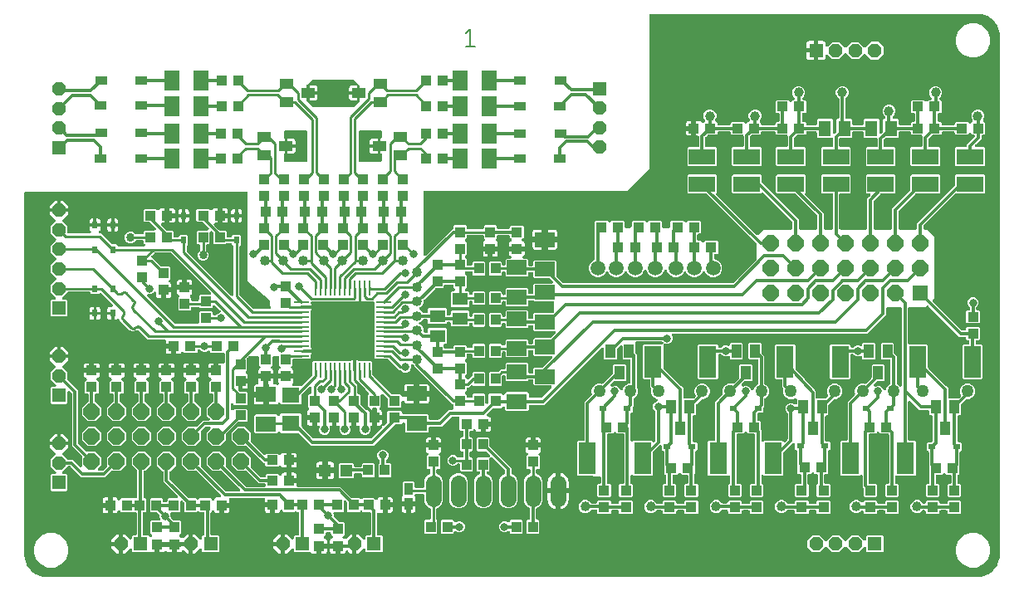
<source format=gbr>
G04 EAGLE Gerber RS-274X export*
G75*
%MOMM*%
%FSLAX34Y34*%
%LPD*%
%INTop Copper*%
%IPPOS*%
%AMOC8*
5,1,8,0,0,1.08239X$1,22.5*%
G01*
%ADD10C,0.152400*%
%ADD11R,2.000000X1.500000*%
%ADD12R,1.000000X1.100000*%
%ADD13R,1.100000X1.000000*%
%ADD14R,1.600000X1.300000*%
%ADD15R,1.803000X1.600000*%
%ADD16R,1.558800X0.280000*%
%ADD17R,0.280000X1.558800*%
%ADD18R,5.000000X5.000000*%
%ADD19C,0.909600*%
%ADD20R,1.800000X3.200000*%
%ADD21R,1.000000X1.400000*%
%ADD22R,1.500000X2.000000*%
%ADD23R,1.422400X1.422400*%
%ADD24P,1.539592X8X202.500000*%
%ADD25P,1.539592X8X22.500000*%
%ADD26R,1.400000X1.000000*%
%ADD27R,1.265400X0.857200*%
%ADD28R,0.889000X1.270000*%
%ADD29C,1.016000*%
%ADD30R,2.700000X1.600000*%
%ADD31R,1.300000X1.600000*%
%ADD32P,1.759533X8X202.500000*%
%ADD33R,1.625600X1.625600*%
%ADD34P,1.759533X8X292.500000*%
%ADD35R,0.600000X0.800000*%
%ADD36P,1.539592X8X112.500000*%
%ADD37P,1.759533X8X22.500000*%
%ADD38R,1.080000X1.050000*%
%ADD39R,0.800000X0.600000*%
%ADD40C,1.270000*%
%ADD41R,1.270000X1.270000*%
%ADD42P,1.539592X8X292.500000*%
%ADD43C,1.625600*%
%ADD44C,0.279400*%
%ADD45C,0.808000*%
%ADD46C,0.304800*%
%ADD47C,1.508000*%
%ADD48C,1.008000*%
%ADD49C,0.858000*%

G36*
X975042Y2800D02*
X975042Y2800D01*
X975120Y2799D01*
X978355Y3054D01*
X978411Y3065D01*
X978468Y3067D01*
X978679Y3117D01*
X978697Y3121D01*
X978701Y3123D01*
X978706Y3124D01*
X984860Y5124D01*
X984966Y5172D01*
X985076Y5212D01*
X985140Y5251D01*
X985177Y5268D01*
X985212Y5296D01*
X985285Y5340D01*
X990520Y9143D01*
X990606Y9222D01*
X990698Y9295D01*
X990746Y9351D01*
X990776Y9379D01*
X990802Y9416D01*
X990857Y9480D01*
X994660Y14715D01*
X994718Y14817D01*
X994782Y14914D01*
X994811Y14983D01*
X994831Y15019D01*
X994844Y15062D01*
X994876Y15140D01*
X996876Y21294D01*
X996887Y21350D01*
X996907Y21404D01*
X996941Y21617D01*
X996945Y21636D01*
X996945Y21640D01*
X996946Y21645D01*
X997201Y24880D01*
X997199Y24923D01*
X997205Y25000D01*
X997205Y555000D01*
X997200Y555042D01*
X997201Y555120D01*
X996946Y558355D01*
X996935Y558411D01*
X996933Y558468D01*
X996883Y558679D01*
X996879Y558697D01*
X996877Y558701D01*
X996876Y558706D01*
X994876Y564860D01*
X994828Y564966D01*
X994788Y565076D01*
X994749Y565140D01*
X994732Y565177D01*
X994704Y565212D01*
X994660Y565285D01*
X990857Y570520D01*
X990778Y570606D01*
X990705Y570698D01*
X990649Y570746D01*
X990621Y570776D01*
X990584Y570802D01*
X990520Y570857D01*
X985285Y574660D01*
X985183Y574718D01*
X985086Y574782D01*
X985017Y574811D01*
X984981Y574831D01*
X984938Y574844D01*
X984860Y574876D01*
X978706Y576876D01*
X978650Y576887D01*
X978596Y576907D01*
X978383Y576941D01*
X978364Y576945D01*
X978360Y576945D01*
X978355Y576946D01*
X975120Y577201D01*
X975077Y577199D01*
X975000Y577205D01*
X641350Y577205D01*
X641324Y577202D01*
X641298Y577204D01*
X641151Y577182D01*
X641004Y577165D01*
X640979Y577157D01*
X640953Y577153D01*
X640815Y577098D01*
X640676Y577048D01*
X640654Y577034D01*
X640629Y577024D01*
X640508Y576939D01*
X640383Y576859D01*
X640365Y576840D01*
X640343Y576825D01*
X640244Y576715D01*
X640141Y576608D01*
X640127Y576586D01*
X640110Y576566D01*
X640038Y576436D01*
X639962Y576309D01*
X639954Y576284D01*
X639941Y576261D01*
X639901Y576118D01*
X639856Y575977D01*
X639854Y575951D01*
X639846Y575926D01*
X639827Y575682D01*
X639827Y419731D01*
X616907Y396811D01*
X411163Y396811D01*
X411136Y396808D01*
X411110Y396810D01*
X410964Y396788D01*
X410816Y396771D01*
X410792Y396762D01*
X410766Y396758D01*
X410628Y396703D01*
X410488Y396653D01*
X410466Y396639D01*
X410442Y396629D01*
X410320Y396545D01*
X410195Y396464D01*
X410177Y396445D01*
X410156Y396431D01*
X410057Y396321D01*
X409953Y396214D01*
X409940Y396191D01*
X409922Y396172D01*
X409850Y396042D01*
X409774Y395915D01*
X409766Y395890D01*
X409754Y395867D01*
X409713Y395724D01*
X409668Y395583D01*
X409666Y395557D01*
X409659Y395531D01*
X409639Y395288D01*
X409639Y331846D01*
X409651Y331746D01*
X409652Y331646D01*
X409671Y331574D01*
X409679Y331500D01*
X409713Y331405D01*
X409737Y331308D01*
X409772Y331242D01*
X409797Y331172D01*
X409851Y331087D01*
X409897Y330998D01*
X409945Y330941D01*
X409986Y330879D01*
X410058Y330809D01*
X410123Y330733D01*
X410183Y330688D01*
X410236Y330637D01*
X410322Y330585D01*
X410403Y330525D01*
X410472Y330496D01*
X410535Y330458D01*
X410631Y330427D01*
X410723Y330387D01*
X410796Y330374D01*
X410867Y330352D01*
X410967Y330344D01*
X411066Y330326D01*
X411141Y330330D01*
X411215Y330324D01*
X411314Y330339D01*
X411414Y330344D01*
X411486Y330364D01*
X411559Y330375D01*
X411653Y330412D01*
X411749Y330440D01*
X411814Y330477D01*
X411883Y330504D01*
X411966Y330561D01*
X412053Y330610D01*
X412130Y330676D01*
X412169Y330703D01*
X412193Y330729D01*
X412240Y330769D01*
X439128Y357658D01*
X439179Y357664D01*
X439204Y357672D01*
X439230Y357676D01*
X439368Y357731D01*
X439508Y357781D01*
X439530Y357795D01*
X439554Y357805D01*
X439676Y357890D01*
X439800Y357970D01*
X439819Y357989D01*
X439840Y358004D01*
X439939Y358114D01*
X440043Y358221D01*
X440056Y358243D01*
X440074Y358263D01*
X440145Y358393D01*
X440221Y358520D01*
X440229Y358545D01*
X440242Y358568D01*
X440283Y358711D01*
X440328Y358852D01*
X440330Y358878D01*
X440337Y358903D01*
X440357Y359147D01*
X440357Y360707D01*
X441250Y361600D01*
X452513Y361600D01*
X453406Y360707D01*
X453406Y359020D01*
X453409Y358994D01*
X453407Y358968D01*
X453429Y358821D01*
X453446Y358674D01*
X453455Y358649D01*
X453459Y358623D01*
X453513Y358485D01*
X453563Y358346D01*
X453578Y358324D01*
X453587Y358299D01*
X453672Y358178D01*
X453752Y358053D01*
X453771Y358035D01*
X453786Y358013D01*
X453896Y357914D01*
X454003Y357811D01*
X454026Y357797D01*
X454045Y357780D01*
X454175Y357708D01*
X454302Y357632D01*
X454327Y357624D01*
X454350Y357611D01*
X454493Y357571D01*
X454634Y357526D01*
X454660Y357524D01*
X454685Y357516D01*
X454929Y357497D01*
X469790Y357497D01*
X469816Y357500D01*
X469842Y357498D01*
X469988Y357520D01*
X470136Y357537D01*
X470160Y357545D01*
X470186Y357549D01*
X470324Y357604D01*
X470464Y357654D01*
X470486Y357668D01*
X470510Y357678D01*
X470632Y357763D01*
X470757Y357843D01*
X470775Y357862D01*
X470796Y357877D01*
X470895Y357987D01*
X470999Y358094D01*
X471012Y358116D01*
X471030Y358136D01*
X471102Y358266D01*
X471178Y358393D01*
X471186Y358418D01*
X471198Y358441D01*
X471239Y358584D01*
X471284Y358725D01*
X471286Y358751D01*
X471293Y358776D01*
X471313Y359020D01*
X471313Y360707D01*
X472206Y361600D01*
X483469Y361600D01*
X484362Y360707D01*
X484362Y359147D01*
X484365Y359121D01*
X484363Y359095D01*
X484385Y358948D01*
X484402Y358801D01*
X484411Y358776D01*
X484415Y358750D01*
X484470Y358612D01*
X484520Y358473D01*
X484534Y358451D01*
X484544Y358426D01*
X484628Y358305D01*
X484709Y358180D01*
X484728Y358162D01*
X484742Y358140D01*
X484852Y358041D01*
X484959Y357938D01*
X484982Y357924D01*
X485001Y357907D01*
X485131Y357835D01*
X485258Y357759D01*
X485283Y357751D01*
X485306Y357738D01*
X485449Y357698D01*
X485590Y357653D01*
X485616Y357651D01*
X485642Y357643D01*
X485885Y357624D01*
X496277Y357624D01*
X496303Y357627D01*
X496329Y357625D01*
X496476Y357647D01*
X496623Y357664D01*
X496648Y357672D01*
X496674Y357676D01*
X496812Y357731D01*
X496951Y357781D01*
X496973Y357795D01*
X496998Y357805D01*
X497119Y357890D01*
X497244Y357970D01*
X497262Y357989D01*
X497284Y358004D01*
X497383Y358114D01*
X497486Y358221D01*
X497500Y358243D01*
X497517Y358263D01*
X497589Y358393D01*
X497665Y358520D01*
X497673Y358545D01*
X497686Y358568D01*
X497726Y358711D01*
X497771Y358852D01*
X497773Y358878D01*
X497781Y358903D01*
X497800Y359147D01*
X497800Y360207D01*
X498693Y361100D01*
X510957Y361100D01*
X511850Y360207D01*
X511850Y348943D01*
X510908Y348002D01*
X510791Y347960D01*
X510648Y347914D01*
X510627Y347901D01*
X510604Y347893D01*
X510478Y347812D01*
X510349Y347735D01*
X510332Y347717D01*
X510311Y347704D01*
X510207Y347596D01*
X510099Y347492D01*
X510086Y347471D01*
X510069Y347453D01*
X509992Y347325D01*
X509911Y347199D01*
X509902Y347175D01*
X509890Y347154D01*
X509844Y347012D01*
X509794Y346871D01*
X509791Y346846D01*
X509784Y346822D01*
X509772Y346673D01*
X509755Y346524D01*
X509758Y346500D01*
X509756Y346475D01*
X509778Y346327D01*
X509795Y346178D01*
X509804Y346155D01*
X509807Y346130D01*
X509862Y345991D01*
X509913Y345850D01*
X509927Y345829D01*
X509936Y345806D01*
X510021Y345684D01*
X510103Y345558D01*
X510121Y345540D01*
X510135Y345520D01*
X510246Y345420D01*
X510354Y345316D01*
X510375Y345303D01*
X510394Y345287D01*
X510525Y345214D01*
X510653Y345138D01*
X510682Y345128D01*
X510699Y345118D01*
X510745Y345105D01*
X510884Y345056D01*
X511306Y344943D01*
X511885Y344608D01*
X512358Y344135D01*
X512693Y343556D01*
X512866Y342910D01*
X512866Y340074D01*
X505801Y340074D01*
X505775Y340071D01*
X505749Y340073D01*
X505602Y340051D01*
X505455Y340034D01*
X505430Y340026D01*
X505404Y340022D01*
X505267Y339967D01*
X505127Y339917D01*
X505105Y339903D01*
X505080Y339893D01*
X504959Y339808D01*
X504834Y339728D01*
X504822Y339715D01*
X504775Y339760D01*
X504752Y339774D01*
X504733Y339791D01*
X504603Y339863D01*
X504476Y339939D01*
X504451Y339947D01*
X504428Y339960D01*
X504285Y340000D01*
X504144Y340045D01*
X504118Y340047D01*
X504093Y340055D01*
X503849Y340074D01*
X496784Y340074D01*
X496784Y342910D01*
X496957Y343556D01*
X497292Y344135D01*
X497765Y344608D01*
X498344Y344943D01*
X498766Y345056D01*
X498905Y345111D01*
X499046Y345161D01*
X499067Y345175D01*
X499090Y345184D01*
X499213Y345269D01*
X499339Y345350D01*
X499357Y345368D01*
X499377Y345382D01*
X499477Y345493D01*
X499581Y345601D01*
X499594Y345622D01*
X499611Y345641D01*
X499683Y345771D01*
X499760Y345900D01*
X499768Y345923D01*
X499780Y345945D01*
X499821Y346089D01*
X499866Y346232D01*
X499868Y346257D01*
X499875Y346281D01*
X499882Y346430D01*
X499894Y346579D01*
X499891Y346604D01*
X499892Y346629D01*
X499865Y346776D01*
X499843Y346924D01*
X499834Y346947D01*
X499829Y346971D01*
X499769Y347109D01*
X499714Y347248D01*
X499700Y347268D01*
X499690Y347291D01*
X499600Y347411D01*
X499515Y347534D01*
X499497Y347550D01*
X499482Y347570D01*
X499367Y347667D01*
X499256Y347767D01*
X499235Y347779D01*
X499216Y347795D01*
X499083Y347863D01*
X498951Y347936D01*
X498927Y347943D01*
X498905Y347954D01*
X498760Y347990D01*
X498751Y347992D01*
X497800Y348943D01*
X497800Y350003D01*
X497797Y350029D01*
X497799Y350055D01*
X497777Y350202D01*
X497760Y350349D01*
X497752Y350374D01*
X497748Y350400D01*
X497693Y350538D01*
X497643Y350677D01*
X497629Y350699D01*
X497619Y350724D01*
X497534Y350845D01*
X497454Y350970D01*
X497435Y350988D01*
X497420Y351010D01*
X497310Y351109D01*
X497203Y351212D01*
X497181Y351226D01*
X497161Y351243D01*
X497031Y351315D01*
X496904Y351391D01*
X496879Y351399D01*
X496856Y351412D01*
X496713Y351452D01*
X496572Y351497D01*
X496546Y351499D01*
X496521Y351507D01*
X496277Y351526D01*
X485885Y351526D01*
X485859Y351523D01*
X485833Y351525D01*
X485687Y351503D01*
X485539Y351486D01*
X485515Y351478D01*
X485489Y351474D01*
X485351Y351419D01*
X485211Y351369D01*
X485189Y351355D01*
X485165Y351345D01*
X485043Y351260D01*
X484918Y351180D01*
X484900Y351161D01*
X484879Y351146D01*
X484780Y351036D01*
X484676Y350929D01*
X484663Y350907D01*
X484645Y350887D01*
X484573Y350757D01*
X484497Y350630D01*
X484489Y350605D01*
X484477Y350582D01*
X484436Y350439D01*
X484391Y350298D01*
X484389Y350272D01*
X484382Y350247D01*
X484362Y350003D01*
X484362Y348443D01*
X483664Y347746D01*
X483633Y347705D01*
X483595Y347671D01*
X483525Y347570D01*
X483448Y347473D01*
X483426Y347426D01*
X483397Y347384D01*
X483352Y347269D01*
X483299Y347157D01*
X483288Y347108D01*
X483269Y347060D01*
X483251Y346938D01*
X483225Y346817D01*
X483226Y346766D01*
X483219Y346715D01*
X483229Y346592D01*
X483231Y346468D01*
X483244Y346419D01*
X483248Y346368D01*
X483286Y346250D01*
X483316Y346130D01*
X483340Y346085D01*
X483355Y346036D01*
X483419Y345930D01*
X483476Y345821D01*
X483509Y345782D01*
X483535Y345738D01*
X483622Y345649D01*
X483702Y345555D01*
X483743Y345525D01*
X483778Y345488D01*
X483980Y345349D01*
X484398Y345108D01*
X484871Y344635D01*
X485205Y344056D01*
X485378Y343410D01*
X485378Y340074D01*
X478814Y340074D01*
X478788Y340071D01*
X478761Y340073D01*
X478615Y340051D01*
X478467Y340034D01*
X478443Y340026D01*
X478417Y340022D01*
X478279Y339967D01*
X478139Y339917D01*
X478117Y339903D01*
X478093Y339893D01*
X477971Y339808D01*
X477847Y339728D01*
X477834Y339715D01*
X477788Y339760D01*
X477765Y339774D01*
X477746Y339791D01*
X477616Y339863D01*
X477488Y339939D01*
X477463Y339947D01*
X477440Y339960D01*
X477298Y340000D01*
X477156Y340045D01*
X477130Y340047D01*
X477105Y340055D01*
X476861Y340074D01*
X470297Y340074D01*
X470297Y343410D01*
X470470Y344056D01*
X470804Y344635D01*
X471277Y345108D01*
X471695Y345349D01*
X471736Y345380D01*
X471782Y345403D01*
X471876Y345483D01*
X471975Y345557D01*
X472008Y345596D01*
X472047Y345629D01*
X472120Y345728D01*
X472200Y345823D01*
X472224Y345868D01*
X472254Y345909D01*
X472303Y346023D01*
X472360Y346133D01*
X472372Y346182D01*
X472392Y346229D01*
X472414Y346351D01*
X472444Y346471D01*
X472445Y346522D01*
X472454Y346572D01*
X472447Y346696D01*
X472449Y346819D01*
X472438Y346869D01*
X472436Y346920D01*
X472402Y347039D01*
X472375Y347160D01*
X472353Y347206D01*
X472339Y347255D01*
X472279Y347363D01*
X472226Y347475D01*
X472194Y347515D01*
X472169Y347559D01*
X472011Y347746D01*
X471313Y348443D01*
X471313Y350130D01*
X471311Y350142D01*
X471312Y350148D01*
X471310Y350160D01*
X471312Y350182D01*
X471290Y350329D01*
X471273Y350476D01*
X471264Y350501D01*
X471260Y350527D01*
X471205Y350665D01*
X471155Y350804D01*
X471141Y350826D01*
X471131Y350851D01*
X471047Y350972D01*
X470966Y351097D01*
X470947Y351115D01*
X470933Y351137D01*
X470823Y351236D01*
X470716Y351339D01*
X470693Y351353D01*
X470674Y351370D01*
X470544Y351442D01*
X470417Y351518D01*
X470392Y351526D01*
X470369Y351539D01*
X470226Y351579D01*
X470085Y351624D01*
X470059Y351626D01*
X470033Y351634D01*
X469790Y351653D01*
X454929Y351653D01*
X454903Y351650D01*
X454877Y351652D01*
X454730Y351630D01*
X454583Y351613D01*
X454558Y351605D01*
X454532Y351601D01*
X454395Y351546D01*
X454255Y351496D01*
X454233Y351482D01*
X454208Y351472D01*
X454087Y351387D01*
X453962Y351307D01*
X453944Y351288D01*
X453922Y351273D01*
X453823Y351163D01*
X453720Y351056D01*
X453706Y351034D01*
X453689Y351014D01*
X453617Y350884D01*
X453541Y350757D01*
X453533Y350732D01*
X453520Y350709D01*
X453480Y350566D01*
X453435Y350425D01*
X453433Y350399D01*
X453426Y350374D01*
X453406Y350130D01*
X453406Y348443D01*
X452115Y347152D01*
X452098Y347132D01*
X452078Y347115D01*
X451990Y346995D01*
X451898Y346879D01*
X451887Y346855D01*
X451871Y346834D01*
X451812Y346698D01*
X451749Y346564D01*
X451744Y346538D01*
X451733Y346514D01*
X451707Y346368D01*
X451676Y346223D01*
X451676Y346197D01*
X451672Y346171D01*
X451679Y346023D01*
X451682Y345875D01*
X451688Y345849D01*
X451689Y345823D01*
X451731Y345681D01*
X451767Y345537D01*
X451779Y345514D01*
X451786Y345488D01*
X451859Y345359D01*
X451926Y345227D01*
X451943Y345207D01*
X451956Y345184D01*
X452115Y344998D01*
X453406Y343707D01*
X453406Y331443D01*
X452446Y330483D01*
X452430Y330463D01*
X452410Y330446D01*
X452321Y330326D01*
X452229Y330210D01*
X452218Y330187D01*
X452202Y330166D01*
X452144Y330029D01*
X452080Y329895D01*
X452075Y329870D01*
X452064Y329845D01*
X452038Y329699D01*
X452007Y329555D01*
X452007Y329528D01*
X452003Y329502D01*
X452010Y329354D01*
X452013Y329206D01*
X452019Y329181D01*
X452021Y329154D01*
X452062Y329012D01*
X452098Y328868D01*
X452110Y328845D01*
X452117Y328820D01*
X452190Y328690D01*
X452258Y328558D01*
X452275Y328538D01*
X452287Y328515D01*
X452446Y328329D01*
X453406Y327369D01*
X453406Y321945D01*
X453409Y321919D01*
X453407Y321893D01*
X453429Y321746D01*
X453446Y321599D01*
X453455Y321574D01*
X453459Y321548D01*
X453513Y321410D01*
X453563Y321271D01*
X453578Y321249D01*
X453587Y321224D01*
X453672Y321103D01*
X453752Y320978D01*
X453771Y320960D01*
X453786Y320938D01*
X453896Y320839D01*
X454003Y320736D01*
X454026Y320722D01*
X454045Y320705D01*
X454175Y320633D01*
X454302Y320557D01*
X454327Y320549D01*
X454350Y320536D01*
X454493Y320496D01*
X454634Y320451D01*
X454660Y320449D01*
X454685Y320441D01*
X454929Y320422D01*
X458115Y320422D01*
X458141Y320425D01*
X458167Y320423D01*
X458313Y320445D01*
X458461Y320462D01*
X458485Y320470D01*
X458511Y320474D01*
X458649Y320529D01*
X458789Y320579D01*
X458811Y320593D01*
X458835Y320603D01*
X458957Y320688D01*
X459082Y320768D01*
X459100Y320787D01*
X459121Y320802D01*
X459220Y320912D01*
X459324Y321019D01*
X459337Y321041D01*
X459355Y321061D01*
X459427Y321191D01*
X459503Y321318D01*
X459511Y321343D01*
X459523Y321366D01*
X459564Y321509D01*
X459609Y321650D01*
X459611Y321676D01*
X459618Y321701D01*
X459638Y321945D01*
X459638Y323632D01*
X460531Y324525D01*
X471794Y324525D01*
X472687Y323632D01*
X472687Y311368D01*
X471794Y310475D01*
X460531Y310475D01*
X459638Y311368D01*
X459638Y313055D01*
X459635Y313081D01*
X459637Y313107D01*
X459615Y313254D01*
X459598Y313401D01*
X459589Y313426D01*
X459585Y313452D01*
X459530Y313590D01*
X459480Y313729D01*
X459466Y313751D01*
X459456Y313776D01*
X459372Y313897D01*
X459291Y314022D01*
X459272Y314040D01*
X459258Y314062D01*
X459148Y314161D01*
X459041Y314264D01*
X459018Y314278D01*
X458999Y314295D01*
X458869Y314367D01*
X458742Y314443D01*
X458717Y314451D01*
X458694Y314464D01*
X458551Y314504D01*
X458410Y314549D01*
X458384Y314551D01*
X458358Y314559D01*
X458115Y314578D01*
X453509Y314578D01*
X453384Y314564D01*
X453257Y314557D01*
X453211Y314544D01*
X453163Y314538D01*
X453044Y314496D01*
X452923Y314461D01*
X452880Y314437D01*
X452835Y314421D01*
X452729Y314352D01*
X452618Y314291D01*
X452572Y314251D01*
X452542Y314232D01*
X452509Y314197D01*
X452432Y314132D01*
X452115Y313815D01*
X452098Y313794D01*
X452078Y313777D01*
X451990Y313658D01*
X451898Y313542D01*
X451887Y313518D01*
X451871Y313497D01*
X451812Y313361D01*
X451749Y313227D01*
X451744Y313201D01*
X451733Y313177D01*
X451707Y313031D01*
X451676Y312886D01*
X451676Y312860D01*
X451672Y312834D01*
X451679Y312685D01*
X451682Y312537D01*
X451688Y312512D01*
X451689Y312486D01*
X451730Y312343D01*
X451767Y312199D01*
X451779Y312176D01*
X451786Y312151D01*
X451858Y312022D01*
X451926Y311890D01*
X451943Y311870D01*
X451956Y311847D01*
X452115Y311660D01*
X453406Y310369D01*
X453406Y298106D01*
X452150Y296850D01*
X452088Y296771D01*
X452018Y296699D01*
X451980Y296635D01*
X451933Y296577D01*
X451891Y296486D01*
X451839Y296400D01*
X451816Y296329D01*
X451785Y296262D01*
X451763Y296164D01*
X451733Y296068D01*
X451727Y295994D01*
X451711Y295921D01*
X451713Y295821D01*
X451705Y295721D01*
X451716Y295647D01*
X451717Y295573D01*
X451742Y295475D01*
X451757Y295376D01*
X451784Y295307D01*
X451802Y295235D01*
X451848Y295146D01*
X451885Y295052D01*
X451928Y294991D01*
X451962Y294925D01*
X452027Y294849D01*
X452084Y294766D01*
X452139Y294716D01*
X452188Y294660D01*
X452268Y294600D01*
X452343Y294533D01*
X452408Y294497D01*
X452468Y294452D01*
X452560Y294413D01*
X452648Y294364D01*
X452720Y294344D01*
X452788Y294314D01*
X452887Y294297D01*
X452983Y294269D01*
X453083Y294261D01*
X453131Y294253D01*
X453167Y294255D01*
X453227Y294250D01*
X455513Y294250D01*
X456406Y293357D01*
X456406Y291782D01*
X456409Y291756D01*
X456407Y291730D01*
X456429Y291584D01*
X456446Y291436D01*
X456455Y291412D01*
X456459Y291386D01*
X456513Y291248D01*
X456563Y291108D01*
X456578Y291086D01*
X456587Y291062D01*
X456672Y290940D01*
X456752Y290815D01*
X456771Y290797D01*
X456786Y290776D01*
X456896Y290677D01*
X457003Y290573D01*
X457026Y290560D01*
X457045Y290542D01*
X457175Y290470D01*
X457302Y290394D01*
X457327Y290386D01*
X457350Y290374D01*
X457493Y290333D01*
X457634Y290288D01*
X457660Y290286D01*
X457685Y290279D01*
X457929Y290259D01*
X458115Y290259D01*
X458141Y290262D01*
X458167Y290260D01*
X458313Y290282D01*
X458461Y290299D01*
X458485Y290308D01*
X458511Y290312D01*
X458649Y290367D01*
X458789Y290417D01*
X458811Y290431D01*
X458835Y290441D01*
X458957Y290525D01*
X459082Y290606D01*
X459100Y290625D01*
X459121Y290639D01*
X459220Y290749D01*
X459324Y290856D01*
X459337Y290879D01*
X459355Y290898D01*
X459427Y291028D01*
X459503Y291155D01*
X459511Y291180D01*
X459523Y291203D01*
X459564Y291346D01*
X459609Y291487D01*
X459611Y291513D01*
X459618Y291539D01*
X459638Y291782D01*
X459638Y293469D01*
X460531Y294362D01*
X471794Y294362D01*
X472687Y293469D01*
X472687Y281206D01*
X471794Y280313D01*
X460531Y280313D01*
X459638Y281206D01*
X459638Y282893D01*
X459635Y282919D01*
X459637Y282945D01*
X459615Y283091D01*
X459598Y283239D01*
X459589Y283263D01*
X459585Y283289D01*
X459530Y283427D01*
X459480Y283567D01*
X459466Y283589D01*
X459456Y283613D01*
X459372Y283735D01*
X459291Y283860D01*
X459272Y283878D01*
X459258Y283899D01*
X459148Y283998D01*
X459041Y284102D01*
X459018Y284115D01*
X458999Y284133D01*
X458869Y284205D01*
X458742Y284281D01*
X458717Y284289D01*
X458694Y284301D01*
X458551Y284342D01*
X458410Y284387D01*
X458384Y284389D01*
X458358Y284396D01*
X458115Y284416D01*
X457929Y284416D01*
X457903Y284413D01*
X457877Y284415D01*
X457730Y284393D01*
X457583Y284376D01*
X457558Y284367D01*
X457532Y284363D01*
X457395Y284308D01*
X457255Y284258D01*
X457233Y284244D01*
X457208Y284234D01*
X457087Y284150D01*
X456962Y284069D01*
X456944Y284050D01*
X456922Y284036D01*
X456823Y283926D01*
X456720Y283819D01*
X456706Y283796D01*
X456689Y283777D01*
X456617Y283647D01*
X456541Y283520D01*
X456533Y283495D01*
X456520Y283472D01*
X456480Y283329D01*
X456435Y283188D01*
X456433Y283162D01*
X456426Y283136D01*
X456406Y282893D01*
X456406Y279093D01*
X455513Y278200D01*
X438250Y278200D01*
X437357Y279093D01*
X437357Y293357D01*
X438250Y294250D01*
X440535Y294250D01*
X440635Y294261D01*
X440735Y294263D01*
X440808Y294281D01*
X440882Y294290D01*
X440976Y294323D01*
X441073Y294348D01*
X441140Y294382D01*
X441210Y294407D01*
X441294Y294462D01*
X441383Y294508D01*
X441440Y294556D01*
X441502Y294596D01*
X441572Y294668D01*
X441649Y294733D01*
X441693Y294793D01*
X441745Y294847D01*
X441796Y294933D01*
X441856Y295014D01*
X441885Y295082D01*
X441923Y295146D01*
X441954Y295242D01*
X441994Y295334D01*
X442007Y295407D01*
X442030Y295478D01*
X442038Y295578D01*
X442056Y295677D01*
X442052Y295751D01*
X442058Y295825D01*
X442043Y295925D01*
X442038Y296025D01*
X442017Y296096D01*
X442006Y296170D01*
X441969Y296263D01*
X441941Y296360D01*
X441905Y296425D01*
X441877Y296494D01*
X441820Y296576D01*
X441771Y296664D01*
X441706Y296740D01*
X441678Y296780D01*
X441652Y296804D01*
X441612Y296850D01*
X440357Y298106D01*
X440357Y299666D01*
X440354Y299692D01*
X440356Y299718D01*
X440334Y299864D01*
X440317Y300012D01*
X440308Y300036D01*
X440304Y300062D01*
X440249Y300200D01*
X440199Y300340D01*
X440185Y300362D01*
X440175Y300386D01*
X440091Y300508D01*
X440010Y300633D01*
X439991Y300651D01*
X439976Y300672D01*
X439866Y300771D01*
X439759Y300875D01*
X439737Y300888D01*
X439717Y300906D01*
X439588Y300978D01*
X439460Y301054D01*
X439435Y301062D01*
X439412Y301074D01*
X439270Y301115D01*
X439128Y301160D01*
X439102Y301162D01*
X439077Y301169D01*
X438833Y301189D01*
X431910Y301189D01*
X431884Y301186D01*
X431858Y301188D01*
X431712Y301166D01*
X431564Y301149D01*
X431540Y301140D01*
X431514Y301136D01*
X431376Y301081D01*
X431236Y301031D01*
X431214Y301017D01*
X431190Y301007D01*
X431068Y300923D01*
X430943Y300842D01*
X430925Y300823D01*
X430904Y300809D01*
X430804Y300699D01*
X430701Y300592D01*
X430688Y300569D01*
X430670Y300550D01*
X430598Y300420D01*
X430522Y300293D01*
X430514Y300268D01*
X430502Y300245D01*
X430461Y300102D01*
X430416Y299961D01*
X430414Y299935D01*
X430407Y299909D01*
X430387Y299666D01*
X430387Y298106D01*
X429494Y297213D01*
X422280Y297213D01*
X422155Y297198D01*
X422028Y297192D01*
X421982Y297178D01*
X421934Y297173D01*
X421815Y297130D01*
X421694Y297095D01*
X421652Y297072D01*
X421606Y297055D01*
X421500Y296987D01*
X421389Y296925D01*
X421343Y296886D01*
X421313Y296866D01*
X421280Y296832D01*
X421203Y296767D01*
X410276Y285839D01*
X410197Y285740D01*
X410113Y285646D01*
X410089Y285604D01*
X410059Y285566D01*
X410005Y285452D01*
X409944Y285341D01*
X409931Y285295D01*
X409910Y285251D01*
X409884Y285128D01*
X409849Y285006D01*
X409844Y284945D01*
X409837Y284911D01*
X409838Y284863D01*
X409830Y284762D01*
X409830Y282584D01*
X408824Y280156D01*
X406966Y278299D01*
X405996Y277897D01*
X405908Y277848D01*
X405816Y277808D01*
X405757Y277764D01*
X405692Y277727D01*
X405617Y277660D01*
X405537Y277600D01*
X405489Y277543D01*
X405434Y277493D01*
X405377Y277411D01*
X405312Y277334D01*
X405278Y277268D01*
X405235Y277207D01*
X405198Y277113D01*
X405153Y277024D01*
X405135Y276952D01*
X405108Y276882D01*
X405093Y276783D01*
X405069Y276686D01*
X405068Y276611D01*
X405057Y276538D01*
X405065Y276438D01*
X405064Y276337D01*
X405079Y276264D01*
X405086Y276190D01*
X405116Y276095D01*
X405138Y275997D01*
X405170Y275929D01*
X405193Y275859D01*
X405244Y275773D01*
X405288Y275682D01*
X405334Y275624D01*
X405372Y275560D01*
X405442Y275488D01*
X405505Y275409D01*
X405563Y275363D01*
X405615Y275310D01*
X405700Y275256D01*
X405779Y275194D01*
X405868Y275148D01*
X405908Y275122D01*
X405942Y275110D01*
X405996Y275082D01*
X406966Y274680D01*
X408824Y272822D01*
X408854Y272752D01*
X408891Y272685D01*
X408919Y272614D01*
X408975Y272533D01*
X409023Y272447D01*
X409074Y272390D01*
X409118Y272328D01*
X409191Y272262D01*
X409257Y272189D01*
X409320Y272145D01*
X409377Y272094D01*
X409463Y272047D01*
X409544Y271991D01*
X409615Y271963D01*
X409682Y271926D01*
X409776Y271899D01*
X409868Y271863D01*
X409944Y271852D01*
X410017Y271831D01*
X410166Y271819D01*
X410213Y271812D01*
X410232Y271814D01*
X410261Y271811D01*
X412815Y271811D01*
X412841Y271814D01*
X412867Y271812D01*
X413013Y271834D01*
X413161Y271851D01*
X413185Y271860D01*
X413211Y271864D01*
X413349Y271919D01*
X413489Y271969D01*
X413511Y271983D01*
X413535Y271993D01*
X413657Y272077D01*
X413782Y272158D01*
X413800Y272177D01*
X413821Y272191D01*
X413920Y272301D01*
X414024Y272408D01*
X414037Y272431D01*
X414055Y272450D01*
X414127Y272580D01*
X414203Y272707D01*
X414211Y272732D01*
X414223Y272755D01*
X414264Y272898D01*
X414309Y273039D01*
X414311Y273065D01*
X414318Y273091D01*
X414338Y273334D01*
X414338Y275894D01*
X415231Y276787D01*
X432494Y276787D01*
X433387Y275894D01*
X433387Y270797D01*
X433390Y270771D01*
X433388Y270745D01*
X433410Y270598D01*
X433427Y270451D01*
X433436Y270426D01*
X433440Y270400D01*
X433495Y270262D01*
X433545Y270123D01*
X433559Y270101D01*
X433569Y270076D01*
X433653Y269954D01*
X433734Y269830D01*
X433753Y269812D01*
X433767Y269790D01*
X433877Y269691D01*
X433984Y269588D01*
X434007Y269574D01*
X434026Y269557D01*
X434156Y269485D01*
X434283Y269409D01*
X434308Y269401D01*
X434331Y269388D01*
X434474Y269348D01*
X434615Y269303D01*
X434641Y269301D01*
X434667Y269293D01*
X434910Y269274D01*
X435833Y269274D01*
X435859Y269277D01*
X435885Y269275D01*
X436032Y269297D01*
X436179Y269314D01*
X436204Y269322D01*
X436230Y269326D01*
X436368Y269381D01*
X436508Y269431D01*
X436530Y269445D01*
X436554Y269455D01*
X436676Y269540D01*
X436800Y269620D01*
X436819Y269639D01*
X436840Y269654D01*
X436939Y269764D01*
X437043Y269871D01*
X437056Y269893D01*
X437074Y269913D01*
X437145Y270043D01*
X437221Y270170D01*
X437229Y270195D01*
X437242Y270218D01*
X437283Y270361D01*
X437328Y270502D01*
X437330Y270528D01*
X437337Y270553D01*
X437357Y270797D01*
X437357Y273357D01*
X438250Y274250D01*
X455513Y274250D01*
X456406Y273357D01*
X456406Y269557D01*
X456409Y269531D01*
X456407Y269505D01*
X456429Y269358D01*
X456446Y269211D01*
X456455Y269187D01*
X456459Y269161D01*
X456513Y269023D01*
X456563Y268883D01*
X456578Y268861D01*
X456587Y268837D01*
X456672Y268715D01*
X456752Y268590D01*
X456771Y268572D01*
X456786Y268551D01*
X456896Y268452D01*
X457003Y268348D01*
X457026Y268335D01*
X457045Y268317D01*
X457175Y268245D01*
X457302Y268169D01*
X457327Y268161D01*
X457350Y268149D01*
X457493Y268108D01*
X457634Y268063D01*
X457660Y268061D01*
X457685Y268054D01*
X457929Y268034D01*
X458115Y268034D01*
X458141Y268037D01*
X458167Y268035D01*
X458313Y268057D01*
X458461Y268074D01*
X458485Y268083D01*
X458511Y268087D01*
X458649Y268142D01*
X458789Y268192D01*
X458811Y268206D01*
X458835Y268216D01*
X458957Y268300D01*
X459082Y268381D01*
X459100Y268400D01*
X459121Y268414D01*
X459220Y268524D01*
X459324Y268631D01*
X459337Y268654D01*
X459355Y268673D01*
X459427Y268803D01*
X459503Y268930D01*
X459511Y268955D01*
X459523Y268978D01*
X459564Y269121D01*
X459609Y269262D01*
X459611Y269288D01*
X459618Y269314D01*
X459638Y269557D01*
X459638Y271244D01*
X460531Y272137D01*
X471794Y272137D01*
X472687Y271244D01*
X472687Y258981D01*
X471794Y258088D01*
X460531Y258088D01*
X459638Y258981D01*
X459638Y260668D01*
X459635Y260694D01*
X459637Y260720D01*
X459615Y260866D01*
X459598Y261014D01*
X459589Y261038D01*
X459585Y261064D01*
X459530Y261202D01*
X459480Y261342D01*
X459466Y261364D01*
X459456Y261388D01*
X459372Y261510D01*
X459291Y261635D01*
X459272Y261653D01*
X459258Y261674D01*
X459148Y261773D01*
X459041Y261877D01*
X459018Y261890D01*
X458999Y261908D01*
X458869Y261980D01*
X458742Y262056D01*
X458717Y262064D01*
X458694Y262076D01*
X458551Y262117D01*
X458410Y262162D01*
X458384Y262164D01*
X458358Y262171D01*
X458115Y262191D01*
X457929Y262191D01*
X457903Y262188D01*
X457877Y262190D01*
X457730Y262168D01*
X457583Y262151D01*
X457558Y262142D01*
X457532Y262138D01*
X457395Y262083D01*
X457255Y262033D01*
X457233Y262019D01*
X457208Y262009D01*
X457087Y261925D01*
X456962Y261844D01*
X456944Y261825D01*
X456922Y261811D01*
X456823Y261701D01*
X456720Y261594D01*
X456706Y261571D01*
X456689Y261552D01*
X456617Y261422D01*
X456541Y261295D01*
X456533Y261270D01*
X456520Y261247D01*
X456480Y261104D01*
X456435Y260963D01*
X456433Y260937D01*
X456426Y260911D01*
X456406Y260668D01*
X456406Y259093D01*
X455513Y258200D01*
X438250Y258200D01*
X437357Y259093D01*
X437357Y261653D01*
X437354Y261679D01*
X437356Y261705D01*
X437334Y261852D01*
X437317Y261999D01*
X437308Y262024D01*
X437304Y262050D01*
X437249Y262188D01*
X437199Y262327D01*
X437185Y262349D01*
X437175Y262374D01*
X437091Y262495D01*
X437010Y262620D01*
X436991Y262638D01*
X436976Y262660D01*
X436866Y262759D01*
X436759Y262862D01*
X436737Y262876D01*
X436717Y262893D01*
X436588Y262965D01*
X436460Y263041D01*
X436435Y263049D01*
X436412Y263062D01*
X436270Y263102D01*
X436128Y263147D01*
X436102Y263149D01*
X436077Y263157D01*
X435833Y263176D01*
X434910Y263176D01*
X434884Y263173D01*
X434858Y263175D01*
X434712Y263153D01*
X434564Y263136D01*
X434540Y263128D01*
X434514Y263124D01*
X434376Y263069D01*
X434236Y263019D01*
X434214Y263005D01*
X434190Y262995D01*
X434068Y262910D01*
X433943Y262830D01*
X433925Y262811D01*
X433904Y262796D01*
X433805Y262686D01*
X433701Y262579D01*
X433688Y262557D01*
X433670Y262537D01*
X433598Y262407D01*
X433522Y262280D01*
X433514Y262255D01*
X433502Y262232D01*
X433461Y262089D01*
X433416Y261948D01*
X433414Y261922D01*
X433407Y261897D01*
X433387Y261653D01*
X433387Y261631D01*
X432494Y260738D01*
X415231Y260738D01*
X414338Y261631D01*
X414338Y264191D01*
X414335Y264217D01*
X414337Y264243D01*
X414315Y264389D01*
X414298Y264537D01*
X414289Y264561D01*
X414285Y264587D01*
X414230Y264725D01*
X414180Y264865D01*
X414166Y264887D01*
X414156Y264911D01*
X414072Y265033D01*
X413991Y265158D01*
X413972Y265176D01*
X413958Y265197D01*
X413848Y265296D01*
X413741Y265400D01*
X413718Y265413D01*
X413699Y265431D01*
X413569Y265503D01*
X413442Y265579D01*
X413417Y265587D01*
X413394Y265599D01*
X413251Y265640D01*
X413110Y265685D01*
X413084Y265687D01*
X413058Y265694D01*
X412815Y265714D01*
X409829Y265714D01*
X409704Y265699D01*
X409577Y265693D01*
X409531Y265679D01*
X409483Y265674D01*
X409364Y265631D01*
X409242Y265596D01*
X409200Y265573D01*
X409155Y265556D01*
X409049Y265488D01*
X408938Y265426D01*
X408892Y265387D01*
X408862Y265367D01*
X408828Y265333D01*
X408752Y265268D01*
X406966Y263482D01*
X405996Y263080D01*
X405908Y263031D01*
X405816Y262991D01*
X405757Y262947D01*
X405692Y262911D01*
X405617Y262843D01*
X405537Y262783D01*
X405489Y262727D01*
X405433Y262677D01*
X405376Y262594D01*
X405311Y262517D01*
X405278Y262451D01*
X405235Y262390D01*
X405198Y262297D01*
X405153Y262207D01*
X405135Y262135D01*
X405107Y262066D01*
X405093Y261966D01*
X405069Y261869D01*
X405068Y261795D01*
X405057Y261721D01*
X405065Y261621D01*
X405064Y261520D01*
X405079Y261448D01*
X405086Y261374D01*
X405116Y261278D01*
X405138Y261180D01*
X405170Y261113D01*
X405193Y261042D01*
X405244Y260956D01*
X405288Y260865D01*
X405334Y260807D01*
X405372Y260743D01*
X405442Y260671D01*
X405505Y260593D01*
X405563Y260547D01*
X405615Y260493D01*
X405700Y260439D01*
X405779Y260377D01*
X405868Y260331D01*
X405908Y260305D01*
X405942Y260293D01*
X405996Y260265D01*
X406966Y259864D01*
X408824Y258006D01*
X409830Y255578D01*
X409830Y253334D01*
X409833Y253308D01*
X409831Y253282D01*
X409853Y253136D01*
X409870Y252988D01*
X409878Y252964D01*
X409882Y252938D01*
X409937Y252800D01*
X409987Y252660D01*
X410001Y252638D01*
X410011Y252614D01*
X410096Y252492D01*
X410176Y252367D01*
X410195Y252349D01*
X410210Y252328D01*
X410320Y252229D01*
X410427Y252125D01*
X410449Y252112D01*
X410469Y252094D01*
X410599Y252022D01*
X410726Y251946D01*
X410751Y251938D01*
X410774Y251926D01*
X410917Y251885D01*
X411058Y251840D01*
X411084Y251838D01*
X411109Y251831D01*
X411353Y251811D01*
X412815Y251811D01*
X412841Y251814D01*
X412867Y251812D01*
X413013Y251834D01*
X413161Y251851D01*
X413185Y251860D01*
X413211Y251864D01*
X413349Y251919D01*
X413489Y251969D01*
X413511Y251983D01*
X413535Y251993D01*
X413657Y252077D01*
X413782Y252158D01*
X413800Y252177D01*
X413821Y252191D01*
X413920Y252301D01*
X414024Y252408D01*
X414037Y252431D01*
X414055Y252450D01*
X414127Y252580D01*
X414203Y252707D01*
X414211Y252732D01*
X414223Y252755D01*
X414264Y252898D01*
X414309Y253039D01*
X414311Y253065D01*
X414318Y253091D01*
X414338Y253334D01*
X414338Y255894D01*
X415231Y256787D01*
X432494Y256787D01*
X433387Y255894D01*
X433387Y241631D01*
X432494Y240738D01*
X431796Y240738D01*
X431696Y240726D01*
X431596Y240725D01*
X431524Y240706D01*
X431450Y240698D01*
X431355Y240664D01*
X431258Y240639D01*
X431192Y240605D01*
X431122Y240580D01*
X431037Y240526D01*
X430948Y240480D01*
X430891Y240432D01*
X430829Y240391D01*
X430759Y240319D01*
X430682Y240254D01*
X430638Y240194D01*
X430587Y240141D01*
X430535Y240054D01*
X430475Y239974D01*
X430446Y239905D01*
X430408Y239842D01*
X430377Y239746D01*
X430337Y239654D01*
X430324Y239580D01*
X430302Y239510D01*
X430294Y239409D01*
X430276Y239311D01*
X430280Y239236D01*
X430274Y239162D01*
X430289Y239063D01*
X430294Y238963D01*
X430314Y238891D01*
X430325Y238818D01*
X430362Y238724D01*
X430387Y238638D01*
X430387Y236909D01*
X430390Y236883D01*
X430388Y236857D01*
X430410Y236711D01*
X430427Y236563D01*
X430436Y236539D01*
X430440Y236513D01*
X430495Y236375D01*
X430545Y236235D01*
X430559Y236213D01*
X430569Y236189D01*
X430653Y236067D01*
X430734Y235942D01*
X430753Y235924D01*
X430767Y235903D01*
X430877Y235804D01*
X430984Y235700D01*
X431007Y235687D01*
X431026Y235669D01*
X431156Y235597D01*
X431283Y235521D01*
X431308Y235513D01*
X431331Y235501D01*
X431474Y235460D01*
X431615Y235415D01*
X431641Y235413D01*
X431667Y235406D01*
X431910Y235386D01*
X438833Y235386D01*
X438859Y235389D01*
X438885Y235387D01*
X439032Y235409D01*
X439179Y235426D01*
X439204Y235435D01*
X439230Y235439D01*
X439368Y235494D01*
X439508Y235544D01*
X439530Y235558D01*
X439554Y235568D01*
X439676Y235652D01*
X439800Y235733D01*
X439819Y235752D01*
X439840Y235766D01*
X439939Y235876D01*
X440043Y235983D01*
X440056Y236006D01*
X440074Y236025D01*
X440145Y236155D01*
X440221Y236282D01*
X440229Y236307D01*
X440242Y236330D01*
X440283Y236473D01*
X440328Y236614D01*
X440330Y236640D01*
X440337Y236666D01*
X440357Y236909D01*
X440357Y238469D01*
X441250Y239362D01*
X452513Y239362D01*
X453406Y238469D01*
X453406Y237807D01*
X453409Y237781D01*
X453407Y237755D01*
X453429Y237609D01*
X453446Y237461D01*
X453455Y237437D01*
X453459Y237411D01*
X453513Y237273D01*
X453563Y237133D01*
X453578Y237111D01*
X453587Y237087D01*
X453672Y236965D01*
X453752Y236840D01*
X453771Y236822D01*
X453786Y236801D01*
X453896Y236702D01*
X454003Y236598D01*
X454026Y236585D01*
X454045Y236567D01*
X454175Y236495D01*
X454302Y236419D01*
X454327Y236411D01*
X454350Y236399D01*
X454493Y236358D01*
X454634Y236313D01*
X454660Y236311D01*
X454685Y236304D01*
X454929Y236284D01*
X458115Y236284D01*
X458141Y236287D01*
X458167Y236285D01*
X458313Y236307D01*
X458461Y236324D01*
X458485Y236333D01*
X458511Y236337D01*
X458649Y236392D01*
X458789Y236442D01*
X458811Y236456D01*
X458835Y236466D01*
X458957Y236550D01*
X459082Y236631D01*
X459100Y236650D01*
X459121Y236664D01*
X459220Y236774D01*
X459324Y236881D01*
X459337Y236904D01*
X459355Y236923D01*
X459427Y237053D01*
X459503Y237180D01*
X459511Y237205D01*
X459523Y237228D01*
X459564Y237371D01*
X459609Y237512D01*
X459611Y237538D01*
X459618Y237564D01*
X459638Y237807D01*
X459638Y239494D01*
X460531Y240387D01*
X471794Y240387D01*
X472687Y239494D01*
X472687Y227231D01*
X471794Y226338D01*
X460531Y226338D01*
X459638Y227231D01*
X459638Y228918D01*
X459635Y228944D01*
X459637Y228970D01*
X459615Y229116D01*
X459598Y229264D01*
X459589Y229288D01*
X459585Y229314D01*
X459530Y229452D01*
X459480Y229592D01*
X459466Y229614D01*
X459456Y229638D01*
X459372Y229760D01*
X459291Y229885D01*
X459272Y229903D01*
X459258Y229924D01*
X459148Y230023D01*
X459041Y230127D01*
X459018Y230140D01*
X458999Y230158D01*
X458869Y230230D01*
X458742Y230306D01*
X458717Y230314D01*
X458694Y230326D01*
X458551Y230367D01*
X458410Y230412D01*
X458384Y230414D01*
X458358Y230421D01*
X458115Y230441D01*
X454929Y230441D01*
X454903Y230438D01*
X454877Y230440D01*
X454730Y230418D01*
X454583Y230401D01*
X454558Y230392D01*
X454532Y230388D01*
X454395Y230333D01*
X454255Y230283D01*
X454233Y230269D01*
X454208Y230259D01*
X454087Y230175D01*
X453962Y230094D01*
X453944Y230075D01*
X453922Y230061D01*
X453823Y229951D01*
X453720Y229844D01*
X453706Y229821D01*
X453689Y229802D01*
X453617Y229672D01*
X453541Y229545D01*
X453533Y229520D01*
X453520Y229497D01*
X453480Y229354D01*
X453435Y229213D01*
X453433Y229187D01*
X453426Y229161D01*
X453406Y228918D01*
X453406Y226206D01*
X452115Y224915D01*
X452098Y224894D01*
X452078Y224877D01*
X451990Y224757D01*
X451898Y224642D01*
X451887Y224618D01*
X451871Y224597D01*
X451812Y224461D01*
X451749Y224326D01*
X451744Y224301D01*
X451733Y224277D01*
X451707Y224130D01*
X451676Y223986D01*
X451676Y223960D01*
X451672Y223934D01*
X451679Y223785D01*
X451682Y223637D01*
X451688Y223612D01*
X451689Y223586D01*
X451731Y223443D01*
X451767Y223299D01*
X451779Y223276D01*
X451786Y223251D01*
X451858Y223121D01*
X451926Y222990D01*
X451943Y222970D01*
X451956Y222947D01*
X452115Y222760D01*
X453406Y221469D01*
X453406Y209206D01*
X452446Y208246D01*
X452430Y208225D01*
X452410Y208208D01*
X452322Y208089D01*
X452229Y207973D01*
X452218Y207949D01*
X452202Y207928D01*
X452144Y207792D01*
X452080Y207658D01*
X452075Y207632D01*
X452064Y207608D01*
X452038Y207462D01*
X452007Y207317D01*
X452007Y207291D01*
X452003Y207265D01*
X452010Y207116D01*
X452013Y206969D01*
X452019Y206943D01*
X452021Y206917D01*
X452062Y206774D01*
X452098Y206631D01*
X452110Y206607D01*
X452117Y206582D01*
X452190Y206452D01*
X452258Y206321D01*
X452275Y206301D01*
X452287Y206278D01*
X452446Y206092D01*
X453785Y204752D01*
X453806Y204736D01*
X453823Y204716D01*
X453942Y204628D01*
X454058Y204536D01*
X454082Y204525D01*
X454103Y204509D01*
X454239Y204450D01*
X454373Y204387D01*
X454399Y204381D01*
X454423Y204371D01*
X454569Y204345D01*
X454714Y204314D01*
X454740Y204314D01*
X454766Y204309D01*
X454914Y204317D01*
X455062Y204320D01*
X455088Y204326D01*
X455114Y204327D01*
X455257Y204368D01*
X455400Y204405D01*
X455424Y204417D01*
X455449Y204424D01*
X455579Y204496D01*
X455710Y204564D01*
X455730Y204581D01*
X455753Y204594D01*
X455939Y204752D01*
X459192Y208005D01*
X459270Y208104D01*
X459355Y208198D01*
X459378Y208240D01*
X459408Y208278D01*
X459462Y208392D01*
X459523Y208503D01*
X459537Y208549D01*
X459557Y208593D01*
X459584Y208716D01*
X459618Y208838D01*
X459623Y208899D01*
X459631Y208934D01*
X459630Y208982D01*
X459638Y209082D01*
X459638Y210919D01*
X460531Y211812D01*
X471794Y211812D01*
X472687Y210919D01*
X472687Y198656D01*
X471794Y197763D01*
X460531Y197763D01*
X459949Y198344D01*
X459929Y198361D01*
X459912Y198381D01*
X459793Y198469D01*
X459676Y198561D01*
X459652Y198572D01*
X459631Y198588D01*
X459495Y198647D01*
X459361Y198710D01*
X459335Y198716D01*
X459311Y198726D01*
X459165Y198752D01*
X459021Y198783D01*
X458994Y198783D01*
X458968Y198788D01*
X458820Y198780D01*
X458672Y198777D01*
X458647Y198771D01*
X458620Y198770D01*
X458478Y198729D01*
X458334Y198692D01*
X458311Y198680D01*
X458285Y198673D01*
X458156Y198600D01*
X458024Y198533D01*
X458004Y198516D01*
X457981Y198503D01*
X457795Y198344D01*
X457686Y198236D01*
X455529Y196078D01*
X454929Y196078D01*
X454903Y196075D01*
X454877Y196077D01*
X454730Y196055D01*
X454583Y196038D01*
X454558Y196030D01*
X454532Y196026D01*
X454395Y195971D01*
X454255Y195921D01*
X454233Y195907D01*
X454208Y195897D01*
X454087Y195812D01*
X453962Y195732D01*
X453944Y195713D01*
X453922Y195698D01*
X453823Y195588D01*
X453720Y195481D01*
X453706Y195459D01*
X453689Y195439D01*
X453617Y195309D01*
X453541Y195182D01*
X453533Y195157D01*
X453520Y195134D01*
X453480Y194991D01*
X453435Y194850D01*
X453433Y194824D01*
X453426Y194799D01*
X453406Y194555D01*
X453406Y192868D01*
X452115Y191577D01*
X452098Y191557D01*
X452078Y191540D01*
X451990Y191420D01*
X451898Y191304D01*
X451887Y191280D01*
X451871Y191259D01*
X451812Y191123D01*
X451749Y190989D01*
X451744Y190963D01*
X451733Y190939D01*
X451707Y190793D01*
X451676Y190648D01*
X451676Y190622D01*
X451672Y190596D01*
X451679Y190448D01*
X451682Y190300D01*
X451688Y190274D01*
X451689Y190248D01*
X451731Y190106D01*
X451767Y189962D01*
X451779Y189939D01*
X451786Y189913D01*
X451859Y189783D01*
X451926Y189652D01*
X451943Y189632D01*
X451956Y189609D01*
X452115Y189423D01*
X453406Y188132D01*
X453406Y187007D01*
X453409Y186981D01*
X453407Y186955D01*
X453429Y186809D01*
X453446Y186661D01*
X453455Y186637D01*
X453459Y186611D01*
X453513Y186473D01*
X453563Y186333D01*
X453578Y186311D01*
X453587Y186287D01*
X453672Y186165D01*
X453752Y186040D01*
X453771Y186022D01*
X453786Y186001D01*
X453896Y185902D01*
X454003Y185798D01*
X454026Y185785D01*
X454045Y185767D01*
X454175Y185695D01*
X454302Y185619D01*
X454327Y185611D01*
X454350Y185599D01*
X454493Y185558D01*
X454634Y185513D01*
X454660Y185511D01*
X454685Y185504D01*
X454929Y185484D01*
X458115Y185484D01*
X458141Y185487D01*
X458167Y185485D01*
X458313Y185507D01*
X458461Y185524D01*
X458485Y185533D01*
X458511Y185537D01*
X458649Y185592D01*
X458789Y185642D01*
X458811Y185656D01*
X458835Y185666D01*
X458957Y185750D01*
X459082Y185831D01*
X459100Y185850D01*
X459121Y185864D01*
X459220Y185974D01*
X459324Y186081D01*
X459337Y186104D01*
X459355Y186123D01*
X459427Y186253D01*
X459503Y186380D01*
X459511Y186405D01*
X459523Y186428D01*
X459564Y186571D01*
X459609Y186712D01*
X459611Y186738D01*
X459618Y186764D01*
X459638Y187007D01*
X459638Y188694D01*
X460531Y189587D01*
X471794Y189587D01*
X472687Y188694D01*
X472687Y180795D01*
X472699Y180695D01*
X472700Y180594D01*
X472719Y180522D01*
X472727Y180448D01*
X472761Y180354D01*
X472785Y180256D01*
X472820Y180190D01*
X472845Y180120D01*
X472899Y180036D01*
X472945Y179947D01*
X472993Y179890D01*
X473034Y179828D01*
X473106Y179758D01*
X473171Y179681D01*
X473231Y179637D01*
X473284Y179585D01*
X473370Y179534D01*
X473451Y179474D01*
X473520Y179445D01*
X473583Y179406D01*
X473679Y179376D01*
X473771Y179336D01*
X473844Y179323D01*
X473915Y179300D01*
X474015Y179292D01*
X474114Y179274D01*
X474189Y179278D01*
X474263Y179272D01*
X474362Y179287D01*
X474462Y179292D01*
X474534Y179313D01*
X474607Y179324D01*
X474701Y179361D01*
X474797Y179389D01*
X474862Y179425D01*
X474931Y179453D01*
X475014Y179510D01*
X475101Y179559D01*
X475178Y179624D01*
X475217Y179652D01*
X475241Y179678D01*
X475288Y179718D01*
X475684Y180114D01*
X475762Y180212D01*
X475847Y180306D01*
X475870Y180349D01*
X475900Y180387D01*
X475954Y180501D01*
X476015Y180611D01*
X476029Y180658D01*
X476049Y180702D01*
X476076Y180825D01*
X476110Y180947D01*
X476115Y181008D01*
X476123Y181042D01*
X476122Y181090D01*
X476130Y181191D01*
X476130Y188905D01*
X477320Y190095D01*
X489004Y190095D01*
X490192Y188908D01*
X490271Y188845D01*
X490343Y188776D01*
X490407Y188737D01*
X490465Y188691D01*
X490556Y188648D01*
X490642Y188597D01*
X490713Y188574D01*
X490780Y188542D01*
X490878Y188521D01*
X490974Y188491D01*
X491048Y188485D01*
X491121Y188469D01*
X491221Y188471D01*
X491321Y188463D01*
X491395Y188474D01*
X491469Y188475D01*
X491566Y188499D01*
X491666Y188514D01*
X491735Y188542D01*
X491807Y188560D01*
X491896Y188606D01*
X491990Y188643D01*
X492051Y188685D01*
X492117Y188719D01*
X492193Y188785D01*
X492276Y188842D01*
X492326Y188897D01*
X492382Y188945D01*
X492442Y189026D01*
X492509Y189101D01*
X492545Y189166D01*
X492590Y189226D01*
X492629Y189318D01*
X492678Y189406D01*
X492698Y189477D01*
X492728Y189546D01*
X492745Y189644D01*
X492773Y189741D01*
X492781Y189841D01*
X492789Y189889D01*
X492787Y189924D01*
X492792Y189985D01*
X492792Y190192D01*
X493983Y191383D01*
X515667Y191383D01*
X516858Y190192D01*
X516858Y186930D01*
X516861Y186904D01*
X516859Y186878D01*
X516881Y186731D01*
X516898Y186584D01*
X516906Y186559D01*
X516910Y186533D01*
X516965Y186395D01*
X517015Y186256D01*
X517029Y186234D01*
X517039Y186209D01*
X517124Y186088D01*
X517204Y185963D01*
X517223Y185945D01*
X517238Y185923D01*
X517348Y185824D01*
X517455Y185721D01*
X517477Y185707D01*
X517497Y185690D01*
X517627Y185618D01*
X517754Y185542D01*
X517779Y185534D01*
X517802Y185521D01*
X517945Y185481D01*
X518086Y185436D01*
X518112Y185434D01*
X518137Y185426D01*
X518381Y185407D01*
X529294Y185407D01*
X529420Y185421D01*
X529546Y185428D01*
X529592Y185441D01*
X529640Y185447D01*
X529759Y185489D01*
X529881Y185524D01*
X529923Y185548D01*
X529968Y185564D01*
X530075Y185633D01*
X530185Y185694D01*
X530231Y185734D01*
X530261Y185753D01*
X530295Y185788D01*
X530371Y185853D01*
X540143Y195625D01*
X540206Y195703D01*
X540275Y195776D01*
X540314Y195840D01*
X540360Y195898D01*
X540403Y195989D01*
X540454Y196075D01*
X540477Y196146D01*
X540509Y196213D01*
X540530Y196311D01*
X540560Y196407D01*
X540566Y196481D01*
X540582Y196554D01*
X540580Y196654D01*
X540588Y196754D01*
X540577Y196828D01*
X540576Y196902D01*
X540552Y196999D01*
X540537Y197099D01*
X540509Y197168D01*
X540491Y197240D01*
X540445Y197330D01*
X540408Y197423D01*
X540366Y197484D01*
X540331Y197550D01*
X540266Y197627D01*
X540209Y197709D01*
X540154Y197759D01*
X540106Y197815D01*
X540025Y197875D01*
X539950Y197942D01*
X539885Y197978D01*
X539825Y198023D01*
X539733Y198062D01*
X539645Y198111D01*
X539574Y198131D01*
X539505Y198161D01*
X539407Y198178D01*
X539310Y198206D01*
X539210Y198214D01*
X539162Y198222D01*
X539127Y198220D01*
X539066Y198225D01*
X522768Y198225D01*
X521875Y199118D01*
X521875Y202678D01*
X521872Y202704D01*
X521874Y202730D01*
X521852Y202877D01*
X521835Y203024D01*
X521827Y203049D01*
X521823Y203075D01*
X521768Y203213D01*
X521718Y203352D01*
X521704Y203374D01*
X521694Y203399D01*
X521609Y203520D01*
X521529Y203645D01*
X521510Y203663D01*
X521495Y203685D01*
X521385Y203784D01*
X521278Y203887D01*
X521256Y203901D01*
X521236Y203918D01*
X521106Y203990D01*
X520979Y204066D01*
X520954Y204074D01*
X520931Y204087D01*
X520788Y204127D01*
X520647Y204172D01*
X520621Y204174D01*
X520596Y204182D01*
X520352Y204201D01*
X517464Y204201D01*
X517338Y204187D01*
X517212Y204180D01*
X517165Y204167D01*
X517117Y204161D01*
X516998Y204119D01*
X516877Y204084D01*
X516835Y204060D01*
X516789Y204044D01*
X516683Y203975D01*
X516573Y203914D01*
X516526Y203874D01*
X516496Y203855D01*
X516463Y203820D01*
X516386Y203755D01*
X515457Y202825D01*
X494193Y202825D01*
X493300Y203718D01*
X493300Y207405D01*
X493297Y207431D01*
X493299Y207457D01*
X493277Y207604D01*
X493260Y207751D01*
X493252Y207776D01*
X493248Y207802D01*
X493193Y207940D01*
X493143Y208079D01*
X493129Y208101D01*
X493119Y208126D01*
X493034Y208247D01*
X492954Y208372D01*
X492935Y208390D01*
X492920Y208412D01*
X492810Y208511D01*
X492703Y208614D01*
X492681Y208628D01*
X492661Y208645D01*
X492531Y208717D01*
X492404Y208793D01*
X492379Y208801D01*
X492356Y208814D01*
X492213Y208854D01*
X492072Y208899D01*
X492046Y208901D01*
X492021Y208909D01*
X491777Y208928D01*
X491566Y208928D01*
X491441Y208914D01*
X491314Y208907D01*
X491268Y208894D01*
X491220Y208888D01*
X491101Y208846D01*
X490980Y208811D01*
X490937Y208787D01*
X490892Y208771D01*
X490786Y208702D01*
X490675Y208641D01*
X490629Y208601D01*
X490599Y208582D01*
X490566Y208547D01*
X490489Y208482D01*
X490133Y208126D01*
X490055Y208027D01*
X489970Y207934D01*
X489947Y207891D01*
X489917Y207853D01*
X489863Y207739D01*
X489802Y207629D01*
X489788Y207582D01*
X489768Y207538D01*
X489741Y207415D01*
X489707Y207293D01*
X489702Y207232D01*
X489694Y207198D01*
X489695Y207150D01*
X489687Y207049D01*
X489687Y198656D01*
X488794Y197763D01*
X477531Y197763D01*
X476638Y198656D01*
X476638Y210919D01*
X477531Y211812D01*
X484924Y211812D01*
X485050Y211827D01*
X485176Y211833D01*
X485223Y211847D01*
X485271Y211852D01*
X485390Y211895D01*
X485511Y211930D01*
X485553Y211953D01*
X485599Y211970D01*
X485705Y212038D01*
X485815Y212100D01*
X485861Y212139D01*
X485891Y212159D01*
X485925Y212193D01*
X486001Y212258D01*
X488515Y214772D01*
X491777Y214772D01*
X491803Y214775D01*
X491829Y214773D01*
X491976Y214795D01*
X492123Y214812D01*
X492148Y214820D01*
X492174Y214824D01*
X492312Y214879D01*
X492451Y214929D01*
X492473Y214943D01*
X492498Y214953D01*
X492619Y215038D01*
X492744Y215118D01*
X492762Y215137D01*
X492784Y215152D01*
X492883Y215262D01*
X492986Y215369D01*
X493000Y215391D01*
X493017Y215411D01*
X493089Y215541D01*
X493165Y215668D01*
X493173Y215693D01*
X493186Y215716D01*
X493226Y215859D01*
X493271Y216000D01*
X493273Y216026D01*
X493281Y216051D01*
X493300Y216295D01*
X493300Y219982D01*
X494193Y220875D01*
X515457Y220875D01*
X516350Y219982D01*
X516350Y211822D01*
X516353Y211796D01*
X516351Y211770D01*
X516373Y211623D01*
X516390Y211476D01*
X516398Y211451D01*
X516402Y211425D01*
X516457Y211287D01*
X516507Y211148D01*
X516521Y211126D01*
X516531Y211101D01*
X516616Y210980D01*
X516696Y210855D01*
X516715Y210837D01*
X516730Y210815D01*
X516840Y210716D01*
X516947Y210613D01*
X516969Y210599D01*
X516989Y210582D01*
X517119Y210510D01*
X517246Y210434D01*
X517271Y210426D01*
X517294Y210413D01*
X517437Y210373D01*
X517578Y210328D01*
X517604Y210326D01*
X517629Y210318D01*
X517873Y210299D01*
X520352Y210299D01*
X520378Y210302D01*
X520404Y210300D01*
X520551Y210322D01*
X520698Y210339D01*
X520723Y210347D01*
X520749Y210351D01*
X520887Y210406D01*
X521026Y210456D01*
X521048Y210470D01*
X521073Y210480D01*
X521194Y210565D01*
X521319Y210645D01*
X521337Y210664D01*
X521359Y210679D01*
X521458Y210789D01*
X521561Y210896D01*
X521575Y210918D01*
X521592Y210938D01*
X521664Y211068D01*
X521740Y211195D01*
X521748Y211220D01*
X521761Y211243D01*
X521801Y211386D01*
X521846Y211527D01*
X521848Y211553D01*
X521856Y211578D01*
X521875Y211822D01*
X521875Y215382D01*
X522768Y216275D01*
X530457Y216275D01*
X530583Y216289D01*
X530709Y216296D01*
X530755Y216309D01*
X530803Y216315D01*
X530922Y216357D01*
X531044Y216392D01*
X531086Y216416D01*
X531132Y216432D01*
X531238Y216501D01*
X531348Y216562D01*
X531394Y216602D01*
X531424Y216621D01*
X531458Y216656D01*
X531534Y216721D01*
X532583Y217770D01*
X540438Y225625D01*
X540501Y225703D01*
X540571Y225776D01*
X540609Y225840D01*
X540655Y225898D01*
X540698Y225989D01*
X540749Y226075D01*
X540772Y226146D01*
X540804Y226213D01*
X540825Y226311D01*
X540856Y226407D01*
X540862Y226481D01*
X540877Y226554D01*
X540876Y226654D01*
X540884Y226754D01*
X540873Y226828D01*
X540871Y226902D01*
X540847Y226999D01*
X540832Y227099D01*
X540804Y227168D01*
X540786Y227240D01*
X540740Y227330D01*
X540703Y227423D01*
X540661Y227484D01*
X540627Y227550D01*
X540561Y227627D01*
X540504Y227709D01*
X540449Y227759D01*
X540401Y227815D01*
X540320Y227875D01*
X540245Y227942D01*
X540180Y227978D01*
X540121Y228023D01*
X540028Y228062D01*
X539940Y228111D01*
X539869Y228131D01*
X539801Y228161D01*
X539702Y228178D01*
X539605Y228206D01*
X539505Y228214D01*
X539458Y228222D01*
X539422Y228220D01*
X539361Y228225D01*
X522768Y228225D01*
X521875Y229118D01*
X521875Y232678D01*
X521872Y232704D01*
X521874Y232730D01*
X521852Y232877D01*
X521835Y233024D01*
X521827Y233049D01*
X521823Y233075D01*
X521768Y233213D01*
X521718Y233352D01*
X521704Y233374D01*
X521694Y233399D01*
X521609Y233520D01*
X521529Y233645D01*
X521510Y233663D01*
X521495Y233685D01*
X521385Y233784D01*
X521278Y233887D01*
X521256Y233901D01*
X521236Y233918D01*
X521106Y233990D01*
X520979Y234066D01*
X520954Y234074D01*
X520931Y234087D01*
X520788Y234127D01*
X520647Y234172D01*
X520621Y234174D01*
X520596Y234182D01*
X520352Y234201D01*
X517873Y234201D01*
X517847Y234198D01*
X517821Y234200D01*
X517674Y234178D01*
X517527Y234161D01*
X517502Y234153D01*
X517476Y234149D01*
X517338Y234094D01*
X517199Y234044D01*
X517177Y234030D01*
X517152Y234020D01*
X517031Y233935D01*
X516906Y233855D01*
X516888Y233836D01*
X516866Y233821D01*
X516767Y233711D01*
X516664Y233604D01*
X516650Y233582D01*
X516633Y233562D01*
X516561Y233432D01*
X516485Y233305D01*
X516477Y233280D01*
X516464Y233257D01*
X516424Y233114D01*
X516379Y232973D01*
X516377Y232947D01*
X516369Y232922D01*
X516350Y232678D01*
X516350Y227693D01*
X515457Y226800D01*
X494193Y226800D01*
X493300Y227693D01*
X493300Y231380D01*
X493297Y231406D01*
X493299Y231432D01*
X493277Y231579D01*
X493260Y231726D01*
X493252Y231751D01*
X493248Y231777D01*
X493193Y231915D01*
X493143Y232054D01*
X493129Y232076D01*
X493119Y232101D01*
X493034Y232222D01*
X492954Y232347D01*
X492935Y232365D01*
X492920Y232387D01*
X492810Y232486D01*
X492703Y232589D01*
X492681Y232603D01*
X492661Y232620D01*
X492531Y232692D01*
X492404Y232768D01*
X492379Y232776D01*
X492356Y232789D01*
X492213Y232829D01*
X492072Y232874D01*
X492046Y232876D01*
X492021Y232884D01*
X491777Y232903D01*
X491210Y232903D01*
X491184Y232900D01*
X491158Y232902D01*
X491012Y232880D01*
X490864Y232863D01*
X490840Y232855D01*
X490814Y232851D01*
X490676Y232796D01*
X490536Y232746D01*
X490514Y232732D01*
X490490Y232722D01*
X490368Y232637D01*
X490243Y232557D01*
X490225Y232538D01*
X490204Y232523D01*
X490104Y232413D01*
X490001Y232306D01*
X489988Y232284D01*
X489970Y232264D01*
X489898Y232134D01*
X489822Y232007D01*
X489814Y231982D01*
X489802Y231959D01*
X489761Y231816D01*
X489716Y231675D01*
X489714Y231649D01*
X489707Y231624D01*
X489687Y231380D01*
X489687Y227231D01*
X488794Y226338D01*
X477531Y226338D01*
X476638Y227231D01*
X476638Y239494D01*
X477531Y240387D01*
X488794Y240387D01*
X489988Y239193D01*
X490087Y239114D01*
X490181Y239030D01*
X490224Y239006D01*
X490261Y238976D01*
X490376Y238922D01*
X490486Y238861D01*
X490533Y238848D01*
X490577Y238827D01*
X490700Y238801D01*
X490822Y238766D01*
X490882Y238761D01*
X490917Y238754D01*
X490965Y238755D01*
X491066Y238747D01*
X491777Y238747D01*
X491803Y238750D01*
X491829Y238748D01*
X491976Y238770D01*
X492123Y238787D01*
X492148Y238795D01*
X492174Y238799D01*
X492312Y238854D01*
X492451Y238904D01*
X492473Y238918D01*
X492498Y238928D01*
X492619Y239013D01*
X492744Y239093D01*
X492762Y239112D01*
X492784Y239127D01*
X492883Y239237D01*
X492986Y239344D01*
X493000Y239366D01*
X493017Y239386D01*
X493089Y239515D01*
X493165Y239643D01*
X493173Y239668D01*
X493186Y239691D01*
X493226Y239834D01*
X493271Y239975D01*
X493273Y240001D01*
X493281Y240026D01*
X493300Y240270D01*
X493300Y243957D01*
X494193Y244850D01*
X515457Y244850D01*
X516350Y243957D01*
X516350Y241822D01*
X516353Y241796D01*
X516351Y241770D01*
X516373Y241623D01*
X516390Y241476D01*
X516398Y241451D01*
X516402Y241425D01*
X516457Y241287D01*
X516507Y241148D01*
X516521Y241126D01*
X516531Y241101D01*
X516616Y240980D01*
X516696Y240855D01*
X516715Y240837D01*
X516730Y240815D01*
X516840Y240716D01*
X516947Y240613D01*
X516969Y240599D01*
X516989Y240582D01*
X517119Y240510D01*
X517246Y240434D01*
X517271Y240426D01*
X517294Y240413D01*
X517437Y240373D01*
X517578Y240328D01*
X517604Y240326D01*
X517629Y240318D01*
X517873Y240299D01*
X520352Y240299D01*
X520378Y240302D01*
X520404Y240300D01*
X520551Y240322D01*
X520698Y240339D01*
X520723Y240347D01*
X520749Y240351D01*
X520887Y240406D01*
X521026Y240456D01*
X521048Y240470D01*
X521073Y240480D01*
X521194Y240565D01*
X521319Y240645D01*
X521337Y240664D01*
X521359Y240679D01*
X521458Y240789D01*
X521561Y240896D01*
X521575Y240918D01*
X521592Y240938D01*
X521664Y241068D01*
X521740Y241195D01*
X521748Y241220D01*
X521761Y241243D01*
X521801Y241386D01*
X521846Y241527D01*
X521848Y241553D01*
X521856Y241578D01*
X521875Y241822D01*
X521875Y245382D01*
X522768Y246275D01*
X538395Y246275D01*
X538520Y246289D01*
X538647Y246296D01*
X538693Y246309D01*
X538741Y246315D01*
X538860Y246357D01*
X538981Y246392D01*
X539024Y246416D01*
X539069Y246432D01*
X539175Y246501D01*
X539286Y246562D01*
X539332Y246602D01*
X539362Y246621D01*
X539395Y246656D01*
X539472Y246721D01*
X543938Y251187D01*
X544001Y251266D01*
X544071Y251338D01*
X544109Y251402D01*
X544155Y251460D01*
X544198Y251551D01*
X544249Y251637D01*
X544272Y251708D01*
X544304Y251776D01*
X544325Y251874D01*
X544356Y251969D01*
X544362Y252044D01*
X544377Y252116D01*
X544376Y252217D01*
X544384Y252317D01*
X544373Y252390D01*
X544371Y252465D01*
X544347Y252562D01*
X544332Y252661D01*
X544304Y252730D01*
X544286Y252803D01*
X544240Y252892D01*
X544203Y252985D01*
X544161Y253046D01*
X544127Y253112D01*
X544061Y253189D01*
X544004Y253271D01*
X543949Y253321D01*
X543901Y253378D01*
X543820Y253438D01*
X543745Y253505D01*
X543680Y253541D01*
X543621Y253585D01*
X543528Y253625D01*
X543440Y253673D01*
X543369Y253694D01*
X543301Y253723D01*
X543202Y253741D01*
X543105Y253768D01*
X543005Y253776D01*
X542958Y253785D01*
X542922Y253783D01*
X542861Y253788D01*
X522768Y253788D01*
X521875Y254681D01*
X521875Y258241D01*
X521872Y258267D01*
X521874Y258293D01*
X521852Y258439D01*
X521835Y258587D01*
X521827Y258611D01*
X521823Y258637D01*
X521768Y258775D01*
X521718Y258915D01*
X521704Y258937D01*
X521694Y258961D01*
X521609Y259083D01*
X521529Y259208D01*
X521510Y259226D01*
X521495Y259247D01*
X521385Y259346D01*
X521278Y259450D01*
X521256Y259463D01*
X521236Y259481D01*
X521106Y259553D01*
X520979Y259629D01*
X520954Y259637D01*
X520931Y259649D01*
X520788Y259690D01*
X520647Y259735D01*
X520621Y259737D01*
X520596Y259744D01*
X520352Y259764D01*
X517873Y259764D01*
X517847Y259761D01*
X517821Y259763D01*
X517674Y259741D01*
X517527Y259724D01*
X517502Y259715D01*
X517476Y259711D01*
X517338Y259656D01*
X517199Y259606D01*
X517177Y259592D01*
X517152Y259582D01*
X517031Y259498D01*
X516906Y259417D01*
X516888Y259398D01*
X516866Y259384D01*
X516767Y259274D01*
X516664Y259167D01*
X516650Y259144D01*
X516633Y259125D01*
X516561Y258995D01*
X516485Y258868D01*
X516477Y258843D01*
X516464Y258820D01*
X516424Y258677D01*
X516379Y258536D01*
X516377Y258510D01*
X516369Y258484D01*
X516350Y258241D01*
X516350Y257693D01*
X515457Y256800D01*
X494193Y256800D01*
X493300Y257693D01*
X493300Y260668D01*
X493297Y260694D01*
X493299Y260720D01*
X493277Y260866D01*
X493260Y261014D01*
X493252Y261038D01*
X493248Y261064D01*
X493193Y261202D01*
X493143Y261342D01*
X493129Y261364D01*
X493119Y261388D01*
X493034Y261510D01*
X492954Y261635D01*
X492935Y261653D01*
X492920Y261674D01*
X492810Y261773D01*
X492703Y261877D01*
X492681Y261890D01*
X492661Y261908D01*
X492531Y261980D01*
X492404Y262056D01*
X492379Y262064D01*
X492356Y262076D01*
X492213Y262117D01*
X492072Y262162D01*
X492046Y262164D01*
X492021Y262171D01*
X491777Y262191D01*
X491210Y262191D01*
X491184Y262188D01*
X491158Y262190D01*
X491012Y262168D01*
X490864Y262151D01*
X490840Y262142D01*
X490814Y262138D01*
X490676Y262083D01*
X490536Y262033D01*
X490514Y262019D01*
X490490Y262009D01*
X490368Y261925D01*
X490243Y261844D01*
X490225Y261825D01*
X490204Y261811D01*
X490105Y261701D01*
X490001Y261594D01*
X489988Y261571D01*
X489970Y261552D01*
X489898Y261422D01*
X489822Y261295D01*
X489814Y261270D01*
X489802Y261247D01*
X489761Y261104D01*
X489716Y260963D01*
X489714Y260937D01*
X489707Y260911D01*
X489687Y260668D01*
X489687Y258981D01*
X488794Y258088D01*
X477531Y258088D01*
X476638Y258981D01*
X476638Y271244D01*
X477531Y272137D01*
X488794Y272137D01*
X489687Y271244D01*
X489687Y269557D01*
X489690Y269531D01*
X489688Y269505D01*
X489710Y269358D01*
X489727Y269211D01*
X489736Y269187D01*
X489740Y269161D01*
X489795Y269023D01*
X489845Y268883D01*
X489859Y268861D01*
X489869Y268837D01*
X489953Y268715D01*
X490034Y268590D01*
X490053Y268572D01*
X490067Y268551D01*
X490177Y268452D01*
X490284Y268348D01*
X490307Y268335D01*
X490326Y268317D01*
X490456Y268245D01*
X490583Y268169D01*
X490608Y268161D01*
X490631Y268149D01*
X490774Y268108D01*
X490915Y268063D01*
X490941Y268061D01*
X490967Y268054D01*
X491210Y268034D01*
X491777Y268034D01*
X491803Y268037D01*
X491829Y268035D01*
X491976Y268057D01*
X492123Y268074D01*
X492148Y268083D01*
X492174Y268087D01*
X492312Y268142D01*
X492451Y268192D01*
X492473Y268206D01*
X492498Y268216D01*
X492619Y268300D01*
X492744Y268381D01*
X492762Y268400D01*
X492784Y268414D01*
X492883Y268524D01*
X492986Y268631D01*
X493000Y268654D01*
X493017Y268673D01*
X493089Y268803D01*
X493165Y268930D01*
X493173Y268955D01*
X493186Y268978D01*
X493226Y269121D01*
X493271Y269262D01*
X493273Y269288D01*
X493281Y269314D01*
X493300Y269557D01*
X493300Y273957D01*
X494193Y274850D01*
X515457Y274850D01*
X516350Y273957D01*
X516350Y267384D01*
X516353Y267358D01*
X516351Y267332D01*
X516373Y267186D01*
X516390Y267038D01*
X516398Y267014D01*
X516402Y266988D01*
X516457Y266850D01*
X516507Y266710D01*
X516521Y266688D01*
X516531Y266664D01*
X516616Y266542D01*
X516696Y266417D01*
X516715Y266399D01*
X516730Y266378D01*
X516840Y266279D01*
X516947Y266175D01*
X516969Y266162D01*
X516989Y266144D01*
X517119Y266072D01*
X517246Y265996D01*
X517271Y265988D01*
X517294Y265976D01*
X517437Y265935D01*
X517578Y265890D01*
X517604Y265888D01*
X517629Y265881D01*
X517873Y265861D01*
X520352Y265861D01*
X520378Y265864D01*
X520404Y265862D01*
X520551Y265884D01*
X520698Y265901D01*
X520723Y265910D01*
X520749Y265914D01*
X520887Y265969D01*
X521026Y266019D01*
X521048Y266033D01*
X521073Y266043D01*
X521194Y266127D01*
X521319Y266208D01*
X521337Y266227D01*
X521359Y266241D01*
X521458Y266351D01*
X521561Y266458D01*
X521575Y266481D01*
X521592Y266500D01*
X521664Y266630D01*
X521740Y266757D01*
X521748Y266782D01*
X521761Y266805D01*
X521801Y266948D01*
X521846Y267089D01*
X521848Y267115D01*
X521856Y267141D01*
X521875Y267384D01*
X521875Y270944D01*
X522768Y271837D01*
X540657Y271837D01*
X540783Y271852D01*
X540909Y271858D01*
X540955Y271872D01*
X541003Y271877D01*
X541122Y271920D01*
X541244Y271955D01*
X541286Y271978D01*
X541332Y271995D01*
X541438Y272063D01*
X541548Y272125D01*
X541594Y272164D01*
X541624Y272184D01*
X541658Y272218D01*
X541734Y272283D01*
X542478Y273027D01*
X542557Y273126D01*
X542641Y273220D01*
X542665Y273262D01*
X542695Y273300D01*
X542749Y273414D01*
X542810Y273525D01*
X542823Y273572D01*
X542844Y273615D01*
X542870Y273739D01*
X542905Y273861D01*
X542910Y273921D01*
X542917Y273956D01*
X542916Y274004D01*
X542924Y274104D01*
X542924Y282265D01*
X542921Y282291D01*
X542923Y282317D01*
X542901Y282463D01*
X542884Y282611D01*
X542876Y282635D01*
X542872Y282661D01*
X542817Y282799D01*
X542767Y282939D01*
X542753Y282961D01*
X542743Y282985D01*
X542658Y283107D01*
X542578Y283232D01*
X542559Y283250D01*
X542544Y283271D01*
X542434Y283370D01*
X542327Y283474D01*
X542305Y283487D01*
X542285Y283505D01*
X542155Y283577D01*
X542028Y283653D01*
X542003Y283661D01*
X541980Y283673D01*
X541837Y283714D01*
X541696Y283759D01*
X541670Y283761D01*
X541645Y283768D01*
X541401Y283788D01*
X522768Y283788D01*
X521839Y284718D01*
X521740Y284796D01*
X521646Y284881D01*
X521603Y284904D01*
X521566Y284934D01*
X521451Y284988D01*
X521341Y285049D01*
X521294Y285063D01*
X521250Y285083D01*
X521127Y285110D01*
X521005Y285144D01*
X520945Y285149D01*
X520910Y285157D01*
X520862Y285156D01*
X520761Y285164D01*
X517873Y285164D01*
X517847Y285161D01*
X517821Y285163D01*
X517674Y285141D01*
X517527Y285124D01*
X517502Y285115D01*
X517476Y285111D01*
X517338Y285056D01*
X517199Y285006D01*
X517177Y284992D01*
X517152Y284982D01*
X517031Y284898D01*
X516906Y284817D01*
X516888Y284798D01*
X516866Y284784D01*
X516767Y284674D01*
X516664Y284567D01*
X516650Y284544D01*
X516633Y284525D01*
X516561Y284395D01*
X516485Y284268D01*
X516477Y284243D01*
X516464Y284220D01*
X516424Y284077D01*
X516379Y283936D01*
X516377Y283910D01*
X516369Y283884D01*
X516350Y283641D01*
X516350Y280081D01*
X515457Y279188D01*
X494193Y279188D01*
X493300Y280081D01*
X493300Y282893D01*
X493297Y282919D01*
X493299Y282945D01*
X493277Y283091D01*
X493260Y283239D01*
X493252Y283263D01*
X493248Y283289D01*
X493193Y283427D01*
X493143Y283567D01*
X493129Y283589D01*
X493119Y283613D01*
X493034Y283735D01*
X492954Y283860D01*
X492935Y283878D01*
X492920Y283899D01*
X492810Y283998D01*
X492703Y284102D01*
X492681Y284115D01*
X492661Y284133D01*
X492531Y284205D01*
X492404Y284281D01*
X492379Y284289D01*
X492356Y284301D01*
X492213Y284342D01*
X492072Y284387D01*
X492046Y284389D01*
X492021Y284396D01*
X491777Y284416D01*
X491210Y284416D01*
X491184Y284413D01*
X491158Y284415D01*
X491012Y284393D01*
X490864Y284376D01*
X490840Y284367D01*
X490814Y284363D01*
X490676Y284308D01*
X490536Y284258D01*
X490514Y284244D01*
X490490Y284234D01*
X490368Y284150D01*
X490243Y284069D01*
X490225Y284050D01*
X490204Y284036D01*
X490105Y283926D01*
X490001Y283819D01*
X489988Y283796D01*
X489970Y283777D01*
X489898Y283647D01*
X489822Y283520D01*
X489814Y283495D01*
X489802Y283472D01*
X489761Y283329D01*
X489716Y283188D01*
X489714Y283162D01*
X489707Y283136D01*
X489687Y282893D01*
X489687Y281206D01*
X488794Y280313D01*
X477531Y280313D01*
X476638Y281206D01*
X476638Y293469D01*
X477531Y294362D01*
X488794Y294362D01*
X489687Y293469D01*
X489687Y291782D01*
X489690Y291756D01*
X489688Y291730D01*
X489710Y291584D01*
X489727Y291436D01*
X489736Y291412D01*
X489740Y291386D01*
X489795Y291248D01*
X489845Y291108D01*
X489859Y291086D01*
X489869Y291062D01*
X489953Y290940D01*
X490034Y290815D01*
X490053Y290797D01*
X490067Y290776D01*
X490177Y290677D01*
X490284Y290573D01*
X490307Y290560D01*
X490326Y290542D01*
X490456Y290470D01*
X490583Y290394D01*
X490608Y290386D01*
X490631Y290374D01*
X490774Y290333D01*
X490915Y290288D01*
X490941Y290286D01*
X490967Y290279D01*
X491210Y290259D01*
X491777Y290259D01*
X491803Y290262D01*
X491829Y290260D01*
X491976Y290282D01*
X492123Y290299D01*
X492148Y290308D01*
X492174Y290312D01*
X492312Y290367D01*
X492451Y290417D01*
X492473Y290431D01*
X492498Y290441D01*
X492619Y290525D01*
X492744Y290606D01*
X492762Y290625D01*
X492784Y290639D01*
X492883Y290749D01*
X492986Y290856D01*
X493000Y290879D01*
X493017Y290898D01*
X493089Y291028D01*
X493165Y291155D01*
X493173Y291180D01*
X493186Y291203D01*
X493226Y291346D01*
X493271Y291487D01*
X493273Y291513D01*
X493281Y291539D01*
X493300Y291782D01*
X493300Y296344D01*
X494193Y297237D01*
X515457Y297237D01*
X516350Y296344D01*
X516350Y292784D01*
X516353Y292758D01*
X516351Y292732D01*
X516373Y292586D01*
X516390Y292438D01*
X516398Y292414D01*
X516402Y292388D01*
X516457Y292250D01*
X516507Y292110D01*
X516521Y292088D01*
X516531Y292064D01*
X516616Y291942D01*
X516696Y291817D01*
X516715Y291799D01*
X516730Y291778D01*
X516840Y291679D01*
X516947Y291575D01*
X516969Y291562D01*
X516989Y291544D01*
X517119Y291472D01*
X517246Y291396D01*
X517271Y291388D01*
X517294Y291376D01*
X517437Y291335D01*
X517578Y291290D01*
X517604Y291288D01*
X517629Y291281D01*
X517873Y291261D01*
X520352Y291261D01*
X520378Y291264D01*
X520404Y291262D01*
X520551Y291284D01*
X520698Y291301D01*
X520723Y291310D01*
X520749Y291314D01*
X520887Y291369D01*
X521026Y291419D01*
X521048Y291433D01*
X521073Y291443D01*
X521194Y291527D01*
X521319Y291608D01*
X521337Y291627D01*
X521359Y291641D01*
X521458Y291751D01*
X521561Y291858D01*
X521575Y291881D01*
X521592Y291900D01*
X521664Y292030D01*
X521740Y292157D01*
X521748Y292182D01*
X521761Y292205D01*
X521801Y292348D01*
X521846Y292489D01*
X521848Y292515D01*
X521856Y292541D01*
X521875Y292784D01*
X521875Y300944D01*
X522768Y301837D01*
X540361Y301837D01*
X540461Y301849D01*
X540561Y301850D01*
X540634Y301869D01*
X540707Y301877D01*
X540802Y301911D01*
X540899Y301935D01*
X540966Y301970D01*
X541036Y301995D01*
X541120Y302049D01*
X541209Y302095D01*
X541266Y302143D01*
X541328Y302184D01*
X541398Y302256D01*
X541475Y302321D01*
X541519Y302381D01*
X541571Y302434D01*
X541622Y302520D01*
X541682Y302601D01*
X541711Y302670D01*
X541749Y302733D01*
X541780Y302829D01*
X541820Y302921D01*
X541833Y302994D01*
X541856Y303065D01*
X541864Y303165D01*
X541881Y303264D01*
X541878Y303339D01*
X541884Y303413D01*
X541869Y303512D01*
X541864Y303612D01*
X541843Y303684D01*
X541832Y303757D01*
X541795Y303851D01*
X541767Y303947D01*
X541731Y304012D01*
X541703Y304081D01*
X541646Y304164D01*
X541597Y304251D01*
X541532Y304328D01*
X541504Y304367D01*
X541478Y304391D01*
X541438Y304438D01*
X538559Y307317D01*
X538460Y307395D01*
X538366Y307480D01*
X538324Y307503D01*
X538286Y307533D01*
X538172Y307587D01*
X538061Y307648D01*
X538015Y307662D01*
X537971Y307682D01*
X537848Y307709D01*
X537726Y307743D01*
X537665Y307748D01*
X537631Y307756D01*
X537583Y307755D01*
X537482Y307763D01*
X522768Y307763D01*
X521875Y308656D01*
X521875Y312216D01*
X521872Y312242D01*
X521874Y312268D01*
X521852Y312414D01*
X521835Y312562D01*
X521827Y312586D01*
X521823Y312612D01*
X521768Y312750D01*
X521718Y312890D01*
X521704Y312912D01*
X521694Y312936D01*
X521609Y313058D01*
X521529Y313183D01*
X521510Y313201D01*
X521495Y313222D01*
X521385Y313321D01*
X521278Y313425D01*
X521256Y313438D01*
X521236Y313456D01*
X521106Y313528D01*
X520979Y313604D01*
X520954Y313612D01*
X520931Y313624D01*
X520788Y313665D01*
X520647Y313710D01*
X520621Y313712D01*
X520596Y313719D01*
X520352Y313739D01*
X517873Y313739D01*
X517847Y313736D01*
X517821Y313738D01*
X517674Y313716D01*
X517527Y313699D01*
X517502Y313690D01*
X517476Y313686D01*
X517338Y313631D01*
X517199Y313581D01*
X517177Y313567D01*
X517152Y313557D01*
X517031Y313473D01*
X516906Y313392D01*
X516888Y313373D01*
X516866Y313359D01*
X516767Y313249D01*
X516664Y313142D01*
X516650Y313119D01*
X516633Y313100D01*
X516561Y312970D01*
X516485Y312843D01*
X516477Y312818D01*
X516464Y312795D01*
X516424Y312652D01*
X516379Y312511D01*
X516377Y312485D01*
X516369Y312459D01*
X516350Y312216D01*
X516350Y310081D01*
X515457Y309188D01*
X494193Y309188D01*
X493300Y310081D01*
X493300Y313055D01*
X493297Y313081D01*
X493299Y313107D01*
X493277Y313254D01*
X493260Y313401D01*
X493252Y313426D01*
X493248Y313452D01*
X493193Y313590D01*
X493143Y313729D01*
X493129Y313751D01*
X493119Y313776D01*
X493034Y313897D01*
X492954Y314022D01*
X492935Y314040D01*
X492920Y314062D01*
X492810Y314161D01*
X492703Y314264D01*
X492681Y314278D01*
X492661Y314295D01*
X492531Y314367D01*
X492404Y314443D01*
X492379Y314451D01*
X492356Y314464D01*
X492213Y314504D01*
X492072Y314549D01*
X492046Y314551D01*
X492021Y314559D01*
X491777Y314578D01*
X491210Y314578D01*
X491184Y314575D01*
X491158Y314577D01*
X491012Y314555D01*
X490864Y314538D01*
X490840Y314530D01*
X490814Y314526D01*
X490676Y314471D01*
X490536Y314421D01*
X490514Y314407D01*
X490490Y314397D01*
X490368Y314312D01*
X490243Y314232D01*
X490225Y314213D01*
X490204Y314198D01*
X490105Y314088D01*
X490001Y313981D01*
X489988Y313959D01*
X489970Y313939D01*
X489898Y313809D01*
X489822Y313682D01*
X489814Y313657D01*
X489802Y313634D01*
X489761Y313491D01*
X489716Y313350D01*
X489714Y313324D01*
X489707Y313299D01*
X489687Y313055D01*
X489687Y311368D01*
X488794Y310475D01*
X477531Y310475D01*
X476638Y311368D01*
X476638Y323632D01*
X477531Y324525D01*
X488794Y324525D01*
X489687Y323632D01*
X489687Y321945D01*
X489690Y321919D01*
X489688Y321893D01*
X489710Y321746D01*
X489727Y321599D01*
X489736Y321574D01*
X489740Y321548D01*
X489795Y321410D01*
X489845Y321271D01*
X489859Y321249D01*
X489869Y321224D01*
X489953Y321103D01*
X490034Y320978D01*
X490053Y320960D01*
X490067Y320938D01*
X490177Y320839D01*
X490284Y320736D01*
X490307Y320722D01*
X490326Y320705D01*
X490456Y320633D01*
X490583Y320557D01*
X490608Y320549D01*
X490631Y320536D01*
X490774Y320496D01*
X490915Y320451D01*
X490941Y320449D01*
X490967Y320441D01*
X491210Y320422D01*
X491777Y320422D01*
X491803Y320425D01*
X491829Y320423D01*
X491976Y320445D01*
X492123Y320462D01*
X492148Y320470D01*
X492174Y320474D01*
X492312Y320529D01*
X492451Y320579D01*
X492473Y320593D01*
X492498Y320603D01*
X492619Y320688D01*
X492744Y320768D01*
X492762Y320787D01*
X492784Y320802D01*
X492883Y320912D01*
X492986Y321019D01*
X493000Y321041D01*
X493017Y321061D01*
X493089Y321191D01*
X493165Y321318D01*
X493173Y321343D01*
X493186Y321366D01*
X493226Y321509D01*
X493271Y321650D01*
X493273Y321676D01*
X493281Y321701D01*
X493300Y321945D01*
X493300Y326344D01*
X494193Y327237D01*
X497859Y327237D01*
X498008Y327254D01*
X498157Y327267D01*
X498181Y327274D01*
X498205Y327277D01*
X498346Y327328D01*
X498489Y327374D01*
X498510Y327386D01*
X498533Y327395D01*
X498659Y327476D01*
X498788Y327553D01*
X498805Y327570D01*
X498826Y327584D01*
X498930Y327691D01*
X499038Y327796D01*
X499051Y327816D01*
X499068Y327834D01*
X499145Y327963D01*
X499226Y328089D01*
X499234Y328112D01*
X499247Y328133D01*
X499293Y328276D01*
X499343Y328417D01*
X499346Y328442D01*
X499353Y328465D01*
X499365Y328614D01*
X499382Y328763D01*
X499379Y328788D01*
X499381Y328813D01*
X499359Y328961D01*
X499342Y329110D01*
X499333Y329133D01*
X499330Y329157D01*
X499274Y329297D01*
X499223Y329437D01*
X499210Y329458D01*
X499201Y329481D01*
X499115Y329604D01*
X499034Y329730D01*
X499016Y329747D01*
X499002Y329767D01*
X498891Y329867D01*
X498783Y329972D01*
X498762Y329984D01*
X498743Y330001D01*
X498612Y330073D01*
X498483Y330150D01*
X498455Y330160D01*
X498438Y330169D01*
X498393Y330182D01*
X498381Y330186D01*
X497765Y330542D01*
X497292Y331015D01*
X496957Y331594D01*
X496784Y332240D01*
X496784Y335076D01*
X503849Y335076D01*
X503875Y335079D01*
X503901Y335077D01*
X504048Y335099D01*
X504195Y335116D01*
X504220Y335124D01*
X504246Y335128D01*
X504383Y335183D01*
X504523Y335233D01*
X504545Y335247D01*
X504570Y335257D01*
X504691Y335342D01*
X504816Y335422D01*
X504828Y335435D01*
X504875Y335390D01*
X504898Y335376D01*
X504917Y335359D01*
X505047Y335287D01*
X505174Y335211D01*
X505199Y335203D01*
X505222Y335190D01*
X505365Y335150D01*
X505506Y335105D01*
X505532Y335102D01*
X505557Y335095D01*
X505801Y335076D01*
X512866Y335076D01*
X512866Y332240D01*
X512693Y331594D01*
X512358Y331015D01*
X511885Y330542D01*
X511245Y330172D01*
X511117Y330126D01*
X511096Y330113D01*
X511073Y330104D01*
X510950Y330019D01*
X510824Y329937D01*
X510807Y329920D01*
X510786Y329905D01*
X510686Y329794D01*
X510582Y329687D01*
X510569Y329666D01*
X510552Y329647D01*
X510480Y329516D01*
X510403Y329388D01*
X510395Y329364D01*
X510383Y329342D01*
X510342Y329198D01*
X510297Y329056D01*
X510295Y329031D01*
X510288Y329007D01*
X510281Y328857D01*
X510269Y328708D01*
X510272Y328684D01*
X510271Y328659D01*
X510298Y328512D01*
X510320Y328364D01*
X510330Y328341D01*
X510334Y328316D01*
X510394Y328179D01*
X510449Y328040D01*
X510463Y328019D01*
X510473Y327997D01*
X510563Y327876D01*
X510648Y327754D01*
X510666Y327737D01*
X510681Y327717D01*
X510796Y327620D01*
X510907Y327520D01*
X510928Y327508D01*
X510947Y327492D01*
X511081Y327424D01*
X511212Y327352D01*
X511236Y327345D01*
X511258Y327334D01*
X511403Y327298D01*
X511547Y327257D01*
X511577Y327254D01*
X511596Y327250D01*
X511643Y327249D01*
X511791Y327237D01*
X515457Y327237D01*
X516350Y326344D01*
X516350Y321359D01*
X516353Y321333D01*
X516351Y321307D01*
X516373Y321161D01*
X516390Y321013D01*
X516398Y320989D01*
X516402Y320963D01*
X516457Y320825D01*
X516507Y320685D01*
X516521Y320663D01*
X516531Y320639D01*
X516616Y320517D01*
X516696Y320392D01*
X516715Y320374D01*
X516730Y320353D01*
X516840Y320254D01*
X516947Y320150D01*
X516969Y320137D01*
X516989Y320119D01*
X517119Y320047D01*
X517246Y319971D01*
X517271Y319963D01*
X517294Y319951D01*
X517437Y319910D01*
X517578Y319865D01*
X517604Y319863D01*
X517629Y319856D01*
X517873Y319836D01*
X520352Y319836D01*
X520378Y319839D01*
X520404Y319837D01*
X520551Y319859D01*
X520698Y319876D01*
X520723Y319885D01*
X520749Y319889D01*
X520887Y319944D01*
X521026Y319994D01*
X521048Y320008D01*
X521073Y320018D01*
X521194Y320102D01*
X521319Y320183D01*
X521337Y320202D01*
X521359Y320216D01*
X521458Y320326D01*
X521561Y320433D01*
X521575Y320456D01*
X521592Y320475D01*
X521664Y320605D01*
X521740Y320732D01*
X521748Y320757D01*
X521761Y320780D01*
X521801Y320923D01*
X521846Y321064D01*
X521848Y321090D01*
X521856Y321116D01*
X521875Y321359D01*
X521875Y324919D01*
X522768Y325812D01*
X544032Y325812D01*
X544925Y324919D01*
X544925Y310205D01*
X544939Y310080D01*
X544946Y309953D01*
X544959Y309907D01*
X544965Y309859D01*
X545007Y309740D01*
X545042Y309619D01*
X545066Y309576D01*
X545082Y309531D01*
X545151Y309425D01*
X545212Y309314D01*
X545252Y309268D01*
X545271Y309238D01*
X545306Y309205D01*
X545371Y309128D01*
X551679Y302820D01*
X551778Y302741D01*
X551872Y302657D01*
X551914Y302633D01*
X551952Y302603D01*
X552066Y302549D01*
X552177Y302488D01*
X552224Y302475D01*
X552267Y302454D01*
X552391Y302428D01*
X552513Y302393D01*
X552573Y302388D01*
X552608Y302381D01*
X552656Y302382D01*
X552756Y302374D01*
X724469Y302374D01*
X724594Y302388D01*
X724721Y302395D01*
X724767Y302408D01*
X724815Y302414D01*
X724934Y302456D01*
X725055Y302491D01*
X725098Y302515D01*
X725143Y302531D01*
X725249Y302600D01*
X725360Y302661D01*
X725406Y302701D01*
X725436Y302720D01*
X725469Y302755D01*
X725546Y302820D01*
X748917Y326191D01*
X748982Y326273D01*
X749028Y326321D01*
X749038Y326337D01*
X749080Y326384D01*
X749103Y326426D01*
X749133Y326464D01*
X749187Y326578D01*
X749248Y326689D01*
X749262Y326735D01*
X749282Y326779D01*
X749309Y326902D01*
X749343Y327024D01*
X749348Y327085D01*
X749356Y327119D01*
X749355Y327167D01*
X749363Y327268D01*
X749363Y342095D01*
X749348Y342220D01*
X749342Y342347D01*
X749328Y342393D01*
X749323Y342441D01*
X749280Y342560D01*
X749245Y342681D01*
X749222Y342724D01*
X749205Y342769D01*
X749137Y342875D01*
X749075Y342986D01*
X749036Y343032D01*
X749016Y343062D01*
X748982Y343095D01*
X748917Y343172D01*
X698547Y393542D01*
X698448Y393620D01*
X698354Y393705D01*
X698312Y393728D01*
X698274Y393758D01*
X698160Y393812D01*
X698049Y393873D01*
X698002Y393887D01*
X697959Y393907D01*
X697835Y393934D01*
X697713Y393968D01*
X697653Y393973D01*
X697618Y393981D01*
X697570Y393980D01*
X697470Y393988D01*
X679606Y393988D01*
X678713Y394881D01*
X678713Y412144D01*
X679606Y413037D01*
X707869Y413037D01*
X708762Y412144D01*
X708762Y394881D01*
X708374Y394492D01*
X708357Y394472D01*
X708337Y394455D01*
X708249Y394336D01*
X708157Y394219D01*
X708146Y394196D01*
X708130Y394174D01*
X708071Y394039D01*
X708008Y393904D01*
X708002Y393878D01*
X707992Y393854D01*
X707966Y393708D01*
X707935Y393563D01*
X707935Y393537D01*
X707930Y393511D01*
X707938Y393363D01*
X707941Y393215D01*
X707947Y393190D01*
X707948Y393163D01*
X707989Y393021D01*
X708026Y392877D01*
X708038Y392854D01*
X708045Y392828D01*
X708117Y392699D01*
X708185Y392567D01*
X708202Y392547D01*
X708215Y392524D01*
X708374Y392338D01*
X749019Y351692D01*
X749040Y351676D01*
X749057Y351656D01*
X749176Y351568D01*
X749292Y351476D01*
X749316Y351464D01*
X749337Y351449D01*
X749473Y351390D01*
X749607Y351327D01*
X749633Y351321D01*
X749657Y351311D01*
X749803Y351285D01*
X749948Y351253D01*
X749974Y351254D01*
X750000Y351249D01*
X750149Y351257D01*
X750297Y351259D01*
X750322Y351266D01*
X750348Y351267D01*
X750491Y351308D01*
X750635Y351344D01*
X750658Y351356D01*
X750683Y351364D01*
X750813Y351436D01*
X750944Y351504D01*
X750964Y351521D01*
X750987Y351534D01*
X751173Y351692D01*
X755267Y355785D01*
X756606Y357125D01*
X784416Y357125D01*
X784442Y357128D01*
X784468Y357126D01*
X784614Y357148D01*
X784762Y357165D01*
X784786Y357173D01*
X784812Y357177D01*
X784950Y357232D01*
X785090Y357282D01*
X785112Y357296D01*
X785136Y357306D01*
X785258Y357391D01*
X785383Y357471D01*
X785401Y357490D01*
X785422Y357505D01*
X785521Y357615D01*
X785625Y357722D01*
X785638Y357744D01*
X785656Y357764D01*
X785728Y357894D01*
X785804Y358021D01*
X785812Y358046D01*
X785824Y358069D01*
X785865Y358212D01*
X785910Y358353D01*
X785912Y358379D01*
X785919Y358404D01*
X785939Y358648D01*
X785939Y364256D01*
X785924Y364382D01*
X785918Y364508D01*
X785904Y364554D01*
X785899Y364602D01*
X785856Y364721D01*
X785821Y364843D01*
X785798Y364885D01*
X785781Y364931D01*
X785713Y365037D01*
X785651Y365147D01*
X785612Y365193D01*
X785592Y365223D01*
X785558Y365257D01*
X785493Y365333D01*
X756185Y394641D01*
X756164Y394657D01*
X756147Y394677D01*
X756028Y394766D01*
X755912Y394858D01*
X755888Y394869D01*
X755867Y394885D01*
X755731Y394943D01*
X755597Y395007D01*
X755571Y395012D01*
X755547Y395023D01*
X755401Y395049D01*
X755256Y395080D01*
X755230Y395080D01*
X755204Y395084D01*
X755055Y395077D01*
X754908Y395074D01*
X754882Y395068D01*
X754856Y395066D01*
X754714Y395025D01*
X754570Y394989D01*
X754546Y394977D01*
X754521Y394970D01*
X754392Y394898D01*
X754260Y394829D01*
X754240Y394812D01*
X754217Y394800D01*
X754031Y394641D01*
X753377Y393988D01*
X725114Y393988D01*
X724221Y394881D01*
X724221Y412144D01*
X725114Y413037D01*
X753377Y413037D01*
X754271Y412144D01*
X754271Y405809D01*
X754285Y405684D01*
X754292Y405558D01*
X754305Y405511D01*
X754310Y405463D01*
X754353Y405344D01*
X754388Y405223D01*
X754412Y405181D01*
X754428Y405135D01*
X754497Y405029D01*
X754558Y404919D01*
X754598Y404872D01*
X754617Y404842D01*
X754652Y404809D01*
X754717Y404732D01*
X792036Y367413D01*
X792036Y358648D01*
X792039Y358622D01*
X792037Y358596D01*
X792059Y358449D01*
X792076Y358302D01*
X792085Y358277D01*
X792089Y358251D01*
X792144Y358113D01*
X792194Y357974D01*
X792208Y357952D01*
X792218Y357927D01*
X792302Y357806D01*
X792383Y357681D01*
X792402Y357663D01*
X792416Y357641D01*
X792526Y357542D01*
X792633Y357439D01*
X792656Y357425D01*
X792675Y357408D01*
X792805Y357336D01*
X792932Y357260D01*
X792957Y357252D01*
X792980Y357239D01*
X793123Y357199D01*
X793264Y357154D01*
X793290Y357152D01*
X793316Y357144D01*
X793559Y357125D01*
X809816Y357125D01*
X809842Y357128D01*
X809868Y357126D01*
X810014Y357148D01*
X810162Y357165D01*
X810186Y357173D01*
X810212Y357177D01*
X810350Y357232D01*
X810490Y357282D01*
X810512Y357296D01*
X810536Y357306D01*
X810658Y357391D01*
X810783Y357471D01*
X810801Y357490D01*
X810822Y357505D01*
X810921Y357615D01*
X811025Y357722D01*
X811038Y357744D01*
X811056Y357764D01*
X811128Y357894D01*
X811204Y358021D01*
X811212Y358046D01*
X811224Y358069D01*
X811265Y358212D01*
X811310Y358353D01*
X811312Y358379D01*
X811319Y358404D01*
X811339Y358648D01*
X811339Y370606D01*
X811324Y370732D01*
X811318Y370858D01*
X811304Y370904D01*
X811299Y370952D01*
X811256Y371071D01*
X811221Y371193D01*
X811198Y371235D01*
X811181Y371281D01*
X811113Y371387D01*
X811051Y371497D01*
X811012Y371543D01*
X810992Y371573D01*
X810958Y371607D01*
X810893Y371683D01*
X789034Y393542D01*
X788935Y393620D01*
X788841Y393705D01*
X788799Y393728D01*
X788761Y393758D01*
X788647Y393812D01*
X788536Y393873D01*
X788490Y393887D01*
X788446Y393907D01*
X788323Y393934D01*
X788201Y393968D01*
X788140Y393973D01*
X788105Y393981D01*
X788057Y393980D01*
X787957Y393988D01*
X770011Y393988D01*
X769118Y394881D01*
X769118Y412144D01*
X770011Y413037D01*
X798274Y413037D01*
X799167Y412144D01*
X799167Y394881D01*
X798820Y394533D01*
X798804Y394513D01*
X798784Y394496D01*
X798696Y394377D01*
X798603Y394260D01*
X798592Y394237D01*
X798576Y394216D01*
X798518Y394080D01*
X798454Y393945D01*
X798449Y393920D01*
X798438Y393896D01*
X798412Y393749D01*
X798381Y393605D01*
X798381Y393578D01*
X798377Y393553D01*
X798384Y393404D01*
X798387Y393256D01*
X798393Y393231D01*
X798395Y393204D01*
X798436Y393062D01*
X798472Y392918D01*
X798484Y392895D01*
X798491Y392870D01*
X798563Y392740D01*
X798632Y392608D01*
X798649Y392588D01*
X798661Y392565D01*
X798820Y392379D01*
X815204Y375995D01*
X817436Y373763D01*
X817436Y358648D01*
X817439Y358622D01*
X817437Y358596D01*
X817459Y358449D01*
X817476Y358302D01*
X817485Y358277D01*
X817489Y358251D01*
X817544Y358113D01*
X817594Y357974D01*
X817608Y357952D01*
X817618Y357927D01*
X817702Y357806D01*
X817783Y357681D01*
X817802Y357663D01*
X817816Y357641D01*
X817926Y357542D01*
X818033Y357439D01*
X818056Y357425D01*
X818075Y357408D01*
X818205Y357336D01*
X818332Y357260D01*
X818357Y357252D01*
X818380Y357239D01*
X818523Y357199D01*
X818664Y357154D01*
X818690Y357152D01*
X818716Y357144D01*
X818959Y357125D01*
X825690Y357125D01*
X825717Y357128D01*
X825743Y357126D01*
X825889Y357148D01*
X826037Y357165D01*
X826061Y357173D01*
X826087Y357177D01*
X826225Y357232D01*
X826365Y357282D01*
X826387Y357296D01*
X826411Y357306D01*
X826533Y357391D01*
X826658Y357471D01*
X826676Y357490D01*
X826697Y357505D01*
X826796Y357615D01*
X826900Y357722D01*
X826913Y357744D01*
X826931Y357764D01*
X827003Y357894D01*
X827079Y358021D01*
X827087Y358046D01*
X827099Y358069D01*
X827140Y358212D01*
X827185Y358353D01*
X827187Y358379D01*
X827194Y358404D01*
X827214Y358648D01*
X827214Y392465D01*
X827211Y392491D01*
X827213Y392517D01*
X827191Y392663D01*
X827174Y392811D01*
X827165Y392835D01*
X827161Y392861D01*
X827106Y392999D01*
X827056Y393139D01*
X827042Y393161D01*
X827032Y393185D01*
X826948Y393307D01*
X826867Y393432D01*
X826848Y393450D01*
X826833Y393471D01*
X826724Y393570D01*
X826617Y393674D01*
X826594Y393687D01*
X826575Y393705D01*
X826445Y393777D01*
X826318Y393853D01*
X826293Y393861D01*
X826270Y393873D01*
X826127Y393914D01*
X825986Y393959D01*
X825960Y393961D01*
X825934Y393968D01*
X825690Y393988D01*
X816131Y393988D01*
X815238Y394881D01*
X815238Y412144D01*
X816131Y413037D01*
X844394Y413037D01*
X845287Y412144D01*
X845287Y394881D01*
X844394Y393988D01*
X834834Y393988D01*
X834808Y393985D01*
X834782Y393987D01*
X834635Y393965D01*
X834488Y393948D01*
X834464Y393939D01*
X834438Y393935D01*
X834300Y393880D01*
X834160Y393830D01*
X834138Y393816D01*
X834114Y393806D01*
X833992Y393722D01*
X833867Y393641D01*
X833849Y393622D01*
X833828Y393608D01*
X833728Y393498D01*
X833625Y393391D01*
X833612Y393368D01*
X833594Y393349D01*
X833522Y393219D01*
X833446Y393092D01*
X833438Y393067D01*
X833426Y393044D01*
X833385Y392901D01*
X833340Y392760D01*
X833338Y392734D01*
X833331Y392708D01*
X833311Y392465D01*
X833311Y358648D01*
X833314Y358622D01*
X833312Y358596D01*
X833334Y358449D01*
X833351Y358302D01*
X833360Y358277D01*
X833364Y358251D01*
X833419Y358113D01*
X833469Y357974D01*
X833483Y357952D01*
X833492Y357927D01*
X833577Y357806D01*
X833658Y357681D01*
X833676Y357663D01*
X833691Y357641D01*
X833801Y357542D01*
X833908Y357439D01*
X833931Y357425D01*
X833950Y357408D01*
X834080Y357336D01*
X834207Y357260D01*
X834232Y357252D01*
X834255Y357239D01*
X834398Y357199D01*
X834539Y357154D01*
X834565Y357152D01*
X834591Y357144D01*
X834834Y357125D01*
X860616Y357125D01*
X860642Y357128D01*
X860668Y357126D01*
X860814Y357148D01*
X860962Y357165D01*
X860986Y357173D01*
X861012Y357177D01*
X861150Y357232D01*
X861290Y357282D01*
X861312Y357296D01*
X861336Y357306D01*
X861458Y357391D01*
X861583Y357471D01*
X861601Y357490D01*
X861622Y357505D01*
X861721Y357615D01*
X861825Y357722D01*
X861838Y357744D01*
X861856Y357764D01*
X861928Y357894D01*
X862004Y358021D01*
X862012Y358046D01*
X862024Y358069D01*
X862065Y358212D01*
X862110Y358353D01*
X862112Y358379D01*
X862119Y358404D01*
X862139Y358648D01*
X862139Y388613D01*
X864371Y390845D01*
X864913Y391387D01*
X864976Y391466D01*
X865046Y391538D01*
X865084Y391602D01*
X865130Y391660D01*
X865173Y391751D01*
X865224Y391837D01*
X865247Y391908D01*
X865279Y391975D01*
X865300Y392074D01*
X865331Y392169D01*
X865337Y392243D01*
X865352Y392316D01*
X865351Y392417D01*
X865359Y392517D01*
X865348Y392590D01*
X865346Y392665D01*
X865322Y392762D01*
X865307Y392861D01*
X865279Y392931D01*
X865261Y393003D01*
X865215Y393092D01*
X865178Y393185D01*
X865136Y393246D01*
X865102Y393312D01*
X865037Y393389D01*
X864979Y393471D01*
X864924Y393521D01*
X864876Y393578D01*
X864795Y393638D01*
X864720Y393705D01*
X864655Y393741D01*
X864596Y393785D01*
X864503Y393825D01*
X864415Y393873D01*
X864344Y393894D01*
X864276Y393923D01*
X864177Y393941D01*
X864080Y393968D01*
X863980Y393976D01*
X863933Y393985D01*
X863897Y393983D01*
X863836Y393988D01*
X861639Y393988D01*
X860746Y394881D01*
X860746Y412144D01*
X861639Y413037D01*
X889902Y413037D01*
X890795Y412144D01*
X890795Y394881D01*
X889902Y393988D01*
X876768Y393988D01*
X876642Y393973D01*
X876516Y393967D01*
X876470Y393953D01*
X876422Y393948D01*
X876303Y393905D01*
X876181Y393870D01*
X876139Y393847D01*
X876093Y393830D01*
X875987Y393762D01*
X875877Y393700D01*
X875831Y393661D01*
X875801Y393641D01*
X875767Y393607D01*
X875691Y393542D01*
X868682Y386533D01*
X868604Y386434D01*
X868519Y386340D01*
X868496Y386298D01*
X868466Y386260D01*
X868412Y386146D01*
X868351Y386035D01*
X868337Y385989D01*
X868317Y385945D01*
X868290Y385822D01*
X868256Y385700D01*
X868251Y385639D01*
X868243Y385604D01*
X868244Y385556D01*
X868236Y385456D01*
X868236Y358648D01*
X868239Y358622D01*
X868237Y358596D01*
X868259Y358449D01*
X868276Y358302D01*
X868285Y358277D01*
X868289Y358251D01*
X868344Y358113D01*
X868394Y357974D01*
X868408Y357952D01*
X868418Y357927D01*
X868502Y357806D01*
X868583Y357681D01*
X868602Y357663D01*
X868616Y357641D01*
X868726Y357542D01*
X868833Y357439D01*
X868856Y357425D01*
X868875Y357408D01*
X869005Y357336D01*
X869132Y357260D01*
X869157Y357252D01*
X869180Y357239D01*
X869323Y357199D01*
X869464Y357154D01*
X869490Y357152D01*
X869516Y357144D01*
X869759Y357125D01*
X886016Y357125D01*
X886042Y357128D01*
X886068Y357126D01*
X886214Y357148D01*
X886362Y357165D01*
X886386Y357173D01*
X886412Y357177D01*
X886550Y357232D01*
X886690Y357282D01*
X886712Y357296D01*
X886736Y357306D01*
X886858Y357391D01*
X886983Y357471D01*
X887001Y357490D01*
X887022Y357505D01*
X887121Y357615D01*
X887225Y357722D01*
X887238Y357744D01*
X887256Y357764D01*
X887328Y357894D01*
X887404Y358021D01*
X887412Y358046D01*
X887424Y358069D01*
X887465Y358212D01*
X887510Y358353D01*
X887512Y358379D01*
X887519Y358404D01*
X887539Y358648D01*
X887539Y378525D01*
X905808Y396795D01*
X905887Y396894D01*
X905971Y396988D01*
X905995Y397030D01*
X906025Y397068D01*
X906079Y397182D01*
X906140Y397293D01*
X906153Y397339D01*
X906174Y397383D01*
X906200Y397506D01*
X906235Y397628D01*
X906240Y397689D01*
X906247Y397724D01*
X906246Y397772D01*
X906254Y397872D01*
X906254Y412144D01*
X907147Y413037D01*
X935411Y413037D01*
X936304Y412144D01*
X936304Y394881D01*
X935411Y393988D01*
X912255Y393988D01*
X912130Y393973D01*
X912003Y393967D01*
X911957Y393953D01*
X911909Y393948D01*
X911790Y393905D01*
X911669Y393870D01*
X911626Y393847D01*
X911581Y393830D01*
X911475Y393762D01*
X911364Y393700D01*
X911318Y393661D01*
X911288Y393641D01*
X911255Y393607D01*
X911178Y393542D01*
X894082Y376446D01*
X894004Y376347D01*
X893919Y376253D01*
X893896Y376211D01*
X893866Y376173D01*
X893812Y376059D01*
X893751Y375948D01*
X893737Y375901D01*
X893717Y375858D01*
X893690Y375734D01*
X893656Y375612D01*
X893651Y375552D01*
X893643Y375517D01*
X893644Y375469D01*
X893636Y375369D01*
X893636Y358648D01*
X893639Y358622D01*
X893637Y358596D01*
X893659Y358449D01*
X893676Y358302D01*
X893685Y358277D01*
X893689Y358251D01*
X893744Y358113D01*
X893794Y357974D01*
X893808Y357952D01*
X893818Y357927D01*
X893902Y357806D01*
X893983Y357681D01*
X894002Y357663D01*
X894016Y357641D01*
X894126Y357542D01*
X894233Y357439D01*
X894256Y357425D01*
X894275Y357408D01*
X894405Y357336D01*
X894532Y357260D01*
X894557Y357252D01*
X894580Y357239D01*
X894723Y357199D01*
X894864Y357154D01*
X894890Y357152D01*
X894916Y357144D01*
X895159Y357125D01*
X911416Y357125D01*
X911442Y357128D01*
X911468Y357126D01*
X911614Y357148D01*
X911762Y357165D01*
X911786Y357173D01*
X911812Y357177D01*
X911950Y357232D01*
X912090Y357282D01*
X912112Y357296D01*
X912136Y357306D01*
X912258Y357391D01*
X912383Y357471D01*
X912401Y357490D01*
X912422Y357505D01*
X912521Y357615D01*
X912625Y357722D01*
X912638Y357744D01*
X912656Y357764D01*
X912728Y357894D01*
X912804Y358021D01*
X912812Y358046D01*
X912824Y358069D01*
X912865Y358212D01*
X912910Y358353D01*
X912912Y358379D01*
X912919Y358404D01*
X912939Y358648D01*
X912939Y363467D01*
X951316Y401845D01*
X951395Y401944D01*
X951480Y402037D01*
X951503Y402080D01*
X951533Y402118D01*
X951587Y402232D01*
X951648Y402342D01*
X951661Y402389D01*
X951682Y402433D01*
X951709Y402556D01*
X951743Y402678D01*
X951748Y402739D01*
X951755Y402773D01*
X951755Y402821D01*
X951763Y402922D01*
X951763Y412144D01*
X952656Y413037D01*
X980919Y413037D01*
X981812Y412144D01*
X981812Y394881D01*
X980919Y393988D01*
X952714Y393988D01*
X952588Y393973D01*
X952462Y393967D01*
X952416Y393953D01*
X952368Y393948D01*
X952249Y393905D01*
X952127Y393870D01*
X952085Y393847D01*
X952039Y393830D01*
X951933Y393762D01*
X951823Y393700D01*
X951777Y393661D01*
X951747Y393641D01*
X951713Y393607D01*
X951637Y393542D01*
X919482Y361387D01*
X919404Y361288D01*
X919319Y361194D01*
X919296Y361152D01*
X919266Y361114D01*
X919212Y361000D01*
X919151Y360889D01*
X919137Y360843D01*
X919117Y360799D01*
X919090Y360676D01*
X919056Y360554D01*
X919051Y360493D01*
X919043Y360458D01*
X919044Y360410D01*
X919036Y360310D01*
X919036Y358648D01*
X919039Y358622D01*
X919037Y358596D01*
X919059Y358449D01*
X919076Y358302D01*
X919085Y358277D01*
X919089Y358251D01*
X919144Y358113D01*
X919194Y357974D01*
X919208Y357952D01*
X919218Y357927D01*
X919302Y357806D01*
X919383Y357681D01*
X919402Y357663D01*
X919416Y357641D01*
X919526Y357542D01*
X919633Y357439D01*
X919656Y357425D01*
X919675Y357408D01*
X919805Y357336D01*
X919932Y357260D01*
X919957Y357252D01*
X919980Y357239D01*
X920123Y357199D01*
X920264Y357154D01*
X920290Y357152D01*
X920316Y357144D01*
X920559Y357125D01*
X922969Y357125D01*
X930212Y349882D01*
X930212Y286706D01*
X929030Y285524D01*
X929013Y285503D01*
X928993Y285486D01*
X928905Y285367D01*
X928813Y285250D01*
X928802Y285227D01*
X928786Y285206D01*
X928728Y285069D01*
X928664Y284935D01*
X928659Y284910D01*
X928648Y284886D01*
X928622Y284740D01*
X928591Y284595D01*
X928591Y284569D01*
X928587Y284543D01*
X928594Y284394D01*
X928597Y284246D01*
X928603Y284221D01*
X928605Y284195D01*
X928646Y284052D01*
X928682Y283908D01*
X928694Y283885D01*
X928701Y283860D01*
X928774Y283730D01*
X928841Y283598D01*
X928858Y283579D01*
X928871Y283556D01*
X929030Y283369D01*
X957964Y254436D01*
X958063Y254357D01*
X958156Y254272D01*
X958199Y254249D01*
X958237Y254219D01*
X958351Y254165D01*
X958461Y254104D01*
X958508Y254091D01*
X958552Y254070D01*
X958675Y254043D01*
X958797Y254009D01*
X958858Y254004D01*
X958892Y253997D01*
X958940Y253997D01*
X959041Y253989D01*
X961415Y253989D01*
X961441Y253992D01*
X961467Y253990D01*
X961613Y254012D01*
X961761Y254029D01*
X961785Y254038D01*
X961811Y254042D01*
X961949Y254097D01*
X962089Y254147D01*
X962111Y254161D01*
X962135Y254171D01*
X962257Y254255D01*
X962382Y254336D01*
X962400Y254355D01*
X962421Y254370D01*
X962520Y254479D01*
X962624Y254586D01*
X962637Y254609D01*
X962655Y254628D01*
X962727Y254758D01*
X962803Y254885D01*
X962811Y254910D01*
X962823Y254933D01*
X962864Y255076D01*
X962909Y255217D01*
X962911Y255244D01*
X962918Y255269D01*
X962938Y255513D01*
X962938Y256688D01*
X963831Y257581D01*
X976094Y257581D01*
X976987Y256688D01*
X976987Y245425D01*
X976094Y244532D01*
X973959Y244532D01*
X973933Y244529D01*
X973907Y244531D01*
X973761Y244509D01*
X973613Y244492D01*
X973589Y244483D01*
X973563Y244479D01*
X973425Y244424D01*
X973285Y244374D01*
X973263Y244360D01*
X973239Y244350D01*
X973117Y244266D01*
X972992Y244185D01*
X972974Y244166D01*
X972953Y244151D01*
X972854Y244041D01*
X972750Y243934D01*
X972737Y243912D01*
X972719Y243892D01*
X972647Y243763D01*
X972571Y243635D01*
X972563Y243610D01*
X972551Y243587D01*
X972510Y243445D01*
X972465Y243303D01*
X972463Y243277D01*
X972456Y243252D01*
X972436Y243008D01*
X972436Y241298D01*
X972439Y241272D01*
X972437Y241246D01*
X972459Y241099D01*
X972476Y240952D01*
X972485Y240927D01*
X972489Y240901D01*
X972544Y240763D01*
X972594Y240624D01*
X972608Y240602D01*
X972618Y240577D01*
X972702Y240456D01*
X972783Y240331D01*
X972802Y240313D01*
X972816Y240291D01*
X972926Y240192D01*
X973033Y240089D01*
X973056Y240075D01*
X973075Y240058D01*
X973205Y239986D01*
X973332Y239910D01*
X973357Y239902D01*
X973380Y239889D01*
X973523Y239849D01*
X973664Y239804D01*
X973690Y239802D01*
X973716Y239794D01*
X973959Y239775D01*
X979019Y239775D01*
X979912Y238882D01*
X979912Y205618D01*
X979019Y204725D01*
X959756Y204725D01*
X958863Y205618D01*
X958863Y238882D01*
X959756Y239775D01*
X964816Y239775D01*
X964842Y239778D01*
X964868Y239776D01*
X965014Y239798D01*
X965162Y239815D01*
X965186Y239823D01*
X965212Y239827D01*
X965350Y239882D01*
X965490Y239932D01*
X965512Y239946D01*
X965536Y239956D01*
X965658Y240041D01*
X965783Y240121D01*
X965801Y240140D01*
X965822Y240155D01*
X965921Y240265D01*
X966025Y240372D01*
X966038Y240394D01*
X966056Y240414D01*
X966128Y240544D01*
X966204Y240671D01*
X966212Y240696D01*
X966224Y240719D01*
X966265Y240862D01*
X966310Y241003D01*
X966312Y241029D01*
X966319Y241054D01*
X966339Y241298D01*
X966339Y243008D01*
X966336Y243034D01*
X966338Y243060D01*
X966316Y243207D01*
X966299Y243354D01*
X966290Y243379D01*
X966286Y243405D01*
X966231Y243543D01*
X966181Y243683D01*
X966167Y243705D01*
X966157Y243729D01*
X966073Y243851D01*
X965992Y243975D01*
X965973Y243994D01*
X965959Y244015D01*
X965849Y244114D01*
X965742Y244218D01*
X965719Y244231D01*
X965700Y244249D01*
X965570Y244320D01*
X965443Y244396D01*
X965418Y244404D01*
X965395Y244417D01*
X965252Y244458D01*
X965111Y244503D01*
X965085Y244505D01*
X965059Y244512D01*
X964816Y244532D01*
X963831Y244532D01*
X962938Y245425D01*
X962938Y246369D01*
X962935Y246395D01*
X962937Y246421D01*
X962915Y246568D01*
X962898Y246715D01*
X962889Y246739D01*
X962885Y246765D01*
X962830Y246903D01*
X962780Y247043D01*
X962766Y247065D01*
X962756Y247089D01*
X962672Y247211D01*
X962591Y247336D01*
X962572Y247354D01*
X962558Y247376D01*
X962448Y247475D01*
X962341Y247578D01*
X962318Y247591D01*
X962299Y247609D01*
X962169Y247681D01*
X962042Y247757D01*
X962017Y247765D01*
X961994Y247777D01*
X961851Y247818D01*
X961710Y247863D01*
X961684Y247865D01*
X961658Y247872D01*
X961415Y247892D01*
X955884Y247892D01*
X953652Y250124D01*
X924718Y279058D01*
X924698Y279074D01*
X924681Y279094D01*
X924561Y279182D01*
X924445Y279274D01*
X924422Y279286D01*
X924400Y279301D01*
X924264Y279360D01*
X924130Y279423D01*
X924104Y279429D01*
X924080Y279439D01*
X923934Y279465D01*
X923789Y279497D01*
X923763Y279496D01*
X923737Y279501D01*
X923589Y279493D01*
X923441Y279491D01*
X923416Y279484D01*
X923389Y279483D01*
X923247Y279442D01*
X923103Y279406D01*
X923080Y279394D01*
X923054Y279386D01*
X922925Y279314D01*
X922793Y279246D01*
X922773Y279229D01*
X922750Y279216D01*
X922564Y279058D01*
X921382Y277875D01*
X905118Y277875D01*
X905092Y277872D01*
X905066Y277874D01*
X904919Y277852D01*
X904772Y277835D01*
X904747Y277827D01*
X904721Y277823D01*
X904583Y277768D01*
X904443Y277718D01*
X904421Y277704D01*
X904397Y277694D01*
X904275Y277609D01*
X904151Y277529D01*
X904132Y277510D01*
X904111Y277495D01*
X904012Y277385D01*
X903908Y277278D01*
X903895Y277256D01*
X903877Y277236D01*
X903806Y277106D01*
X903730Y276979D01*
X903722Y276954D01*
X903709Y276931D01*
X903668Y276788D01*
X903623Y276647D01*
X903621Y276621D01*
X903614Y276596D01*
X903594Y276352D01*
X903594Y241298D01*
X903597Y241272D01*
X903595Y241246D01*
X903617Y241099D01*
X903634Y240952D01*
X903643Y240927D01*
X903647Y240901D01*
X903702Y240763D01*
X903752Y240624D01*
X903766Y240602D01*
X903776Y240577D01*
X903860Y240456D01*
X903941Y240331D01*
X903960Y240313D01*
X903975Y240291D01*
X904085Y240192D01*
X904192Y240089D01*
X904214Y240075D01*
X904234Y240058D01*
X904363Y239986D01*
X904491Y239910D01*
X904516Y239902D01*
X904539Y239889D01*
X904681Y239849D01*
X904823Y239804D01*
X904849Y239802D01*
X904874Y239794D01*
X905118Y239775D01*
X923019Y239775D01*
X923912Y238882D01*
X923912Y216668D01*
X923927Y216542D01*
X923933Y216416D01*
X923947Y216370D01*
X923952Y216322D01*
X923995Y216203D01*
X924030Y216081D01*
X924053Y216039D01*
X924070Y215993D01*
X924138Y215887D01*
X924200Y215777D01*
X924239Y215731D01*
X924259Y215701D01*
X924293Y215667D01*
X924358Y215591D01*
X942204Y197745D01*
X944436Y195513D01*
X944436Y186148D01*
X944439Y186122D01*
X944437Y186096D01*
X944459Y185949D01*
X944476Y185802D01*
X944485Y185777D01*
X944489Y185751D01*
X944544Y185613D01*
X944594Y185474D01*
X944608Y185452D01*
X944618Y185427D01*
X944702Y185306D01*
X944783Y185181D01*
X944802Y185163D01*
X944816Y185141D01*
X944926Y185042D01*
X945033Y184939D01*
X945056Y184925D01*
X945075Y184908D01*
X945205Y184836D01*
X945332Y184760D01*
X945357Y184752D01*
X945380Y184739D01*
X945523Y184699D01*
X945664Y184654D01*
X945690Y184652D01*
X945716Y184644D01*
X945959Y184625D01*
X954470Y184625D01*
X954595Y184639D01*
X954721Y184646D01*
X954768Y184659D01*
X954816Y184665D01*
X954935Y184707D01*
X955056Y184742D01*
X955099Y184766D01*
X955144Y184782D01*
X955250Y184851D01*
X955361Y184912D01*
X955407Y184952D01*
X955437Y184971D01*
X955470Y185006D01*
X955547Y185071D01*
X957120Y186644D01*
X957167Y186704D01*
X957222Y186757D01*
X957275Y186840D01*
X957336Y186917D01*
X957369Y186986D01*
X957410Y187050D01*
X957443Y187143D01*
X957485Y187232D01*
X957501Y187306D01*
X957527Y187379D01*
X957538Y187477D01*
X957559Y187573D01*
X957557Y187649D01*
X957566Y187725D01*
X957554Y187823D01*
X957553Y187921D01*
X957534Y187995D01*
X957525Y188071D01*
X957479Y188213D01*
X957468Y188259D01*
X957459Y188276D01*
X957450Y188304D01*
X956532Y190521D01*
X956532Y193654D01*
X957730Y196548D01*
X959946Y198763D01*
X962840Y199962D01*
X965973Y199962D01*
X968867Y198763D01*
X971082Y196548D01*
X972281Y193654D01*
X972281Y190521D01*
X971082Y187627D01*
X968867Y185412D01*
X965973Y184213D01*
X963943Y184213D01*
X963817Y184198D01*
X963691Y184192D01*
X963645Y184178D01*
X963597Y184173D01*
X963478Y184130D01*
X963356Y184095D01*
X963314Y184072D01*
X963268Y184055D01*
X963162Y183987D01*
X963052Y183925D01*
X963006Y183886D01*
X962976Y183866D01*
X962942Y183832D01*
X962866Y183767D01*
X957858Y178759D01*
X957780Y178660D01*
X957695Y178566D01*
X957672Y178524D01*
X957642Y178486D01*
X957588Y178372D01*
X957527Y178261D01*
X957513Y178215D01*
X957493Y178171D01*
X957466Y178048D01*
X957432Y177926D01*
X957427Y177865D01*
X957419Y177830D01*
X957420Y177782D01*
X957412Y177682D01*
X957412Y168468D01*
X956519Y167575D01*
X955459Y167575D01*
X955433Y167572D01*
X955407Y167574D01*
X955261Y167552D01*
X955113Y167535D01*
X955089Y167527D01*
X955063Y167523D01*
X954925Y167468D01*
X954785Y167418D01*
X954763Y167404D01*
X954739Y167394D01*
X954617Y167309D01*
X954492Y167229D01*
X954474Y167210D01*
X954453Y167195D01*
X954354Y167085D01*
X954250Y166978D01*
X954237Y166956D01*
X954219Y166936D01*
X954147Y166806D01*
X954071Y166679D01*
X954063Y166654D01*
X954051Y166631D01*
X954010Y166488D01*
X953965Y166347D01*
X953963Y166321D01*
X953956Y166296D01*
X953936Y166052D01*
X953936Y141779D01*
X953939Y141753D01*
X953937Y141727D01*
X953959Y141580D01*
X953976Y141433D01*
X953985Y141408D01*
X953989Y141382D01*
X954044Y141245D01*
X954094Y141105D01*
X954108Y141083D01*
X954118Y141058D01*
X954202Y140936D01*
X954283Y140812D01*
X954302Y140794D01*
X954316Y140772D01*
X954426Y140673D01*
X954533Y140570D01*
X954556Y140556D01*
X954575Y140539D01*
X954705Y140467D01*
X954832Y140391D01*
X954857Y140383D01*
X954880Y140370D01*
X955023Y140330D01*
X955164Y140285D01*
X955190Y140283D01*
X955216Y140276D01*
X955459Y140256D01*
X957725Y140256D01*
X958618Y139363D01*
X958618Y132100D01*
X957725Y131207D01*
X957666Y131207D01*
X957640Y131204D01*
X957614Y131206D01*
X957467Y131184D01*
X957320Y131167D01*
X957295Y131158D01*
X957269Y131154D01*
X957131Y131099D01*
X956991Y131049D01*
X956969Y131035D01*
X956945Y131025D01*
X956823Y130941D01*
X956699Y130860D01*
X956680Y130841D01*
X956659Y130826D01*
X956560Y130716D01*
X956456Y130609D01*
X956443Y130587D01*
X956425Y130567D01*
X956354Y130438D01*
X956278Y130310D01*
X956270Y130285D01*
X956257Y130262D01*
X956216Y130120D01*
X956171Y129978D01*
X956169Y129952D01*
X956162Y129927D01*
X956142Y129683D01*
X956142Y115848D01*
X956138Y115832D01*
X956133Y115771D01*
X956126Y115737D01*
X956127Y115689D01*
X956118Y115588D01*
X956118Y107875D01*
X955192Y106948D01*
X955138Y106942D01*
X955114Y106933D01*
X955088Y106929D01*
X954950Y106874D01*
X954810Y106824D01*
X954788Y106810D01*
X954764Y106800D01*
X954642Y106716D01*
X954517Y106635D01*
X954499Y106616D01*
X954478Y106601D01*
X954379Y106491D01*
X954275Y106384D01*
X954262Y106362D01*
X954244Y106342D01*
X954172Y106213D01*
X954096Y106085D01*
X954088Y106060D01*
X954076Y106037D01*
X954035Y105895D01*
X953990Y105753D01*
X953988Y105727D01*
X953981Y105702D01*
X953961Y105458D01*
X953961Y99098D01*
X953964Y99072D01*
X953962Y99046D01*
X953984Y98898D01*
X954001Y98752D01*
X954010Y98727D01*
X954014Y98701D01*
X954069Y98563D01*
X954119Y98424D01*
X954133Y98402D01*
X954143Y98377D01*
X954227Y98256D01*
X954308Y98131D01*
X954327Y98113D01*
X954341Y98091D01*
X954451Y97992D01*
X954558Y97889D01*
X954581Y97875D01*
X954600Y97858D01*
X954730Y97786D01*
X954857Y97710D01*
X954882Y97702D01*
X954905Y97689D01*
X955048Y97649D01*
X955189Y97604D01*
X955215Y97602D01*
X955241Y97594D01*
X955484Y97575D01*
X957044Y97575D01*
X957937Y96682D01*
X957937Y85418D01*
X957044Y84525D01*
X944781Y84525D01*
X943888Y85418D01*
X943888Y96682D01*
X944781Y97575D01*
X946341Y97575D01*
X946367Y97578D01*
X946393Y97576D01*
X946539Y97598D01*
X946687Y97615D01*
X946711Y97623D01*
X946737Y97627D01*
X946875Y97682D01*
X947015Y97732D01*
X947037Y97746D01*
X947061Y97756D01*
X947183Y97841D01*
X947308Y97921D01*
X947326Y97940D01*
X947347Y97955D01*
X947446Y98065D01*
X947550Y98172D01*
X947563Y98194D01*
X947581Y98214D01*
X947653Y98344D01*
X947729Y98471D01*
X947737Y98496D01*
X947749Y98519D01*
X947790Y98661D01*
X947835Y98803D01*
X947837Y98829D01*
X947844Y98854D01*
X947864Y99098D01*
X947864Y105458D01*
X947861Y105484D01*
X947863Y105510D01*
X947841Y105657D01*
X947824Y105804D01*
X947815Y105829D01*
X947811Y105855D01*
X947756Y105993D01*
X947706Y106133D01*
X947692Y106155D01*
X947682Y106179D01*
X947598Y106300D01*
X947517Y106425D01*
X947498Y106444D01*
X947484Y106465D01*
X947374Y106564D01*
X947267Y106668D01*
X947244Y106681D01*
X947225Y106699D01*
X947095Y106770D01*
X946968Y106846D01*
X946943Y106854D01*
X946920Y106867D01*
X946777Y106908D01*
X946636Y106953D01*
X946610Y106955D01*
X946584Y106962D01*
X946341Y106982D01*
X942962Y106982D01*
X941671Y108273D01*
X941650Y108289D01*
X941633Y108309D01*
X941514Y108398D01*
X941398Y108489D01*
X941374Y108501D01*
X941353Y108516D01*
X941217Y108575D01*
X941083Y108638D01*
X941057Y108644D01*
X941033Y108654D01*
X940887Y108681D01*
X940742Y108712D01*
X940716Y108711D01*
X940690Y108716D01*
X940541Y108708D01*
X940394Y108706D01*
X940368Y108699D01*
X940342Y108698D01*
X940199Y108657D01*
X940056Y108621D01*
X940032Y108609D01*
X940007Y108602D01*
X939878Y108529D01*
X939746Y108461D01*
X939726Y108444D01*
X939703Y108431D01*
X939517Y108273D01*
X938225Y106982D01*
X933259Y106982D01*
X933233Y106979D01*
X933207Y106981D01*
X933061Y106959D01*
X932913Y106942D01*
X932889Y106933D01*
X932863Y106929D01*
X932725Y106874D01*
X932585Y106824D01*
X932563Y106810D01*
X932539Y106800D01*
X932417Y106716D01*
X932292Y106635D01*
X932274Y106616D01*
X932253Y106601D01*
X932154Y106491D01*
X932050Y106384D01*
X932037Y106362D01*
X932019Y106342D01*
X931947Y106213D01*
X931871Y106085D01*
X931863Y106060D01*
X931851Y106037D01*
X931810Y105895D01*
X931765Y105753D01*
X931763Y105727D01*
X931756Y105702D01*
X931736Y105458D01*
X931736Y99098D01*
X931739Y99072D01*
X931737Y99046D01*
X931759Y98898D01*
X931776Y98752D01*
X931785Y98727D01*
X931789Y98701D01*
X931844Y98563D01*
X931894Y98424D01*
X931908Y98402D01*
X931918Y98377D01*
X932002Y98256D01*
X932083Y98131D01*
X932102Y98113D01*
X932116Y98091D01*
X932226Y97992D01*
X932333Y97889D01*
X932356Y97875D01*
X932375Y97858D01*
X932505Y97786D01*
X932632Y97710D01*
X932657Y97702D01*
X932680Y97689D01*
X932823Y97649D01*
X932964Y97604D01*
X932990Y97602D01*
X933016Y97594D01*
X933259Y97575D01*
X934819Y97575D01*
X935712Y96682D01*
X935712Y85418D01*
X934819Y84525D01*
X922556Y84525D01*
X921663Y85418D01*
X921663Y96682D01*
X922556Y97575D01*
X924116Y97575D01*
X924142Y97578D01*
X924168Y97576D01*
X924314Y97598D01*
X924462Y97615D01*
X924486Y97623D01*
X924512Y97627D01*
X924650Y97682D01*
X924790Y97732D01*
X924812Y97746D01*
X924836Y97756D01*
X924958Y97841D01*
X925083Y97921D01*
X925101Y97940D01*
X925122Y97955D01*
X925221Y98065D01*
X925325Y98172D01*
X925338Y98194D01*
X925356Y98214D01*
X925428Y98344D01*
X925504Y98471D01*
X925512Y98496D01*
X925524Y98519D01*
X925565Y98661D01*
X925610Y98803D01*
X925612Y98829D01*
X925619Y98854D01*
X925639Y99098D01*
X925639Y106674D01*
X925624Y106800D01*
X925618Y106926D01*
X925604Y106972D01*
X925599Y107020D01*
X925556Y107139D01*
X925521Y107261D01*
X925498Y107303D01*
X925481Y107348D01*
X925413Y107454D01*
X925351Y107565D01*
X925312Y107611D01*
X925292Y107641D01*
X925258Y107675D01*
X925193Y107751D01*
X925069Y107875D01*
X925069Y115588D01*
X925055Y115714D01*
X925048Y115840D01*
X925045Y115851D01*
X925045Y129683D01*
X925042Y129709D01*
X925044Y129735D01*
X925022Y129882D01*
X925005Y130029D01*
X924996Y130054D01*
X924992Y130080D01*
X924938Y130218D01*
X924888Y130358D01*
X924873Y130380D01*
X924864Y130404D01*
X924779Y130526D01*
X924699Y130650D01*
X924680Y130669D01*
X924665Y130690D01*
X924555Y130789D01*
X924448Y130893D01*
X924425Y130906D01*
X924406Y130924D01*
X924276Y130995D01*
X924149Y131071D01*
X924124Y131079D01*
X924101Y131092D01*
X923958Y131133D01*
X923817Y131178D01*
X923791Y131180D01*
X923766Y131187D01*
X923522Y131207D01*
X923462Y131207D01*
X922569Y132100D01*
X922569Y139363D01*
X923462Y140256D01*
X927316Y140256D01*
X927342Y140259D01*
X927368Y140257D01*
X927514Y140279D01*
X927662Y140296D01*
X927686Y140305D01*
X927712Y140309D01*
X927850Y140363D01*
X927990Y140413D01*
X928012Y140428D01*
X928036Y140437D01*
X928158Y140522D01*
X928283Y140602D01*
X928301Y140621D01*
X928322Y140636D01*
X928421Y140746D01*
X928525Y140853D01*
X928538Y140876D01*
X928556Y140895D01*
X928628Y141025D01*
X928704Y141152D01*
X928712Y141177D01*
X928724Y141200D01*
X928765Y141343D01*
X928810Y141484D01*
X928812Y141510D01*
X928819Y141535D01*
X928839Y141779D01*
X928839Y166052D01*
X928836Y166078D01*
X928838Y166104D01*
X928816Y166251D01*
X928799Y166398D01*
X928790Y166423D01*
X928786Y166449D01*
X928731Y166587D01*
X928681Y166726D01*
X928667Y166748D01*
X928657Y166773D01*
X928573Y166894D01*
X928492Y167019D01*
X928473Y167037D01*
X928459Y167059D01*
X928349Y167158D01*
X928242Y167261D01*
X928219Y167275D01*
X928200Y167292D01*
X928070Y167364D01*
X927943Y167440D01*
X927918Y167448D01*
X927895Y167461D01*
X927752Y167501D01*
X927611Y167546D01*
X927585Y167548D01*
X927559Y167556D01*
X927316Y167575D01*
X926256Y167575D01*
X925363Y168468D01*
X925363Y171528D01*
X925360Y171554D01*
X925362Y171580D01*
X925340Y171727D01*
X925323Y171874D01*
X925314Y171899D01*
X925310Y171925D01*
X925255Y172063D01*
X925205Y172202D01*
X925191Y172224D01*
X925181Y172249D01*
X925097Y172370D01*
X925016Y172495D01*
X924997Y172513D01*
X924983Y172535D01*
X924873Y172634D01*
X924766Y172737D01*
X924743Y172751D01*
X924724Y172768D01*
X924594Y172840D01*
X924467Y172916D01*
X924442Y172924D01*
X924419Y172937D01*
X924276Y172977D01*
X924135Y173022D01*
X924109Y173024D01*
X924083Y173032D01*
X923840Y173051D01*
X915270Y173051D01*
X906195Y182127D01*
X906116Y182189D01*
X906044Y182259D01*
X905980Y182297D01*
X905922Y182343D01*
X905831Y182386D01*
X905745Y182438D01*
X905674Y182461D01*
X905607Y182492D01*
X905509Y182514D01*
X905413Y182544D01*
X905339Y182550D01*
X905266Y182566D01*
X905166Y182564D01*
X905066Y182572D01*
X904992Y182561D01*
X904918Y182560D01*
X904820Y182535D01*
X904721Y182520D01*
X904652Y182493D01*
X904580Y182475D01*
X904490Y182429D01*
X904397Y182392D01*
X904336Y182349D01*
X904270Y182315D01*
X904193Y182250D01*
X904111Y182193D01*
X904061Y182138D01*
X904004Y182089D01*
X903945Y182009D01*
X903877Y181934D01*
X903841Y181869D01*
X903797Y181809D01*
X903757Y181717D01*
X903709Y181629D01*
X903689Y181557D01*
X903659Y181489D01*
X903641Y181390D01*
X903614Y181294D01*
X903606Y181194D01*
X903598Y181146D01*
X903599Y181110D01*
X903594Y181050D01*
X903594Y142873D01*
X903597Y142847D01*
X903595Y142821D01*
X903617Y142674D01*
X903634Y142527D01*
X903643Y142502D01*
X903647Y142476D01*
X903702Y142338D01*
X903752Y142199D01*
X903766Y142177D01*
X903776Y142152D01*
X903860Y142031D01*
X903941Y141906D01*
X903960Y141888D01*
X903975Y141866D01*
X904085Y141767D01*
X904192Y141664D01*
X904214Y141650D01*
X904234Y141633D01*
X904363Y141561D01*
X904491Y141485D01*
X904516Y141477D01*
X904539Y141464D01*
X904681Y141424D01*
X904823Y141379D01*
X904849Y141377D01*
X904874Y141369D01*
X905118Y141350D01*
X910757Y141350D01*
X911650Y140457D01*
X911650Y107193D01*
X910757Y106300D01*
X891984Y106300D01*
X891958Y106297D01*
X891932Y106299D01*
X891786Y106277D01*
X891638Y106260D01*
X891614Y106252D01*
X891588Y106248D01*
X891450Y106193D01*
X891310Y106143D01*
X891288Y106129D01*
X891264Y106119D01*
X891142Y106034D01*
X891017Y105954D01*
X890999Y105935D01*
X890978Y105920D01*
X890879Y105810D01*
X890775Y105703D01*
X890762Y105681D01*
X890744Y105661D01*
X890672Y105531D01*
X890596Y105404D01*
X890588Y105379D01*
X890576Y105356D01*
X890535Y105213D01*
X890490Y105072D01*
X890488Y105046D01*
X890481Y105021D01*
X890461Y104777D01*
X890461Y99098D01*
X890464Y99072D01*
X890462Y99046D01*
X890484Y98898D01*
X890501Y98752D01*
X890510Y98727D01*
X890514Y98701D01*
X890569Y98563D01*
X890619Y98424D01*
X890633Y98402D01*
X890643Y98377D01*
X890727Y98256D01*
X890808Y98131D01*
X890827Y98113D01*
X890841Y98091D01*
X890951Y97992D01*
X891058Y97889D01*
X891081Y97875D01*
X891100Y97858D01*
X891230Y97786D01*
X891357Y97710D01*
X891382Y97702D01*
X891405Y97689D01*
X891548Y97649D01*
X891689Y97604D01*
X891715Y97602D01*
X891741Y97594D01*
X891984Y97575D01*
X893544Y97575D01*
X894437Y96682D01*
X894437Y85418D01*
X893544Y84525D01*
X881281Y84525D01*
X880388Y85418D01*
X880388Y96682D01*
X881281Y97575D01*
X882841Y97575D01*
X882867Y97578D01*
X882893Y97576D01*
X883039Y97598D01*
X883187Y97615D01*
X883211Y97623D01*
X883237Y97627D01*
X883375Y97682D01*
X883515Y97732D01*
X883537Y97746D01*
X883561Y97756D01*
X883683Y97841D01*
X883808Y97921D01*
X883826Y97940D01*
X883847Y97955D01*
X883946Y98065D01*
X884050Y98172D01*
X884063Y98194D01*
X884081Y98214D01*
X884153Y98344D01*
X884229Y98471D01*
X884237Y98496D01*
X884249Y98519D01*
X884290Y98661D01*
X884335Y98803D01*
X884337Y98829D01*
X884344Y98854D01*
X884364Y99098D01*
X884364Y147527D01*
X884362Y147543D01*
X884363Y147556D01*
X884362Y147564D01*
X884363Y147579D01*
X884341Y147726D01*
X884324Y147873D01*
X884315Y147898D01*
X884311Y147924D01*
X884256Y148062D01*
X884206Y148201D01*
X884192Y148223D01*
X884182Y148248D01*
X884098Y148369D01*
X884017Y148494D01*
X883998Y148512D01*
X883984Y148534D01*
X883874Y148633D01*
X883767Y148736D01*
X883744Y148750D01*
X883725Y148767D01*
X883595Y148839D01*
X883468Y148915D01*
X883443Y148923D01*
X883420Y148936D01*
X883277Y148976D01*
X883136Y149021D01*
X883110Y149023D01*
X883084Y149031D01*
X882841Y149050D01*
X875493Y149050D01*
X874202Y150342D01*
X874182Y150358D01*
X874165Y150378D01*
X874045Y150466D01*
X873929Y150558D01*
X873905Y150569D01*
X873884Y150585D01*
X873748Y150644D01*
X873614Y150707D01*
X873588Y150713D01*
X873564Y150723D01*
X873418Y150749D01*
X873273Y150781D01*
X873247Y150780D01*
X873221Y150785D01*
X873073Y150777D01*
X872925Y150775D01*
X872899Y150768D01*
X872873Y150767D01*
X872731Y150726D01*
X872587Y150690D01*
X872564Y150678D01*
X872538Y150670D01*
X872409Y150598D01*
X872277Y150530D01*
X872257Y150513D01*
X872234Y150500D01*
X872048Y150342D01*
X870757Y149050D01*
X864997Y149050D01*
X864971Y149047D01*
X864945Y149049D01*
X864798Y149027D01*
X864651Y149010D01*
X864626Y149002D01*
X864600Y148998D01*
X864462Y148943D01*
X864323Y148893D01*
X864301Y148879D01*
X864276Y148869D01*
X864155Y148784D01*
X864030Y148704D01*
X864012Y148685D01*
X863990Y148670D01*
X863891Y148560D01*
X863788Y148453D01*
X863774Y148431D01*
X863757Y148411D01*
X863685Y148281D01*
X863609Y148154D01*
X863601Y148129D01*
X863588Y148106D01*
X863548Y147963D01*
X863503Y147822D01*
X863501Y147796D01*
X863493Y147771D01*
X863474Y147527D01*
X863474Y99098D01*
X863477Y99072D01*
X863475Y99046D01*
X863497Y98898D01*
X863514Y98752D01*
X863522Y98727D01*
X863526Y98701D01*
X863581Y98563D01*
X863631Y98424D01*
X863645Y98402D01*
X863655Y98377D01*
X863740Y98256D01*
X863820Y98131D01*
X863839Y98113D01*
X863854Y98091D01*
X863964Y97992D01*
X864071Y97889D01*
X864093Y97875D01*
X864113Y97858D01*
X864243Y97786D01*
X864370Y97710D01*
X864395Y97702D01*
X864418Y97689D01*
X864561Y97649D01*
X864702Y97604D01*
X864728Y97602D01*
X864753Y97594D01*
X864997Y97575D01*
X871319Y97575D01*
X872212Y96682D01*
X872212Y85418D01*
X871319Y84525D01*
X859056Y84525D01*
X858163Y85418D01*
X858163Y93132D01*
X858148Y93258D01*
X858142Y93384D01*
X858128Y93430D01*
X858123Y93478D01*
X858080Y93597D01*
X858045Y93719D01*
X858022Y93761D01*
X858005Y93807D01*
X857937Y93913D01*
X857875Y94023D01*
X857836Y94069D01*
X857816Y94099D01*
X857782Y94133D01*
X857717Y94209D01*
X857376Y94550D01*
X857376Y105243D01*
X857365Y105342D01*
X857363Y105443D01*
X857345Y105515D01*
X857336Y105589D01*
X857303Y105683D01*
X857278Y105781D01*
X857244Y105847D01*
X857219Y105917D01*
X857164Y106001D01*
X857118Y106091D01*
X857070Y106147D01*
X857030Y106210D01*
X856958Y106279D01*
X856893Y106356D01*
X856833Y106400D01*
X856779Y106452D01*
X856693Y106503D01*
X856612Y106563D01*
X856544Y106593D01*
X856480Y106631D01*
X856385Y106661D01*
X856292Y106701D01*
X856219Y106714D01*
X856148Y106737D01*
X856048Y106745D01*
X855949Y106763D01*
X855875Y106759D01*
X855801Y106765D01*
X855702Y106750D01*
X855601Y106745D01*
X855530Y106724D01*
X855456Y106713D01*
X855363Y106676D01*
X855266Y106648D01*
X855201Y106612D01*
X855132Y106584D01*
X855050Y106527D01*
X854962Y106478D01*
X854886Y106413D01*
X854846Y106386D01*
X854822Y106359D01*
X854776Y106320D01*
X854757Y106300D01*
X835493Y106300D01*
X834600Y107193D01*
X834600Y140457D01*
X835493Y141350D01*
X840553Y141350D01*
X840579Y141353D01*
X840605Y141351D01*
X840752Y141373D01*
X840899Y141390D01*
X840924Y141398D01*
X840950Y141402D01*
X841088Y141457D01*
X841227Y141507D01*
X841249Y141521D01*
X841274Y141531D01*
X841395Y141616D01*
X841520Y141696D01*
X841538Y141715D01*
X841560Y141730D01*
X841659Y141840D01*
X841762Y141947D01*
X841776Y141969D01*
X841793Y141989D01*
X841865Y142119D01*
X841941Y142246D01*
X841949Y142271D01*
X841962Y142294D01*
X842002Y142437D01*
X842047Y142578D01*
X842049Y142604D01*
X842057Y142629D01*
X842076Y142873D01*
X842076Y181225D01*
X844308Y183457D01*
X849240Y188389D01*
X849288Y188449D01*
X849343Y188503D01*
X849396Y188585D01*
X849457Y188662D01*
X849490Y188732D01*
X849531Y188796D01*
X849564Y188889D01*
X849606Y188978D01*
X849622Y189052D01*
X849648Y189124D01*
X849659Y189222D01*
X849679Y189318D01*
X849678Y189395D01*
X849687Y189471D01*
X849675Y189569D01*
X849673Y189667D01*
X849655Y189741D01*
X849646Y189817D01*
X849600Y189959D01*
X849588Y190005D01*
X849580Y190022D01*
X849571Y190050D01*
X849375Y190521D01*
X849375Y193654D01*
X850574Y196548D01*
X852789Y198763D01*
X855684Y199962D01*
X858816Y199962D01*
X859288Y199767D01*
X859361Y199746D01*
X859432Y199716D01*
X859528Y199698D01*
X859623Y199671D01*
X859699Y199667D01*
X859775Y199654D01*
X859873Y199659D01*
X859971Y199654D01*
X860046Y199668D01*
X860123Y199672D01*
X860217Y199699D01*
X860314Y199717D01*
X860384Y199747D01*
X860458Y199768D01*
X860544Y199817D01*
X860634Y199856D01*
X860695Y199901D01*
X860762Y199939D01*
X860875Y200035D01*
X860913Y200064D01*
X860926Y200078D01*
X860948Y200097D01*
X866154Y205303D01*
X866233Y205402D01*
X866317Y205496D01*
X866341Y205538D01*
X866371Y205576D01*
X866425Y205690D01*
X866486Y205801D01*
X866499Y205848D01*
X866520Y205891D01*
X866546Y206015D01*
X866581Y206137D01*
X866586Y206197D01*
X866593Y206232D01*
X866592Y206280D01*
X866600Y206380D01*
X866600Y218882D01*
X867493Y219775D01*
X878757Y219775D01*
X879650Y218882D01*
X879650Y203618D01*
X878757Y202725D01*
X872830Y202725D01*
X872705Y202711D01*
X872579Y202704D01*
X872532Y202691D01*
X872484Y202685D01*
X872365Y202643D01*
X872244Y202608D01*
X872202Y202584D01*
X872156Y202568D01*
X872050Y202499D01*
X871939Y202438D01*
X871893Y202398D01*
X871863Y202379D01*
X871830Y202344D01*
X871753Y202279D01*
X869082Y199608D01*
X869051Y199569D01*
X869014Y199535D01*
X868943Y199432D01*
X868866Y199335D01*
X868844Y199290D01*
X868815Y199248D01*
X868770Y199132D01*
X868717Y199020D01*
X868706Y198971D01*
X868688Y198924D01*
X868669Y198801D01*
X868643Y198679D01*
X868644Y198629D01*
X868637Y198579D01*
X868647Y198455D01*
X868649Y198331D01*
X868661Y198282D01*
X868666Y198232D01*
X868704Y198113D01*
X868734Y197993D01*
X868757Y197948D01*
X868773Y197900D01*
X868837Y197794D01*
X868894Y197683D01*
X868926Y197645D01*
X868952Y197602D01*
X869039Y197512D01*
X869120Y197418D01*
X869160Y197388D01*
X869195Y197352D01*
X869300Y197284D01*
X869400Y197210D01*
X869446Y197191D01*
X869489Y197163D01*
X869606Y197122D01*
X869720Y197072D01*
X869770Y197064D01*
X869817Y197047D01*
X869941Y197033D01*
X870063Y197011D01*
X870113Y197013D01*
X870163Y197008D01*
X870287Y197022D01*
X870411Y197029D01*
X870459Y197043D01*
X870509Y197049D01*
X870742Y197124D01*
X870746Y197125D01*
X872018Y197652D01*
X874232Y197652D01*
X876277Y196805D01*
X877843Y195240D01*
X878405Y193882D01*
X878454Y193794D01*
X878494Y193702D01*
X878538Y193642D01*
X878574Y193577D01*
X878642Y193503D01*
X878702Y193422D01*
X878759Y193374D01*
X878808Y193319D01*
X878891Y193262D01*
X878968Y193197D01*
X879034Y193163D01*
X879095Y193121D01*
X879189Y193084D01*
X879278Y193038D01*
X879350Y193020D01*
X879419Y192993D01*
X879519Y192978D01*
X879616Y192954D01*
X879690Y192953D01*
X879764Y192942D01*
X879864Y192950D01*
X879965Y192949D01*
X880037Y192965D01*
X880111Y192971D01*
X880207Y193002D01*
X880305Y193023D01*
X880372Y193055D01*
X880443Y193078D01*
X880529Y193130D01*
X880620Y193173D01*
X880678Y193219D01*
X880742Y193258D01*
X880814Y193328D01*
X880892Y193390D01*
X880938Y193449D01*
X880992Y193501D01*
X881046Y193585D01*
X881108Y193664D01*
X881154Y193753D01*
X881180Y193794D01*
X881192Y193828D01*
X881220Y193882D01*
X882324Y196548D01*
X884539Y198763D01*
X885011Y198959D01*
X885078Y198996D01*
X885149Y199024D01*
X885230Y199080D01*
X885316Y199128D01*
X885372Y199179D01*
X885435Y199223D01*
X885501Y199296D01*
X885574Y199362D01*
X885617Y199425D01*
X885668Y199482D01*
X885716Y199568D01*
X885772Y199649D01*
X885800Y199720D01*
X885837Y199787D01*
X885864Y199882D01*
X885900Y199973D01*
X885911Y200049D01*
X885932Y200122D01*
X885944Y200271D01*
X885951Y200318D01*
X885949Y200337D01*
X885951Y200366D01*
X885951Y223202D01*
X885948Y223228D01*
X885950Y223254D01*
X885928Y223401D01*
X885911Y223548D01*
X885903Y223573D01*
X885899Y223599D01*
X885844Y223737D01*
X885794Y223876D01*
X885780Y223898D01*
X885770Y223923D01*
X885686Y224044D01*
X885605Y224169D01*
X885586Y224187D01*
X885571Y224209D01*
X885461Y224308D01*
X885354Y224411D01*
X885332Y224425D01*
X885312Y224442D01*
X885182Y224514D01*
X885055Y224590D01*
X885030Y224598D01*
X885007Y224611D01*
X884864Y224651D01*
X884723Y224696D01*
X884697Y224698D01*
X884672Y224706D01*
X884428Y224725D01*
X876993Y224725D01*
X876100Y225618D01*
X876100Y240882D01*
X876993Y241775D01*
X888257Y241775D01*
X889150Y240882D01*
X889150Y231668D01*
X889164Y231542D01*
X889171Y231416D01*
X889184Y231370D01*
X889190Y231322D01*
X889232Y231203D01*
X889267Y231081D01*
X889291Y231039D01*
X889307Y230993D01*
X889376Y230887D01*
X889437Y230777D01*
X889477Y230731D01*
X889496Y230701D01*
X889531Y230667D01*
X889596Y230591D01*
X892049Y228138D01*
X892049Y200366D01*
X892057Y200290D01*
X892056Y200214D01*
X892077Y200118D01*
X892089Y200020D01*
X892114Y199948D01*
X892131Y199873D01*
X892173Y199784D01*
X892206Y199692D01*
X892248Y199628D01*
X892280Y199559D01*
X892342Y199482D01*
X892395Y199399D01*
X892450Y199346D01*
X892498Y199286D01*
X892575Y199225D01*
X892646Y199157D01*
X892711Y199117D01*
X892771Y199070D01*
X892904Y199002D01*
X892945Y198978D01*
X892963Y198972D01*
X892989Y198959D01*
X893461Y198763D01*
X894897Y197327D01*
X894975Y197265D01*
X895048Y197195D01*
X895111Y197157D01*
X895170Y197111D01*
X895260Y197068D01*
X895347Y197016D01*
X895417Y196994D01*
X895485Y196962D01*
X895583Y196941D01*
X895679Y196910D01*
X895753Y196904D01*
X895825Y196888D01*
X895926Y196890D01*
X896026Y196882D01*
X896100Y196893D01*
X896174Y196894D01*
X896271Y196919D01*
X896371Y196934D01*
X896440Y196961D01*
X896512Y196979D01*
X896601Y197025D01*
X896695Y197063D01*
X896756Y197105D01*
X896822Y197139D01*
X896898Y197204D01*
X896981Y197261D01*
X897030Y197317D01*
X897087Y197365D01*
X897147Y197446D01*
X897214Y197520D01*
X897250Y197585D01*
X897294Y197645D01*
X897334Y197737D01*
X897383Y197825D01*
X897403Y197897D01*
X897432Y197965D01*
X897450Y198064D01*
X897477Y198161D01*
X897485Y198261D01*
X897494Y198308D01*
X897492Y198344D01*
X897497Y198404D01*
X897497Y276352D01*
X897494Y276378D01*
X897496Y276404D01*
X897474Y276551D01*
X897457Y276698D01*
X897448Y276723D01*
X897444Y276749D01*
X897390Y276886D01*
X897340Y277026D01*
X897325Y277048D01*
X897316Y277073D01*
X897231Y277194D01*
X897151Y277319D01*
X897132Y277337D01*
X897117Y277359D01*
X897007Y277458D01*
X896900Y277561D01*
X896877Y277575D01*
X896858Y277592D01*
X896728Y277664D01*
X896601Y277740D01*
X896576Y277748D01*
X896553Y277761D01*
X896410Y277801D01*
X896269Y277846D01*
X896243Y277848D01*
X896218Y277856D01*
X895974Y277875D01*
X882967Y277875D01*
X882941Y277872D01*
X882915Y277874D01*
X882769Y277852D01*
X882621Y277835D01*
X882597Y277827D01*
X882571Y277823D01*
X882433Y277768D01*
X882293Y277718D01*
X882271Y277704D01*
X882247Y277694D01*
X882125Y277609D01*
X882000Y277529D01*
X881982Y277510D01*
X881961Y277495D01*
X881862Y277385D01*
X881758Y277278D01*
X881745Y277256D01*
X881727Y277236D01*
X881655Y277106D01*
X881579Y276979D01*
X881571Y276954D01*
X881559Y276931D01*
X881518Y276788D01*
X881473Y276647D01*
X881471Y276621D01*
X881464Y276596D01*
X881444Y276352D01*
X881444Y269989D01*
X862602Y251147D01*
X664216Y251147D01*
X664067Y251129D01*
X663917Y251117D01*
X663893Y251110D01*
X663870Y251107D01*
X663728Y251056D01*
X663585Y251010D01*
X663564Y250997D01*
X663541Y250989D01*
X663415Y250908D01*
X663286Y250830D01*
X663269Y250813D01*
X663249Y250800D01*
X663144Y250692D01*
X663036Y250587D01*
X663023Y250567D01*
X663006Y250550D01*
X662929Y250420D01*
X662848Y250294D01*
X662840Y250271D01*
X662828Y250251D01*
X662782Y250108D01*
X662731Y249966D01*
X662729Y249942D01*
X662721Y249919D01*
X662709Y249769D01*
X662692Y249619D01*
X662695Y249595D01*
X662693Y249571D01*
X662716Y249422D01*
X662733Y249273D01*
X662742Y249246D01*
X662745Y249227D01*
X662763Y249182D01*
X662808Y249040D01*
X663583Y247169D01*
X663583Y244956D01*
X662736Y242910D01*
X661171Y241345D01*
X659126Y240498D01*
X656912Y240498D01*
X656143Y240816D01*
X655999Y240857D01*
X655856Y240903D01*
X655832Y240905D01*
X655808Y240912D01*
X655658Y240919D01*
X655508Y240931D01*
X655484Y240928D01*
X655460Y240929D01*
X655313Y240902D01*
X655164Y240879D01*
X655141Y240871D01*
X655117Y240866D01*
X654980Y240806D01*
X654840Y240751D01*
X654820Y240737D01*
X654798Y240727D01*
X654677Y240638D01*
X654554Y240552D01*
X654537Y240534D01*
X654518Y240519D01*
X654421Y240404D01*
X654320Y240293D01*
X654308Y240272D01*
X654293Y240253D01*
X654224Y240119D01*
X654152Y239988D01*
X654145Y239965D01*
X654134Y239943D01*
X654098Y239797D01*
X654057Y239653D01*
X654055Y239623D01*
X654050Y239605D01*
X654049Y239558D01*
X654037Y239409D01*
X654037Y216668D01*
X654052Y216542D01*
X654058Y216416D01*
X654072Y216370D01*
X654077Y216322D01*
X654120Y216203D01*
X654155Y216081D01*
X654178Y216039D01*
X654195Y215993D01*
X654263Y215887D01*
X654325Y215777D01*
X654364Y215731D01*
X654384Y215701D01*
X654418Y215667D01*
X654483Y215591D01*
X672329Y197745D01*
X674561Y195513D01*
X674561Y186148D01*
X674564Y186122D01*
X674562Y186096D01*
X674584Y185949D01*
X674601Y185802D01*
X674610Y185777D01*
X674614Y185751D01*
X674669Y185613D01*
X674719Y185474D01*
X674733Y185452D01*
X674743Y185427D01*
X674827Y185306D01*
X674908Y185181D01*
X674927Y185163D01*
X674941Y185141D01*
X675051Y185042D01*
X675158Y184939D01*
X675181Y184925D01*
X675200Y184908D01*
X675330Y184836D01*
X675457Y184760D01*
X675482Y184752D01*
X675505Y184739D01*
X675648Y184699D01*
X675789Y184654D01*
X675815Y184652D01*
X675841Y184644D01*
X676084Y184625D01*
X684595Y184625D01*
X684720Y184639D01*
X684847Y184646D01*
X684893Y184659D01*
X684941Y184665D01*
X685060Y184707D01*
X685181Y184742D01*
X685224Y184766D01*
X685269Y184782D01*
X685375Y184851D01*
X685486Y184912D01*
X685532Y184952D01*
X685562Y184971D01*
X685595Y185006D01*
X685672Y185071D01*
X686683Y186083D01*
X686731Y186142D01*
X686786Y186196D01*
X686839Y186278D01*
X686900Y186356D01*
X686933Y186425D01*
X686974Y186489D01*
X687007Y186582D01*
X687049Y186671D01*
X687065Y186745D01*
X687091Y186817D01*
X687102Y186915D01*
X687122Y187011D01*
X687121Y187088D01*
X687130Y187164D01*
X687118Y187262D01*
X687116Y187360D01*
X687098Y187434D01*
X687089Y187510D01*
X687043Y187652D01*
X687031Y187698D01*
X687023Y187715D01*
X687014Y187743D01*
X685863Y190521D01*
X685863Y193654D01*
X687062Y196548D01*
X689277Y198763D01*
X692171Y199962D01*
X695304Y199962D01*
X698198Y198763D01*
X700413Y196548D01*
X701612Y193654D01*
X701612Y190521D01*
X700413Y187627D01*
X698198Y185412D01*
X695304Y184213D01*
X694068Y184213D01*
X693942Y184198D01*
X693816Y184192D01*
X693770Y184178D01*
X693722Y184173D01*
X693603Y184130D01*
X693481Y184095D01*
X693439Y184072D01*
X693393Y184055D01*
X693287Y183987D01*
X693177Y183925D01*
X693131Y183886D01*
X693101Y183866D01*
X693067Y183832D01*
X692991Y183767D01*
X687983Y178759D01*
X687905Y178660D01*
X687820Y178566D01*
X687797Y178524D01*
X687767Y178486D01*
X687713Y178372D01*
X687652Y178261D01*
X687638Y178215D01*
X687618Y178171D01*
X687591Y178048D01*
X687557Y177926D01*
X687552Y177865D01*
X687544Y177831D01*
X687545Y177783D01*
X687537Y177682D01*
X687537Y168468D01*
X686644Y167575D01*
X685584Y167575D01*
X685558Y167572D01*
X685532Y167574D01*
X685386Y167552D01*
X685238Y167535D01*
X685214Y167527D01*
X685188Y167523D01*
X685050Y167468D01*
X684910Y167418D01*
X684888Y167404D01*
X684864Y167394D01*
X684742Y167309D01*
X684617Y167229D01*
X684599Y167210D01*
X684578Y167195D01*
X684479Y167085D01*
X684375Y166978D01*
X684362Y166956D01*
X684344Y166936D01*
X684272Y166806D01*
X684196Y166679D01*
X684188Y166654D01*
X684176Y166631D01*
X684135Y166488D01*
X684090Y166347D01*
X684088Y166321D01*
X684081Y166296D01*
X684061Y166052D01*
X684061Y141779D01*
X684064Y141753D01*
X684062Y141727D01*
X684084Y141580D01*
X684101Y141433D01*
X684110Y141408D01*
X684114Y141382D01*
X684169Y141245D01*
X684219Y141105D01*
X684233Y141083D01*
X684243Y141058D01*
X684327Y140936D01*
X684408Y140812D01*
X684427Y140794D01*
X684441Y140772D01*
X684551Y140673D01*
X684658Y140570D01*
X684681Y140556D01*
X684700Y140539D01*
X684830Y140467D01*
X684957Y140391D01*
X684982Y140383D01*
X685005Y140370D01*
X685148Y140330D01*
X685289Y140285D01*
X685315Y140283D01*
X685341Y140276D01*
X685584Y140256D01*
X687850Y140256D01*
X688743Y139363D01*
X688743Y132100D01*
X687850Y131207D01*
X687791Y131207D01*
X687765Y131204D01*
X687739Y131206D01*
X687592Y131184D01*
X687445Y131167D01*
X687420Y131158D01*
X687394Y131154D01*
X687256Y131099D01*
X687116Y131049D01*
X687094Y131035D01*
X687070Y131025D01*
X686948Y130941D01*
X686824Y130860D01*
X686805Y130841D01*
X686784Y130826D01*
X686685Y130716D01*
X686581Y130609D01*
X686568Y130587D01*
X686550Y130567D01*
X686479Y130438D01*
X686403Y130310D01*
X686395Y130285D01*
X686382Y130262D01*
X686341Y130120D01*
X686296Y129978D01*
X686294Y129952D01*
X686287Y129927D01*
X686267Y129683D01*
X686267Y115848D01*
X686263Y115832D01*
X686258Y115771D01*
X686251Y115737D01*
X686252Y115689D01*
X686243Y115588D01*
X686243Y107875D01*
X686120Y107751D01*
X686041Y107652D01*
X685957Y107558D01*
X685933Y107516D01*
X685903Y107478D01*
X685849Y107364D01*
X685788Y107253D01*
X685775Y107207D01*
X685754Y107163D01*
X685728Y107040D01*
X685693Y106918D01*
X685688Y106857D01*
X685681Y106822D01*
X685682Y106774D01*
X685674Y106674D01*
X685674Y99098D01*
X685677Y99072D01*
X685675Y99046D01*
X685697Y98898D01*
X685714Y98752D01*
X685722Y98727D01*
X685726Y98701D01*
X685781Y98563D01*
X685831Y98424D01*
X685845Y98402D01*
X685855Y98377D01*
X685940Y98256D01*
X686020Y98131D01*
X686039Y98113D01*
X686054Y98091D01*
X686164Y97992D01*
X686271Y97889D01*
X686293Y97875D01*
X686313Y97858D01*
X686443Y97786D01*
X686570Y97710D01*
X686595Y97702D01*
X686618Y97689D01*
X686761Y97649D01*
X686902Y97604D01*
X686928Y97602D01*
X686953Y97594D01*
X687197Y97575D01*
X688757Y97575D01*
X689650Y96682D01*
X689650Y85418D01*
X688757Y84525D01*
X676493Y84525D01*
X675600Y85418D01*
X675600Y96682D01*
X676493Y97575D01*
X678053Y97575D01*
X678079Y97578D01*
X678105Y97576D01*
X678252Y97598D01*
X678399Y97615D01*
X678424Y97623D01*
X678450Y97627D01*
X678588Y97682D01*
X678727Y97732D01*
X678749Y97746D01*
X678774Y97756D01*
X678895Y97841D01*
X679020Y97921D01*
X679038Y97940D01*
X679060Y97955D01*
X679159Y98065D01*
X679262Y98172D01*
X679276Y98194D01*
X679293Y98214D01*
X679365Y98344D01*
X679441Y98471D01*
X679449Y98496D01*
X679462Y98519D01*
X679502Y98661D01*
X679547Y98803D01*
X679549Y98829D01*
X679557Y98854D01*
X679576Y99098D01*
X679576Y105458D01*
X679573Y105484D01*
X679575Y105510D01*
X679553Y105657D01*
X679536Y105804D01*
X679528Y105829D01*
X679524Y105855D01*
X679469Y105993D01*
X679419Y106133D01*
X679405Y106155D01*
X679395Y106179D01*
X679311Y106300D01*
X679230Y106425D01*
X679211Y106444D01*
X679196Y106465D01*
X679086Y106564D01*
X678979Y106668D01*
X678957Y106681D01*
X678937Y106699D01*
X678807Y106770D01*
X678680Y106846D01*
X678655Y106854D01*
X678632Y106867D01*
X678489Y106908D01*
X678348Y106953D01*
X678322Y106955D01*
X678297Y106962D01*
X678053Y106982D01*
X673087Y106982D01*
X671796Y108273D01*
X671775Y108289D01*
X671758Y108309D01*
X671639Y108398D01*
X671523Y108489D01*
X671499Y108501D01*
X671478Y108516D01*
X671342Y108575D01*
X671208Y108638D01*
X671182Y108644D01*
X671158Y108654D01*
X671012Y108681D01*
X670867Y108712D01*
X670841Y108711D01*
X670815Y108716D01*
X670666Y108708D01*
X670519Y108706D01*
X670493Y108699D01*
X670467Y108698D01*
X670324Y108657D01*
X670181Y108621D01*
X670157Y108609D01*
X670132Y108602D01*
X670003Y108529D01*
X669871Y108461D01*
X669851Y108444D01*
X669828Y108431D01*
X669642Y108273D01*
X668350Y106982D01*
X664972Y106982D01*
X664946Y106979D01*
X664920Y106981D01*
X664773Y106959D01*
X664626Y106942D01*
X664601Y106933D01*
X664575Y106929D01*
X664437Y106874D01*
X664298Y106824D01*
X664276Y106810D01*
X664251Y106800D01*
X664130Y106716D01*
X664005Y106635D01*
X663987Y106616D01*
X663965Y106601D01*
X663866Y106491D01*
X663763Y106384D01*
X663749Y106362D01*
X663732Y106342D01*
X663660Y106213D01*
X663584Y106085D01*
X663576Y106060D01*
X663563Y106037D01*
X663523Y105895D01*
X663478Y105753D01*
X663476Y105727D01*
X663468Y105702D01*
X663449Y105458D01*
X663449Y99098D01*
X663452Y99072D01*
X663450Y99046D01*
X663472Y98898D01*
X663489Y98752D01*
X663497Y98727D01*
X663501Y98701D01*
X663556Y98563D01*
X663606Y98424D01*
X663620Y98402D01*
X663630Y98377D01*
X663715Y98256D01*
X663795Y98131D01*
X663814Y98113D01*
X663829Y98091D01*
X663939Y97992D01*
X664046Y97889D01*
X664068Y97875D01*
X664088Y97858D01*
X664218Y97786D01*
X664345Y97710D01*
X664370Y97702D01*
X664393Y97689D01*
X664536Y97649D01*
X664677Y97604D01*
X664703Y97602D01*
X664728Y97594D01*
X664972Y97575D01*
X666532Y97575D01*
X667425Y96682D01*
X667425Y85418D01*
X666532Y84525D01*
X654268Y84525D01*
X653375Y85418D01*
X653375Y96682D01*
X654268Y97575D01*
X655828Y97575D01*
X655854Y97578D01*
X655880Y97576D01*
X656027Y97598D01*
X656174Y97615D01*
X656199Y97623D01*
X656225Y97627D01*
X656363Y97682D01*
X656502Y97732D01*
X656524Y97746D01*
X656549Y97756D01*
X656670Y97841D01*
X656795Y97921D01*
X656813Y97940D01*
X656835Y97955D01*
X656934Y98065D01*
X657037Y98172D01*
X657051Y98194D01*
X657068Y98214D01*
X657140Y98344D01*
X657216Y98471D01*
X657224Y98496D01*
X657237Y98519D01*
X657277Y98661D01*
X657322Y98803D01*
X657324Y98829D01*
X657332Y98854D01*
X657351Y99098D01*
X657351Y105458D01*
X657348Y105484D01*
X657350Y105510D01*
X657328Y105657D01*
X657311Y105804D01*
X657303Y105829D01*
X657299Y105855D01*
X657244Y105993D01*
X657194Y106133D01*
X657180Y106155D01*
X657170Y106179D01*
X657086Y106300D01*
X657005Y106425D01*
X656986Y106444D01*
X656971Y106465D01*
X656861Y106564D01*
X656754Y106668D01*
X656732Y106681D01*
X656712Y106699D01*
X656582Y106770D01*
X656455Y106846D01*
X656430Y106854D01*
X656407Y106867D01*
X656264Y106908D01*
X656123Y106953D01*
X656115Y106953D01*
X655194Y107875D01*
X655194Y115588D01*
X655180Y115714D01*
X655173Y115840D01*
X655170Y115851D01*
X655170Y129683D01*
X655167Y129709D01*
X655169Y129735D01*
X655147Y129882D01*
X655130Y130029D01*
X655121Y130054D01*
X655117Y130080D01*
X655063Y130218D01*
X655013Y130358D01*
X654998Y130380D01*
X654989Y130404D01*
X654904Y130526D01*
X654824Y130650D01*
X654805Y130669D01*
X654790Y130690D01*
X654680Y130789D01*
X654573Y130893D01*
X654550Y130906D01*
X654531Y130924D01*
X654401Y130995D01*
X654274Y131071D01*
X654249Y131079D01*
X654226Y131092D01*
X654083Y131133D01*
X653942Y131178D01*
X653916Y131180D01*
X653891Y131187D01*
X653647Y131207D01*
X653587Y131207D01*
X652694Y132100D01*
X652694Y135693D01*
X652683Y135792D01*
X652681Y135893D01*
X652663Y135965D01*
X652654Y136039D01*
X652620Y136133D01*
X652596Y136231D01*
X652562Y136297D01*
X652537Y136367D01*
X652482Y136451D01*
X652436Y136540D01*
X652388Y136597D01*
X652348Y136660D01*
X652275Y136729D01*
X652210Y136806D01*
X652151Y136850D01*
X652097Y136902D01*
X652011Y136953D01*
X651930Y137013D01*
X651862Y137043D01*
X651798Y137081D01*
X651702Y137111D01*
X651610Y137151D01*
X651537Y137164D01*
X651466Y137187D01*
X651366Y137195D01*
X651267Y137213D01*
X651193Y137209D01*
X651119Y137215D01*
X651019Y137200D01*
X650919Y137195D01*
X650848Y137174D01*
X650774Y137163D01*
X650681Y137126D01*
X650584Y137098D01*
X650519Y137062D01*
X650450Y137034D01*
X650368Y136977D01*
X650280Y136928D01*
X650203Y136863D01*
X650164Y136836D01*
X650140Y136809D01*
X650094Y136770D01*
X643808Y130484D01*
X643730Y130385D01*
X643645Y130291D01*
X643622Y130249D01*
X643592Y130211D01*
X643538Y130097D01*
X643477Y129986D01*
X643463Y129940D01*
X643443Y129896D01*
X643416Y129773D01*
X643382Y129651D01*
X643377Y129590D01*
X643369Y129555D01*
X643370Y129507D01*
X643362Y129407D01*
X643362Y107193D01*
X642469Y106300D01*
X623206Y106300D01*
X623187Y106320D01*
X623108Y106382D01*
X623036Y106452D01*
X622972Y106490D01*
X622914Y106536D01*
X622823Y106579D01*
X622737Y106631D01*
X622666Y106653D01*
X622599Y106685D01*
X622500Y106706D01*
X622405Y106737D01*
X622331Y106743D01*
X622258Y106759D01*
X622157Y106757D01*
X622057Y106765D01*
X621984Y106754D01*
X621909Y106753D01*
X621812Y106728D01*
X621713Y106713D01*
X621643Y106686D01*
X621571Y106668D01*
X621482Y106622D01*
X621389Y106584D01*
X621328Y106542D01*
X621262Y106508D01*
X621185Y106443D01*
X621103Y106386D01*
X621053Y106330D01*
X620996Y106282D01*
X620936Y106201D01*
X620869Y106127D01*
X620833Y106062D01*
X620789Y106002D01*
X620749Y105910D01*
X620701Y105822D01*
X620680Y105750D01*
X620651Y105682D01*
X620633Y105583D01*
X620606Y105486D01*
X620598Y105386D01*
X620589Y105339D01*
X620591Y105303D01*
X620586Y105243D01*
X620586Y99098D01*
X620589Y99072D01*
X620587Y99046D01*
X620609Y98898D01*
X620626Y98752D01*
X620635Y98727D01*
X620639Y98701D01*
X620694Y98563D01*
X620744Y98424D01*
X620758Y98402D01*
X620768Y98377D01*
X620852Y98256D01*
X620933Y98131D01*
X620952Y98113D01*
X620966Y98091D01*
X621076Y97992D01*
X621183Y97889D01*
X621206Y97875D01*
X621225Y97858D01*
X621355Y97786D01*
X621482Y97710D01*
X621507Y97702D01*
X621530Y97689D01*
X621673Y97649D01*
X621814Y97604D01*
X621840Y97602D01*
X621866Y97594D01*
X622079Y97577D01*
X622975Y96682D01*
X622975Y85418D01*
X622082Y84525D01*
X609818Y84525D01*
X608925Y85418D01*
X608925Y96682D01*
X609818Y97575D01*
X612966Y97575D01*
X612992Y97578D01*
X613018Y97576D01*
X613164Y97598D01*
X613312Y97615D01*
X613336Y97623D01*
X613362Y97627D01*
X613500Y97682D01*
X613640Y97732D01*
X613662Y97746D01*
X613686Y97756D01*
X613808Y97841D01*
X613933Y97921D01*
X613951Y97940D01*
X613972Y97955D01*
X614071Y98065D01*
X614175Y98172D01*
X614188Y98194D01*
X614206Y98214D01*
X614278Y98344D01*
X614354Y98471D01*
X614362Y98496D01*
X614374Y98519D01*
X614415Y98661D01*
X614460Y98803D01*
X614462Y98829D01*
X614469Y98854D01*
X614489Y99098D01*
X614489Y147527D01*
X614487Y147543D01*
X614488Y147556D01*
X614487Y147564D01*
X614488Y147579D01*
X614466Y147726D01*
X614449Y147873D01*
X614440Y147898D01*
X614436Y147924D01*
X614381Y148062D01*
X614331Y148201D01*
X614317Y148223D01*
X614307Y148248D01*
X614223Y148369D01*
X614142Y148494D01*
X614123Y148512D01*
X614109Y148534D01*
X613999Y148633D01*
X613892Y148736D01*
X613869Y148750D01*
X613850Y148767D01*
X613720Y148839D01*
X613593Y148915D01*
X613568Y148923D01*
X613545Y148936D01*
X613402Y148976D01*
X613261Y149021D01*
X613235Y149023D01*
X613209Y149031D01*
X612966Y149050D01*
X607206Y149050D01*
X605915Y150342D01*
X605894Y150358D01*
X605877Y150378D01*
X605757Y150466D01*
X605642Y150558D01*
X605618Y150569D01*
X605597Y150585D01*
X605461Y150644D01*
X605326Y150707D01*
X605301Y150713D01*
X605277Y150723D01*
X605130Y150749D01*
X604986Y150781D01*
X604960Y150780D01*
X604934Y150785D01*
X604785Y150777D01*
X604637Y150775D01*
X604612Y150768D01*
X604586Y150767D01*
X604443Y150726D01*
X604299Y150690D01*
X604276Y150678D01*
X604251Y150670D01*
X604121Y150598D01*
X603990Y150530D01*
X603970Y150513D01*
X603947Y150500D01*
X603760Y150342D01*
X602469Y149050D01*
X598297Y149050D01*
X598271Y149047D01*
X598245Y149049D01*
X598098Y149027D01*
X597951Y149010D01*
X597926Y149002D01*
X597900Y148998D01*
X597762Y148943D01*
X597623Y148893D01*
X597601Y148879D01*
X597576Y148869D01*
X597455Y148784D01*
X597330Y148704D01*
X597312Y148685D01*
X597290Y148670D01*
X597191Y148560D01*
X597088Y148453D01*
X597074Y148431D01*
X597057Y148411D01*
X596985Y148281D01*
X596909Y148154D01*
X596901Y148129D01*
X596888Y148106D01*
X596848Y147963D01*
X596803Y147822D01*
X596801Y147796D01*
X596793Y147771D01*
X596774Y147527D01*
X596774Y99098D01*
X596777Y99072D01*
X596775Y99046D01*
X596797Y98898D01*
X596814Y98752D01*
X596822Y98727D01*
X596826Y98701D01*
X596881Y98563D01*
X596931Y98424D01*
X596945Y98402D01*
X596955Y98377D01*
X597040Y98256D01*
X597120Y98131D01*
X597139Y98113D01*
X597154Y98091D01*
X597264Y97992D01*
X597371Y97889D01*
X597393Y97875D01*
X597413Y97858D01*
X597543Y97786D01*
X597670Y97710D01*
X597695Y97702D01*
X597718Y97689D01*
X597861Y97649D01*
X598002Y97604D01*
X598028Y97602D01*
X598053Y97594D01*
X598297Y97575D01*
X599857Y97575D01*
X600750Y96682D01*
X600750Y85418D01*
X599857Y84525D01*
X587593Y84525D01*
X586700Y85418D01*
X586700Y96682D01*
X587593Y97575D01*
X589153Y97575D01*
X589179Y97578D01*
X589205Y97576D01*
X589352Y97598D01*
X589499Y97615D01*
X589524Y97623D01*
X589550Y97627D01*
X589688Y97682D01*
X589827Y97732D01*
X589849Y97746D01*
X589874Y97756D01*
X589995Y97841D01*
X590120Y97921D01*
X590138Y97940D01*
X590160Y97955D01*
X590259Y98065D01*
X590362Y98172D01*
X590376Y98194D01*
X590393Y98214D01*
X590465Y98344D01*
X590541Y98471D01*
X590549Y98496D01*
X590562Y98519D01*
X590602Y98661D01*
X590647Y98803D01*
X590649Y98829D01*
X590657Y98854D01*
X590676Y99098D01*
X590676Y104077D01*
X590673Y104103D01*
X590675Y104129D01*
X590653Y104275D01*
X590636Y104423D01*
X590628Y104447D01*
X590624Y104473D01*
X590569Y104611D01*
X590519Y104751D01*
X590505Y104773D01*
X590495Y104797D01*
X590410Y104919D01*
X590330Y105044D01*
X590311Y105062D01*
X590296Y105083D01*
X590186Y105182D01*
X590079Y105286D01*
X590057Y105299D01*
X590037Y105317D01*
X589907Y105389D01*
X589780Y105465D01*
X589755Y105473D01*
X589732Y105485D01*
X589589Y105526D01*
X589448Y105571D01*
X589422Y105573D01*
X589397Y105580D01*
X589153Y105600D01*
X582297Y105600D01*
X582042Y105854D01*
X581943Y105933D01*
X581849Y106017D01*
X581807Y106041D01*
X581769Y106071D01*
X581655Y106125D01*
X581544Y106186D01*
X581498Y106199D01*
X581454Y106220D01*
X581331Y106246D01*
X581209Y106281D01*
X581148Y106286D01*
X581113Y106293D01*
X581065Y106292D01*
X580965Y106300D01*
X567206Y106300D01*
X566313Y107193D01*
X566313Y140457D01*
X567206Y141350D01*
X572266Y141350D01*
X572292Y141353D01*
X572318Y141351D01*
X572464Y141373D01*
X572612Y141390D01*
X572636Y141398D01*
X572662Y141402D01*
X572800Y141457D01*
X572940Y141507D01*
X572962Y141521D01*
X572986Y141531D01*
X573108Y141616D01*
X573233Y141696D01*
X573251Y141715D01*
X573272Y141730D01*
X573371Y141840D01*
X573475Y141947D01*
X573488Y141969D01*
X573506Y141989D01*
X573578Y142119D01*
X573654Y142246D01*
X573662Y142271D01*
X573674Y142294D01*
X573715Y142437D01*
X573760Y142578D01*
X573762Y142604D01*
X573769Y142629D01*
X573789Y142873D01*
X573789Y181225D01*
X580953Y188389D01*
X581000Y188449D01*
X581055Y188503D01*
X581108Y188585D01*
X581170Y188662D01*
X581202Y188732D01*
X581243Y188796D01*
X581276Y188889D01*
X581318Y188978D01*
X581335Y189052D01*
X581360Y189124D01*
X581371Y189222D01*
X581392Y189318D01*
X581391Y189395D01*
X581399Y189471D01*
X581388Y189569D01*
X581386Y189667D01*
X581367Y189741D01*
X581358Y189817D01*
X581312Y189959D01*
X581301Y190005D01*
X581292Y190022D01*
X581283Y190050D01*
X581088Y190521D01*
X581088Y193654D01*
X582287Y196548D01*
X584502Y198763D01*
X587396Y199962D01*
X590529Y199962D01*
X591000Y199767D01*
X591074Y199746D01*
X591144Y199716D01*
X591241Y199698D01*
X591336Y199671D01*
X591412Y199667D01*
X591487Y199654D01*
X591586Y199659D01*
X591684Y199654D01*
X591759Y199668D01*
X591835Y199672D01*
X591930Y199699D01*
X592027Y199717D01*
X592097Y199747D01*
X592170Y199768D01*
X592256Y199816D01*
X592346Y199856D01*
X592408Y199901D01*
X592474Y199939D01*
X592588Y200035D01*
X592626Y200064D01*
X592638Y200078D01*
X592661Y200097D01*
X602629Y210066D01*
X602708Y210165D01*
X602792Y210259D01*
X602816Y210301D01*
X602846Y210339D01*
X602900Y210453D01*
X602961Y210564D01*
X602974Y210610D01*
X602995Y210654D01*
X603021Y210777D01*
X603056Y210899D01*
X603061Y210960D01*
X603068Y210994D01*
X603067Y211042D01*
X603075Y211143D01*
X603075Y218882D01*
X603968Y219775D01*
X615232Y219775D01*
X616125Y218882D01*
X616125Y203618D01*
X615232Y202725D01*
X604543Y202725D01*
X604417Y202711D01*
X604291Y202704D01*
X604245Y202691D01*
X604197Y202685D01*
X604078Y202643D01*
X603956Y202608D01*
X603914Y202584D01*
X603868Y202568D01*
X603762Y202499D01*
X603652Y202438D01*
X603606Y202398D01*
X603576Y202379D01*
X603542Y202344D01*
X603466Y202279D01*
X600795Y199608D01*
X600763Y199569D01*
X600726Y199535D01*
X600655Y199432D01*
X600578Y199335D01*
X600557Y199290D01*
X600528Y199248D01*
X600482Y199132D01*
X600429Y199020D01*
X600419Y198971D01*
X600400Y198924D01*
X600382Y198801D01*
X600356Y198679D01*
X600357Y198629D01*
X600349Y198579D01*
X600360Y198455D01*
X600362Y198331D01*
X600374Y198282D01*
X600378Y198232D01*
X600416Y198113D01*
X600447Y197993D01*
X600470Y197948D01*
X600485Y197900D01*
X600549Y197794D01*
X600606Y197683D01*
X600639Y197645D01*
X600665Y197602D01*
X600752Y197512D01*
X600832Y197418D01*
X600873Y197388D01*
X600908Y197352D01*
X601012Y197284D01*
X601112Y197210D01*
X601159Y197191D01*
X601201Y197163D01*
X601318Y197122D01*
X601433Y197072D01*
X601482Y197064D01*
X601530Y197047D01*
X601653Y197033D01*
X601776Y197011D01*
X601826Y197013D01*
X601876Y197008D01*
X601999Y197022D01*
X602124Y197029D01*
X602172Y197043D01*
X602222Y197049D01*
X602455Y197124D01*
X602458Y197125D01*
X603731Y197652D01*
X605944Y197652D01*
X607990Y196805D01*
X609555Y195240D01*
X610118Y193882D01*
X610166Y193794D01*
X610206Y193702D01*
X610251Y193642D01*
X610287Y193577D01*
X610354Y193503D01*
X610414Y193422D01*
X610471Y193374D01*
X610521Y193319D01*
X610604Y193262D01*
X610680Y193197D01*
X610746Y193163D01*
X610808Y193121D01*
X610901Y193084D01*
X610990Y193038D01*
X611063Y193020D01*
X611132Y192993D01*
X611231Y192978D01*
X611329Y192954D01*
X611403Y192953D01*
X611477Y192942D01*
X611577Y192950D01*
X611677Y192949D01*
X611750Y192965D01*
X611824Y192971D01*
X611920Y193002D01*
X612018Y193023D01*
X612085Y193055D01*
X612156Y193078D01*
X612242Y193130D01*
X612332Y193173D01*
X612390Y193219D01*
X612454Y193258D01*
X612526Y193328D01*
X612605Y193390D01*
X612651Y193449D01*
X612704Y193501D01*
X612759Y193585D01*
X612821Y193664D01*
X612866Y193753D01*
X612892Y193794D01*
X612904Y193828D01*
X612932Y193882D01*
X614037Y196548D01*
X616252Y198763D01*
X619146Y199962D01*
X619316Y199962D01*
X619342Y199965D01*
X619368Y199963D01*
X619514Y199985D01*
X619662Y200002D01*
X619686Y200011D01*
X619712Y200015D01*
X619850Y200070D01*
X619990Y200120D01*
X620012Y200134D01*
X620036Y200144D01*
X620158Y200228D01*
X620283Y200309D01*
X620301Y200328D01*
X620322Y200342D01*
X620421Y200452D01*
X620525Y200559D01*
X620538Y200582D01*
X620556Y200601D01*
X620628Y200731D01*
X620704Y200858D01*
X620712Y200883D01*
X620724Y200906D01*
X620765Y201049D01*
X620810Y201190D01*
X620812Y201216D01*
X620819Y201242D01*
X620839Y201485D01*
X620839Y223202D01*
X620836Y223228D01*
X620838Y223254D01*
X620816Y223401D01*
X620799Y223548D01*
X620790Y223573D01*
X620786Y223599D01*
X620731Y223737D01*
X620681Y223876D01*
X620667Y223898D01*
X620657Y223923D01*
X620573Y224044D01*
X620492Y224169D01*
X620473Y224187D01*
X620459Y224209D01*
X620349Y224308D01*
X620242Y224411D01*
X620219Y224425D01*
X620200Y224442D01*
X620070Y224514D01*
X619943Y224590D01*
X619918Y224598D01*
X619895Y224611D01*
X619752Y224651D01*
X619611Y224696D01*
X619585Y224698D01*
X619559Y224706D01*
X619316Y224725D01*
X613468Y224725D01*
X612575Y225618D01*
X612575Y237736D01*
X612564Y237836D01*
X612562Y237936D01*
X612544Y238009D01*
X612535Y238082D01*
X612502Y238177D01*
X612477Y238274D01*
X612443Y238341D01*
X612418Y238411D01*
X612363Y238495D01*
X612317Y238584D01*
X612269Y238641D01*
X612229Y238703D01*
X612157Y238773D01*
X612092Y238850D01*
X612032Y238894D01*
X611978Y238946D01*
X611892Y238997D01*
X611811Y239057D01*
X611743Y239086D01*
X611679Y239124D01*
X611583Y239155D01*
X611491Y239195D01*
X611418Y239208D01*
X611347Y239231D01*
X611247Y239239D01*
X611148Y239256D01*
X611074Y239253D01*
X611000Y239259D01*
X610900Y239244D01*
X610800Y239239D01*
X610729Y239218D01*
X610655Y239207D01*
X610562Y239170D01*
X610465Y239142D01*
X610400Y239106D01*
X610331Y239078D01*
X610249Y239021D01*
X610161Y238972D01*
X610085Y238907D01*
X610045Y238879D01*
X610021Y238853D01*
X609975Y238813D01*
X607071Y235909D01*
X606992Y235810D01*
X606908Y235716D01*
X606884Y235674D01*
X606854Y235636D01*
X606800Y235522D01*
X606739Y235411D01*
X606726Y235365D01*
X606705Y235321D01*
X606679Y235198D01*
X606644Y235076D01*
X606639Y235015D01*
X606632Y234981D01*
X606633Y234933D01*
X606625Y234832D01*
X606625Y225618D01*
X605732Y224725D01*
X594468Y224725D01*
X593575Y225618D01*
X593575Y235320D01*
X593564Y235419D01*
X593562Y235520D01*
X593544Y235592D01*
X593535Y235666D01*
X593502Y235760D01*
X593477Y235858D01*
X593443Y235924D01*
X593418Y235994D01*
X593363Y236078D01*
X593317Y236168D01*
X593269Y236224D01*
X593229Y236287D01*
X593157Y236357D01*
X593092Y236433D01*
X593032Y236477D01*
X592978Y236529D01*
X592892Y236580D01*
X592811Y236640D01*
X592743Y236670D01*
X592679Y236708D01*
X592583Y236738D01*
X592491Y236778D01*
X592418Y236791D01*
X592347Y236814D01*
X592247Y236822D01*
X592148Y236840D01*
X592074Y236836D01*
X592000Y236842D01*
X591900Y236827D01*
X591800Y236822D01*
X591729Y236801D01*
X591655Y236790D01*
X591562Y236753D01*
X591465Y236725D01*
X591400Y236689D01*
X591331Y236662D01*
X591249Y236604D01*
X591161Y236555D01*
X591085Y236490D01*
X591045Y236463D01*
X591021Y236436D01*
X590975Y236397D01*
X535401Y180823D01*
X532871Y178293D01*
X518381Y178293D01*
X518355Y178290D01*
X518329Y178292D01*
X518182Y178270D01*
X518035Y178253D01*
X518010Y178245D01*
X517984Y178241D01*
X517846Y178186D01*
X517707Y178136D01*
X517685Y178122D01*
X517660Y178112D01*
X517539Y178027D01*
X517414Y177947D01*
X517396Y177928D01*
X517374Y177913D01*
X517275Y177803D01*
X517172Y177696D01*
X517158Y177674D01*
X517141Y177654D01*
X517069Y177524D01*
X516993Y177397D01*
X516985Y177372D01*
X516972Y177349D01*
X516932Y177206D01*
X516887Y177065D01*
X516885Y177039D01*
X516877Y177014D01*
X516858Y176770D01*
X516858Y173508D01*
X515667Y172317D01*
X493983Y172317D01*
X492792Y173508D01*
X492792Y175140D01*
X492781Y175240D01*
X492779Y175340D01*
X492761Y175412D01*
X492752Y175486D01*
X492719Y175581D01*
X492694Y175678D01*
X492660Y175744D01*
X492635Y175814D01*
X492580Y175899D01*
X492534Y175988D01*
X492486Y176045D01*
X492446Y176107D01*
X492374Y176177D01*
X492309Y176254D01*
X492249Y176298D01*
X492195Y176349D01*
X492109Y176401D01*
X492028Y176461D01*
X491960Y176490D01*
X491896Y176528D01*
X491800Y176559D01*
X491708Y176599D01*
X491635Y176612D01*
X491564Y176634D01*
X491464Y176643D01*
X491365Y176660D01*
X491291Y176656D01*
X491217Y176662D01*
X491117Y176648D01*
X491017Y176642D01*
X490946Y176622D01*
X490872Y176611D01*
X490779Y176574D01*
X490682Y176546D01*
X490617Y176509D01*
X490548Y176482D01*
X490466Y176425D01*
X490378Y176376D01*
X490302Y176311D01*
X490262Y176283D01*
X490238Y176257D01*
X490192Y176217D01*
X489004Y175030D01*
X481291Y175030D01*
X481165Y175015D01*
X481039Y175009D01*
X480992Y174995D01*
X480944Y174990D01*
X480825Y174947D01*
X480704Y174912D01*
X480662Y174889D01*
X480616Y174872D01*
X480510Y174804D01*
X480400Y174742D01*
X480354Y174703D01*
X480324Y174683D01*
X480290Y174649D01*
X480214Y174584D01*
X474521Y168891D01*
X474459Y168813D01*
X474389Y168740D01*
X474351Y168676D01*
X474304Y168618D01*
X474262Y168527D01*
X474210Y168441D01*
X474187Y168370D01*
X474156Y168303D01*
X474134Y168205D01*
X474104Y168109D01*
X474098Y168035D01*
X474082Y167962D01*
X474084Y167862D01*
X474076Y167762D01*
X474087Y167688D01*
X474088Y167614D01*
X474113Y167517D01*
X474127Y167417D01*
X474155Y167348D01*
X474173Y167276D01*
X474219Y167186D01*
X474256Y167093D01*
X474299Y167032D01*
X474333Y166966D01*
X474398Y166889D01*
X474455Y166807D01*
X474510Y166757D01*
X474559Y166701D01*
X474639Y166641D01*
X474714Y166574D01*
X474779Y166538D01*
X474839Y166493D01*
X474931Y166454D01*
X475019Y166405D01*
X475091Y166385D01*
X475159Y166355D01*
X475258Y166338D01*
X475354Y166310D01*
X475454Y166302D01*
X475502Y166294D01*
X475538Y166296D01*
X475598Y166291D01*
X476297Y166291D01*
X476943Y166118D01*
X477523Y165783D01*
X477996Y165310D01*
X478330Y164731D01*
X478503Y164085D01*
X478503Y161249D01*
X471439Y161249D01*
X471413Y161246D01*
X471386Y161248D01*
X471240Y161226D01*
X471092Y161209D01*
X471068Y161201D01*
X471042Y161197D01*
X470904Y161142D01*
X470764Y161092D01*
X470742Y161078D01*
X470718Y161068D01*
X470596Y160983D01*
X470472Y160903D01*
X470453Y160884D01*
X470432Y160869D01*
X470333Y160759D01*
X470229Y160652D01*
X470216Y160630D01*
X470198Y160610D01*
X470127Y160480D01*
X470051Y160353D01*
X470043Y160328D01*
X470030Y160305D01*
X469989Y160162D01*
X469944Y160021D01*
X469942Y159995D01*
X469935Y159970D01*
X469915Y159726D01*
X469915Y159297D01*
X469486Y159297D01*
X469460Y159294D01*
X469434Y159296D01*
X469287Y159274D01*
X469140Y159257D01*
X469116Y159248D01*
X469090Y159244D01*
X468952Y159190D01*
X468812Y159140D01*
X468790Y159125D01*
X468766Y159116D01*
X468644Y159031D01*
X468519Y158951D01*
X468501Y158932D01*
X468480Y158917D01*
X468380Y158807D01*
X468277Y158700D01*
X468264Y158677D01*
X468246Y158658D01*
X468174Y158528D01*
X468098Y158401D01*
X468090Y158376D01*
X468078Y158353D01*
X468037Y158210D01*
X467992Y158069D01*
X467990Y158043D01*
X467983Y158018D01*
X467963Y157774D01*
X467963Y151209D01*
X464628Y151209D01*
X463982Y151382D01*
X463402Y151717D01*
X462929Y152190D01*
X462688Y152608D01*
X462658Y152649D01*
X462634Y152694D01*
X462554Y152788D01*
X462481Y152888D01*
X462442Y152921D01*
X462409Y152959D01*
X462309Y153033D01*
X462215Y153113D01*
X462169Y153136D01*
X462128Y153167D01*
X462015Y153216D01*
X461905Y153272D01*
X461855Y153284D01*
X461808Y153305D01*
X461687Y153326D01*
X461567Y153356D01*
X461515Y153357D01*
X461465Y153366D01*
X461342Y153360D01*
X461218Y153362D01*
X461168Y153351D01*
X461117Y153348D01*
X460999Y153314D01*
X460877Y153288D01*
X460831Y153266D01*
X460782Y153252D01*
X460674Y153191D01*
X460563Y153138D01*
X460523Y153107D01*
X460478Y153082D01*
X460292Y152923D01*
X459594Y152225D01*
X458034Y152225D01*
X458008Y152222D01*
X457982Y152224D01*
X457836Y152202D01*
X457688Y152185D01*
X457664Y152177D01*
X457638Y152173D01*
X457500Y152118D01*
X457360Y152068D01*
X457338Y152054D01*
X457314Y152044D01*
X457192Y151959D01*
X457067Y151879D01*
X457049Y151860D01*
X457028Y151845D01*
X456929Y151735D01*
X456825Y151628D01*
X456812Y151606D01*
X456794Y151586D01*
X456722Y151456D01*
X456646Y151329D01*
X456638Y151304D01*
X456626Y151281D01*
X456585Y151138D01*
X456540Y150997D01*
X456538Y150971D01*
X456531Y150946D01*
X456511Y150702D01*
X456511Y146660D01*
X456514Y146634D01*
X456512Y146608D01*
X456534Y146462D01*
X456551Y146314D01*
X456560Y146290D01*
X456564Y146264D01*
X456619Y146126D01*
X456669Y145986D01*
X456683Y145964D01*
X456693Y145940D01*
X456777Y145818D01*
X456858Y145693D01*
X456877Y145675D01*
X456891Y145654D01*
X457001Y145555D01*
X457108Y145451D01*
X457131Y145438D01*
X457150Y145420D01*
X457280Y145348D01*
X457407Y145272D01*
X457432Y145264D01*
X457455Y145252D01*
X457598Y145211D01*
X457739Y145166D01*
X457765Y145164D01*
X457791Y145157D01*
X458034Y145137D01*
X459094Y145137D01*
X459987Y144244D01*
X459987Y131981D01*
X459094Y131088D01*
X458034Y131088D01*
X458008Y131085D01*
X457982Y131087D01*
X457836Y131065D01*
X457688Y131048D01*
X457664Y131039D01*
X457638Y131035D01*
X457500Y130980D01*
X457360Y130930D01*
X457338Y130916D01*
X457314Y130906D01*
X457192Y130822D01*
X457067Y130741D01*
X457049Y130722D01*
X457028Y130708D01*
X456929Y130598D01*
X456825Y130491D01*
X456812Y130468D01*
X456794Y130449D01*
X456722Y130319D01*
X456646Y130192D01*
X456638Y130167D01*
X456626Y130144D01*
X456585Y130001D01*
X456540Y129860D01*
X456538Y129834D01*
X456531Y129808D01*
X456511Y129565D01*
X456511Y126023D01*
X456514Y125997D01*
X456512Y125971D01*
X456534Y125824D01*
X456551Y125677D01*
X456560Y125652D01*
X456564Y125626D01*
X456619Y125488D01*
X456669Y125349D01*
X456683Y125327D01*
X456693Y125302D01*
X456777Y125181D01*
X456858Y125056D01*
X456877Y125038D01*
X456891Y125016D01*
X457001Y124917D01*
X457108Y124814D01*
X457131Y124800D01*
X457150Y124783D01*
X457280Y124711D01*
X457407Y124635D01*
X457432Y124627D01*
X457455Y124614D01*
X457598Y124574D01*
X457739Y124529D01*
X457765Y124527D01*
X457791Y124519D01*
X458034Y124500D01*
X459094Y124500D01*
X459987Y123607D01*
X459987Y111343D01*
X459094Y110450D01*
X449604Y110450D01*
X449554Y110445D01*
X449503Y110447D01*
X449381Y110425D01*
X449258Y110410D01*
X449210Y110393D01*
X449161Y110384D01*
X449047Y110335D01*
X448929Y110293D01*
X448887Y110266D01*
X448841Y110245D01*
X448741Y110171D01*
X448637Y110104D01*
X448602Y110068D01*
X448561Y110038D01*
X448481Y109943D01*
X448394Y109853D01*
X448369Y109810D01*
X448336Y109772D01*
X448279Y109661D01*
X448216Y109554D01*
X448200Y109506D01*
X448177Y109461D01*
X448147Y109341D01*
X448109Y109222D01*
X448105Y109172D01*
X448093Y109123D01*
X448091Y108999D01*
X448081Y108875D01*
X448089Y108825D01*
X448088Y108775D01*
X448115Y108653D01*
X448133Y108530D01*
X448152Y108483D01*
X448162Y108434D01*
X448216Y108322D01*
X448262Y108206D01*
X448291Y108165D01*
X448312Y108119D01*
X448390Y108022D01*
X448461Y107920D01*
X448498Y107886D01*
X448530Y107847D01*
X448627Y107770D01*
X448720Y107687D01*
X448764Y107662D01*
X448803Y107631D01*
X449021Y107520D01*
X450762Y106799D01*
X453477Y104083D01*
X454946Y100536D01*
X454946Y80439D01*
X453477Y76892D01*
X450762Y74176D01*
X447214Y72707D01*
X443374Y72707D01*
X439826Y74176D01*
X437111Y76892D01*
X435641Y80439D01*
X435641Y100536D01*
X437111Y104083D01*
X439826Y106799D01*
X443374Y108268D01*
X446336Y108268D01*
X446435Y108280D01*
X446536Y108281D01*
X446608Y108300D01*
X446682Y108308D01*
X446776Y108342D01*
X446874Y108366D01*
X446940Y108400D01*
X447010Y108426D01*
X447094Y108480D01*
X447184Y108526D01*
X447240Y108574D01*
X447303Y108615D01*
X447372Y108687D01*
X447449Y108752D01*
X447493Y108812D01*
X447545Y108865D01*
X447596Y108952D01*
X447656Y109032D01*
X447686Y109101D01*
X447724Y109164D01*
X447754Y109260D01*
X447794Y109352D01*
X447807Y109426D01*
X447830Y109496D01*
X447838Y109596D01*
X447856Y109695D01*
X447852Y109770D01*
X447858Y109844D01*
X447843Y109943D01*
X447838Y110043D01*
X447817Y110115D01*
X447806Y110188D01*
X447769Y110282D01*
X447741Y110378D01*
X447705Y110443D01*
X447677Y110512D01*
X447620Y110595D01*
X447571Y110682D01*
X447506Y110759D01*
X447479Y110798D01*
X447452Y110822D01*
X447413Y110869D01*
X446938Y111343D01*
X446938Y116999D01*
X446935Y117025D01*
X446937Y117051D01*
X446915Y117198D01*
X446898Y117345D01*
X446889Y117370D01*
X446885Y117396D01*
X446830Y117533D01*
X446780Y117673D01*
X446766Y117695D01*
X446756Y117720D01*
X446672Y117841D01*
X446591Y117966D01*
X446572Y117984D01*
X446558Y118006D01*
X446448Y118105D01*
X446341Y118208D01*
X446318Y118222D01*
X446299Y118239D01*
X446169Y118311D01*
X446042Y118387D01*
X446017Y118395D01*
X445994Y118408D01*
X445851Y118448D01*
X445710Y118493D01*
X445684Y118495D01*
X445658Y118502D01*
X445415Y118522D01*
X445316Y118522D01*
X445191Y118508D01*
X445065Y118501D01*
X445018Y118488D01*
X444970Y118482D01*
X444851Y118440D01*
X444730Y118405D01*
X444688Y118381D01*
X444642Y118365D01*
X444536Y118296D01*
X444426Y118234D01*
X444379Y118195D01*
X444349Y118176D01*
X444316Y118141D01*
X444239Y118076D01*
X442890Y116726D01*
X440844Y115879D01*
X438631Y115879D01*
X436585Y116726D01*
X435020Y118292D01*
X434173Y120337D01*
X434173Y122551D01*
X435020Y124596D01*
X436585Y126161D01*
X438631Y127008D01*
X440844Y127008D01*
X442890Y126161D01*
X444239Y124812D01*
X444338Y124733D01*
X444432Y124648D01*
X444475Y124625D01*
X444512Y124595D01*
X444627Y124541D01*
X444737Y124480D01*
X444784Y124467D01*
X444827Y124446D01*
X444951Y124420D01*
X445073Y124385D01*
X445133Y124380D01*
X445168Y124373D01*
X445216Y124374D01*
X445316Y124365D01*
X447066Y124365D01*
X447192Y124380D01*
X447318Y124386D01*
X447364Y124400D01*
X447412Y124405D01*
X447531Y124448D01*
X447653Y124483D01*
X447682Y124500D01*
X448891Y124500D01*
X448917Y124503D01*
X448943Y124501D01*
X449089Y124523D01*
X449237Y124540D01*
X449261Y124548D01*
X449287Y124552D01*
X449425Y124607D01*
X449565Y124657D01*
X449587Y124671D01*
X449611Y124681D01*
X449733Y124766D01*
X449858Y124846D01*
X449876Y124865D01*
X449897Y124880D01*
X449996Y124990D01*
X450100Y125097D01*
X450113Y125119D01*
X450131Y125139D01*
X450203Y125269D01*
X450279Y125396D01*
X450287Y125421D01*
X450299Y125444D01*
X450340Y125587D01*
X450385Y125728D01*
X450387Y125754D01*
X450394Y125779D01*
X450414Y126023D01*
X450414Y129565D01*
X450411Y129591D01*
X450413Y129617D01*
X450391Y129763D01*
X450374Y129911D01*
X450365Y129935D01*
X450361Y129961D01*
X450306Y130099D01*
X450256Y130239D01*
X450242Y130261D01*
X450232Y130285D01*
X450148Y130407D01*
X450067Y130532D01*
X450048Y130550D01*
X450034Y130571D01*
X449924Y130670D01*
X449817Y130774D01*
X449794Y130787D01*
X449775Y130805D01*
X449645Y130877D01*
X449518Y130953D01*
X449493Y130961D01*
X449470Y130973D01*
X449327Y131014D01*
X449186Y131059D01*
X449160Y131061D01*
X449134Y131068D01*
X448891Y131088D01*
X447831Y131088D01*
X446938Y131981D01*
X446938Y144244D01*
X447831Y145137D01*
X448891Y145137D01*
X448917Y145140D01*
X448943Y145138D01*
X449089Y145160D01*
X449237Y145177D01*
X449261Y145186D01*
X449287Y145190D01*
X449425Y145245D01*
X449565Y145295D01*
X449587Y145309D01*
X449611Y145319D01*
X449733Y145403D01*
X449858Y145484D01*
X449876Y145503D01*
X449897Y145517D01*
X449996Y145627D01*
X450100Y145734D01*
X450113Y145757D01*
X450131Y145776D01*
X450203Y145906D01*
X450279Y146033D01*
X450287Y146058D01*
X450299Y146081D01*
X450340Y146224D01*
X450385Y146365D01*
X450387Y146391D01*
X450394Y146417D01*
X450414Y146660D01*
X450414Y150702D01*
X450411Y150728D01*
X450413Y150754D01*
X450391Y150901D01*
X450374Y151048D01*
X450365Y151073D01*
X450361Y151099D01*
X450306Y151237D01*
X450256Y151376D01*
X450242Y151398D01*
X450232Y151423D01*
X450148Y151544D01*
X450067Y151669D01*
X450048Y151687D01*
X450034Y151709D01*
X449924Y151808D01*
X449817Y151911D01*
X449794Y151925D01*
X449775Y151942D01*
X449645Y152014D01*
X449518Y152090D01*
X449493Y152098D01*
X449470Y152111D01*
X449327Y152151D01*
X449186Y152196D01*
X449160Y152198D01*
X449134Y152206D01*
X448891Y152225D01*
X447331Y152225D01*
X446438Y153118D01*
X446438Y164783D01*
X446435Y164809D01*
X446437Y164835D01*
X446415Y164981D01*
X446398Y165129D01*
X446389Y165153D01*
X446385Y165179D01*
X446330Y165317D01*
X446280Y165457D01*
X446266Y165479D01*
X446256Y165503D01*
X446172Y165625D01*
X446091Y165750D01*
X446072Y165768D01*
X446058Y165789D01*
X445948Y165888D01*
X445841Y165992D01*
X445818Y166005D01*
X445799Y166023D01*
X445669Y166095D01*
X445542Y166171D01*
X445517Y166179D01*
X445494Y166191D01*
X445351Y166232D01*
X445210Y166277D01*
X445184Y166279D01*
X445158Y166286D01*
X444915Y166306D01*
X439229Y166306D01*
X439104Y166291D01*
X438977Y166285D01*
X438931Y166271D01*
X438883Y166266D01*
X438764Y166223D01*
X438643Y166188D01*
X438600Y166165D01*
X438555Y166148D01*
X438449Y166080D01*
X438338Y166018D01*
X438292Y165979D01*
X438262Y165959D01*
X438229Y165925D01*
X438152Y165860D01*
X428361Y156068D01*
X416300Y156068D01*
X416274Y156065D01*
X416248Y156067D01*
X416101Y156045D01*
X415954Y156028D01*
X415929Y156020D01*
X415903Y156016D01*
X415765Y155961D01*
X415626Y155911D01*
X415604Y155897D01*
X415579Y155887D01*
X415458Y155802D01*
X415333Y155722D01*
X415315Y155703D01*
X415293Y155688D01*
X415194Y155578D01*
X415091Y155471D01*
X415077Y155449D01*
X415060Y155429D01*
X414988Y155299D01*
X414912Y155172D01*
X414904Y155147D01*
X414891Y155124D01*
X414851Y154981D01*
X414806Y154840D01*
X414804Y154814D01*
X414796Y154789D01*
X414777Y154545D01*
X414777Y151283D01*
X413586Y150092D01*
X391902Y150092D01*
X390711Y151283D01*
X390711Y158784D01*
X390700Y158884D01*
X390698Y158984D01*
X390680Y159057D01*
X390672Y159130D01*
X390638Y159225D01*
X390613Y159322D01*
X390579Y159389D01*
X390554Y159459D01*
X390500Y159543D01*
X390454Y159632D01*
X390405Y159689D01*
X390365Y159751D01*
X390293Y159821D01*
X390228Y159898D01*
X390168Y159942D01*
X390114Y159994D01*
X390028Y160045D01*
X389947Y160105D01*
X389879Y160134D01*
X389815Y160172D01*
X389720Y160203D01*
X389627Y160243D01*
X389554Y160256D01*
X389483Y160279D01*
X389383Y160287D01*
X389284Y160304D01*
X389210Y160301D01*
X389136Y160307D01*
X389037Y160292D01*
X388936Y160287D01*
X388865Y160266D01*
X388791Y160255D01*
X388698Y160218D01*
X388601Y160190D01*
X388536Y160154D01*
X388467Y160126D01*
X388385Y160069D01*
X388297Y160020D01*
X388221Y159955D01*
X388181Y159927D01*
X388157Y159901D01*
X388111Y159861D01*
X386548Y158299D01*
X381216Y158299D01*
X381090Y158284D01*
X380964Y158278D01*
X380917Y158264D01*
X380869Y158259D01*
X380751Y158216D01*
X380629Y158181D01*
X380587Y158157D01*
X380541Y158141D01*
X380435Y158073D01*
X380325Y158011D01*
X380279Y157971D01*
X380249Y157952D01*
X380215Y157917D01*
X380139Y157852D01*
X359029Y136743D01*
X294764Y136743D01*
X282374Y149132D01*
X282275Y149211D01*
X282181Y149296D01*
X282139Y149319D01*
X282101Y149349D01*
X281987Y149403D01*
X281876Y149464D01*
X281830Y149477D01*
X281786Y149498D01*
X281663Y149524D01*
X281541Y149559D01*
X281480Y149564D01*
X281445Y149571D01*
X281397Y149570D01*
X281297Y149579D01*
X264781Y149579D01*
X263647Y150712D01*
X263627Y150728D01*
X263610Y150748D01*
X263490Y150836D01*
X263374Y150929D01*
X263350Y150940D01*
X263329Y150955D01*
X263193Y151014D01*
X263059Y151077D01*
X263033Y151083D01*
X263009Y151093D01*
X262863Y151120D01*
X262718Y151151D01*
X262692Y151150D01*
X262666Y151155D01*
X262518Y151147D01*
X262370Y151145D01*
X262344Y151138D01*
X262318Y151137D01*
X262176Y151096D01*
X262032Y151060D01*
X262009Y151048D01*
X261983Y151041D01*
X261854Y150968D01*
X261722Y150900D01*
X261702Y150883D01*
X261679Y150870D01*
X261493Y150712D01*
X260080Y149299D01*
X238395Y149299D01*
X237205Y150489D01*
X237205Y167173D01*
X238395Y168364D01*
X260079Y168364D01*
X260989Y167454D01*
X261068Y167392D01*
X261140Y167322D01*
X261204Y167284D01*
X261262Y167237D01*
X261353Y167195D01*
X261439Y167143D01*
X261510Y167120D01*
X261578Y167089D01*
X261676Y167067D01*
X261771Y167037D01*
X261846Y167031D01*
X261918Y167015D01*
X262019Y167017D01*
X262119Y167009D01*
X262192Y167020D01*
X262267Y167021D01*
X262364Y167046D01*
X262463Y167060D01*
X262533Y167088D01*
X262605Y167106D01*
X262694Y167152D01*
X262787Y167189D01*
X262848Y167232D01*
X262914Y167266D01*
X262991Y167331D01*
X263073Y167388D01*
X263123Y167443D01*
X263180Y167492D01*
X263240Y167572D01*
X263307Y167647D01*
X263343Y167712D01*
X263387Y167772D01*
X263427Y167864D01*
X263475Y167952D01*
X263496Y168024D01*
X263525Y168092D01*
X263543Y168191D01*
X263570Y168287D01*
X263578Y168387D01*
X263587Y168435D01*
X263586Y168449D01*
X264780Y169644D01*
X284495Y169644D01*
X285685Y168453D01*
X285685Y156512D01*
X285700Y156386D01*
X285706Y156260D01*
X285720Y156214D01*
X285725Y156166D01*
X285768Y156047D01*
X285803Y155925D01*
X285826Y155883D01*
X285843Y155838D01*
X285911Y155732D01*
X285973Y155621D01*
X286012Y155575D01*
X286032Y155545D01*
X286066Y155511D01*
X286131Y155435D01*
X297264Y144302D01*
X297363Y144224D01*
X297457Y144139D01*
X297499Y144116D01*
X297537Y144086D01*
X297651Y144032D01*
X297762Y143971D01*
X297808Y143957D01*
X297852Y143937D01*
X297975Y143910D01*
X298097Y143876D01*
X298158Y143871D01*
X298193Y143863D01*
X298241Y143864D01*
X298341Y143856D01*
X355452Y143856D01*
X355577Y143871D01*
X355703Y143877D01*
X355750Y143891D01*
X355798Y143896D01*
X355917Y143939D01*
X356038Y143974D01*
X356080Y143997D01*
X356126Y144014D01*
X356232Y144082D01*
X356342Y144144D01*
X356389Y144183D01*
X356419Y144203D01*
X356452Y144237D01*
X356529Y144302D01*
X367186Y154959D01*
X367263Y155057D01*
X367347Y155150D01*
X367371Y155193D01*
X367402Y155232D01*
X367456Y155345D01*
X367516Y155455D01*
X367530Y155503D01*
X367551Y155547D01*
X367577Y155670D01*
X367612Y155790D01*
X367614Y155840D01*
X367625Y155888D01*
X367622Y156013D01*
X367628Y156138D01*
X367619Y156187D01*
X367619Y156237D01*
X367588Y156358D01*
X367566Y156481D01*
X367546Y156526D01*
X367534Y156575D01*
X367476Y156686D01*
X367426Y156800D01*
X367397Y156840D01*
X367374Y156884D01*
X367293Y156980D01*
X367218Y157080D01*
X367180Y157112D01*
X367148Y157150D01*
X367048Y157224D01*
X366952Y157305D01*
X366908Y157327D01*
X366868Y157357D01*
X366753Y157407D01*
X366642Y157463D01*
X366593Y157475D01*
X366548Y157495D01*
X366425Y157517D01*
X366303Y157547D01*
X366254Y157548D01*
X366205Y157557D01*
X366080Y157550D01*
X365955Y157552D01*
X365893Y157541D01*
X365857Y157539D01*
X365811Y157526D01*
X365714Y157508D01*
X364903Y157291D01*
X362068Y157291D01*
X362068Y162832D01*
X367109Y162832D01*
X367109Y159497D01*
X366892Y158686D01*
X366874Y158562D01*
X366848Y158440D01*
X366848Y158390D01*
X366841Y158341D01*
X366851Y158216D01*
X366853Y158091D01*
X366866Y158043D01*
X366870Y157994D01*
X366908Y157875D01*
X366938Y157753D01*
X366961Y157709D01*
X366976Y157662D01*
X367041Y157555D01*
X367098Y157443D01*
X367130Y157406D01*
X367156Y157363D01*
X367243Y157273D01*
X367324Y157178D01*
X367364Y157149D01*
X367398Y157113D01*
X367504Y157045D01*
X367604Y156971D01*
X367650Y156951D01*
X367692Y156924D01*
X367809Y156882D01*
X367924Y156833D01*
X367973Y156824D01*
X368020Y156807D01*
X368144Y156793D01*
X368267Y156771D01*
X368317Y156774D01*
X368366Y156768D01*
X368490Y156783D01*
X368615Y156789D01*
X368663Y156803D01*
X368712Y156809D01*
X368830Y156851D01*
X368950Y156886D01*
X368994Y156910D01*
X369040Y156927D01*
X369145Y156995D01*
X369254Y157056D01*
X369302Y157096D01*
X369333Y157116D01*
X369366Y157151D01*
X369441Y157214D01*
X372227Y160001D01*
X372306Y160100D01*
X372391Y160194D01*
X372414Y160236D01*
X372444Y160274D01*
X372498Y160388D01*
X372559Y160499D01*
X372572Y160546D01*
X372593Y160589D01*
X372619Y160713D01*
X372654Y160834D01*
X372659Y160895D01*
X372666Y160930D01*
X372665Y160978D01*
X372674Y161078D01*
X372674Y171173D01*
X373864Y172364D01*
X386548Y172364D01*
X387739Y171173D01*
X387739Y170411D01*
X387742Y170385D01*
X387740Y170359D01*
X387762Y170212D01*
X387779Y170065D01*
X387788Y170040D01*
X387792Y170014D01*
X387846Y169877D01*
X387896Y169737D01*
X387911Y169715D01*
X387920Y169690D01*
X388005Y169569D01*
X388085Y169444D01*
X388104Y169426D01*
X388119Y169404D01*
X388229Y169305D01*
X388336Y169202D01*
X388359Y169188D01*
X388378Y169171D01*
X388508Y169099D01*
X388635Y169023D01*
X388660Y169015D01*
X388683Y169002D01*
X388826Y168962D01*
X388967Y168917D01*
X388993Y168915D01*
X389018Y168908D01*
X389262Y168888D01*
X391001Y168888D01*
X391127Y168902D01*
X391253Y168909D01*
X391300Y168922D01*
X391348Y168928D01*
X391467Y168970D01*
X391588Y169005D01*
X391630Y169029D01*
X391676Y169045D01*
X391782Y169114D01*
X391860Y169158D01*
X413586Y169158D01*
X414777Y167967D01*
X414777Y164705D01*
X414780Y164679D01*
X414778Y164653D01*
X414800Y164506D01*
X414817Y164359D01*
X414826Y164334D01*
X414829Y164308D01*
X414884Y164170D01*
X414934Y164031D01*
X414948Y164009D01*
X414958Y163984D01*
X415043Y163863D01*
X415123Y163738D01*
X415142Y163720D01*
X415157Y163698D01*
X415267Y163599D01*
X415374Y163496D01*
X415396Y163482D01*
X415416Y163465D01*
X415546Y163393D01*
X415673Y163317D01*
X415698Y163309D01*
X415721Y163296D01*
X415864Y163256D01*
X416005Y163211D01*
X416031Y163209D01*
X416056Y163201D01*
X416300Y163182D01*
X424783Y163182D01*
X424909Y163196D01*
X425035Y163203D01*
X425082Y163216D01*
X425130Y163222D01*
X425248Y163264D01*
X425370Y163299D01*
X425412Y163323D01*
X425458Y163339D01*
X425564Y163408D01*
X425674Y163469D01*
X425720Y163509D01*
X425750Y163528D01*
X425784Y163563D01*
X425860Y163628D01*
X435652Y173419D01*
X439128Y173419D01*
X439228Y173431D01*
X439329Y173432D01*
X439401Y173451D01*
X439475Y173459D01*
X439569Y173493D01*
X439667Y173517D01*
X439733Y173552D01*
X439803Y173577D01*
X439887Y173631D01*
X439976Y173677D01*
X440033Y173725D01*
X440095Y173766D01*
X440165Y173838D01*
X440242Y173903D01*
X440286Y173963D01*
X440338Y174016D01*
X440389Y174102D01*
X440449Y174183D01*
X440478Y174252D01*
X440516Y174315D01*
X440547Y174411D01*
X440587Y174503D01*
X440600Y174576D01*
X440623Y174647D01*
X440631Y174747D01*
X440649Y174846D01*
X440645Y174921D01*
X440651Y174995D01*
X440636Y175094D01*
X440631Y175194D01*
X440610Y175266D01*
X440599Y175339D01*
X440562Y175433D01*
X440534Y175529D01*
X440498Y175594D01*
X440470Y175663D01*
X440413Y175746D01*
X440364Y175833D01*
X440357Y175842D01*
X440357Y177428D01*
X440354Y177454D01*
X440356Y177480D01*
X440334Y177626D01*
X440317Y177774D01*
X440308Y177799D01*
X440304Y177825D01*
X440249Y177963D01*
X440199Y178102D01*
X440185Y178124D01*
X440175Y178149D01*
X440091Y178270D01*
X440010Y178395D01*
X439991Y178413D01*
X439976Y178435D01*
X439866Y178534D01*
X439759Y178637D01*
X439737Y178651D01*
X439717Y178668D01*
X439588Y178740D01*
X439460Y178816D01*
X439435Y178824D01*
X439412Y178837D01*
X439270Y178877D01*
X439128Y178922D01*
X439123Y178923D01*
X400169Y217877D01*
X400169Y217880D01*
X400148Y217976D01*
X400136Y218074D01*
X400111Y218146D01*
X400094Y218220D01*
X400052Y218309D01*
X400019Y218402D01*
X399977Y218466D01*
X399944Y218535D01*
X399883Y218612D01*
X399830Y218694D01*
X399775Y218748D01*
X399727Y218808D01*
X399650Y218868D01*
X399579Y218937D01*
X399321Y219195D01*
X399243Y219257D01*
X399170Y219327D01*
X399106Y219365D01*
X399048Y219411D01*
X398957Y219454D01*
X398871Y219506D01*
X398800Y219528D01*
X398733Y219560D01*
X398635Y219581D01*
X398539Y219612D01*
X398465Y219618D01*
X398392Y219633D01*
X398292Y219632D01*
X398192Y219640D01*
X398118Y219629D01*
X398044Y219628D01*
X397947Y219603D01*
X397847Y219588D01*
X397778Y219561D01*
X397706Y219542D01*
X397617Y219497D01*
X397523Y219459D01*
X397462Y219417D01*
X397396Y219383D01*
X397320Y219318D01*
X397237Y219260D01*
X397187Y219205D01*
X397131Y219157D01*
X397071Y219076D01*
X397004Y219002D01*
X396968Y218937D01*
X396924Y218877D01*
X396884Y218785D01*
X396835Y218697D01*
X396815Y218625D01*
X396786Y218557D01*
X396768Y218458D01*
X396740Y218361D01*
X396732Y218261D01*
X396724Y218214D01*
X396726Y218178D01*
X396721Y218117D01*
X396721Y215868D01*
X395874Y213823D01*
X394308Y212257D01*
X392263Y211410D01*
X390049Y211410D01*
X388004Y212257D01*
X386654Y213607D01*
X386555Y213686D01*
X386461Y213770D01*
X386419Y213794D01*
X386381Y213824D01*
X386267Y213878D01*
X386156Y213939D01*
X386110Y213952D01*
X386066Y213973D01*
X385943Y213999D01*
X385821Y214034D01*
X385760Y214039D01*
X385725Y214046D01*
X385677Y214045D01*
X385577Y214053D01*
X384552Y214053D01*
X373889Y224717D01*
X373790Y224795D01*
X373696Y224880D01*
X373654Y224903D01*
X373616Y224933D01*
X373502Y224987D01*
X373391Y225048D01*
X373344Y225062D01*
X373301Y225082D01*
X373177Y225109D01*
X373056Y225143D01*
X372995Y225148D01*
X372960Y225156D01*
X372912Y225155D01*
X372812Y225163D01*
X360382Y225163D01*
X359489Y226056D01*
X359489Y282211D01*
X359486Y282237D01*
X359488Y282263D01*
X359466Y282409D01*
X359449Y282557D01*
X359441Y282581D01*
X359437Y282607D01*
X359382Y282745D01*
X359332Y282885D01*
X359318Y282907D01*
X359308Y282931D01*
X359223Y283053D01*
X359143Y283178D01*
X359124Y283196D01*
X359109Y283217D01*
X358999Y283316D01*
X358892Y283420D01*
X358870Y283433D01*
X358850Y283451D01*
X358720Y283523D01*
X358593Y283599D01*
X358568Y283607D01*
X358545Y283619D01*
X358402Y283660D01*
X358261Y283705D01*
X358235Y283707D01*
X358210Y283714D01*
X357966Y283734D01*
X350684Y283734D01*
X350594Y283815D01*
X350551Y283839D01*
X350514Y283869D01*
X350399Y283923D01*
X350289Y283984D01*
X350242Y283997D01*
X350198Y284018D01*
X350075Y284044D01*
X349953Y284079D01*
X349893Y284084D01*
X349858Y284091D01*
X349810Y284090D01*
X349709Y284098D01*
X341249Y284098D01*
X341123Y284084D01*
X340997Y284077D01*
X340950Y284064D01*
X340902Y284058D01*
X340783Y284016D01*
X340662Y283981D01*
X340620Y283957D01*
X340574Y283941D01*
X340468Y283872D01*
X340358Y283811D01*
X340312Y283771D01*
X340282Y283752D01*
X340248Y283717D01*
X340172Y283652D01*
X340141Y283622D01*
X296172Y283622D01*
X296072Y283611D01*
X295972Y283609D01*
X295900Y283591D01*
X295826Y283582D01*
X295731Y283548D01*
X295634Y283524D01*
X295568Y283490D01*
X295498Y283465D01*
X295413Y283410D01*
X295324Y283364D01*
X295267Y283316D01*
X295205Y283276D01*
X295135Y283203D01*
X295059Y283138D01*
X295014Y283078D01*
X294963Y283025D01*
X294911Y282939D01*
X294851Y282858D01*
X294822Y282790D01*
X294784Y282726D01*
X294753Y282630D01*
X294713Y282538D01*
X294700Y282465D01*
X294678Y282394D01*
X294670Y282294D01*
X294652Y282195D01*
X294656Y282121D01*
X294650Y282047D01*
X294665Y281947D01*
X294670Y281847D01*
X294690Y281775D01*
X294701Y281702D01*
X294739Y281608D01*
X294766Y281512D01*
X294803Y281447D01*
X294830Y281378D01*
X294888Y281295D01*
X294937Y281208D01*
X295002Y281131D01*
X295029Y281092D01*
X295055Y281068D01*
X295061Y281062D01*
X295404Y280468D01*
X295577Y279822D01*
X295577Y279611D01*
X285242Y279611D01*
X285216Y279608D01*
X285190Y279610D01*
X285043Y279588D01*
X284896Y279571D01*
X284871Y279562D01*
X284845Y279558D01*
X284708Y279504D01*
X284568Y279454D01*
X284546Y279439D01*
X284522Y279430D01*
X284400Y279345D01*
X284275Y279264D01*
X284257Y279246D01*
X284235Y279231D01*
X284136Y279121D01*
X284033Y279014D01*
X284020Y278991D01*
X284002Y278972D01*
X283930Y278842D01*
X283854Y278715D01*
X283846Y278690D01*
X283833Y278667D01*
X283793Y278524D01*
X283748Y278383D01*
X283746Y278357D01*
X283739Y278331D01*
X283719Y278088D01*
X283719Y278087D01*
X283722Y278061D01*
X283720Y278035D01*
X283742Y277888D01*
X283759Y277741D01*
X283768Y277716D01*
X283772Y277690D01*
X283826Y277553D01*
X283876Y277413D01*
X283891Y277391D01*
X283900Y277367D01*
X283985Y277245D01*
X284065Y277120D01*
X284084Y277102D01*
X284099Y277080D01*
X284209Y276981D01*
X284316Y276878D01*
X284339Y276865D01*
X284358Y276847D01*
X284488Y276775D01*
X284615Y276699D01*
X284640Y276691D01*
X284663Y276678D01*
X284806Y276638D01*
X284947Y276593D01*
X284973Y276591D01*
X284999Y276584D01*
X285242Y276564D01*
X295577Y276564D01*
X295577Y276353D01*
X295404Y275707D01*
X295069Y275127D01*
X295007Y275065D01*
X294928Y274966D01*
X294844Y274872D01*
X294820Y274830D01*
X294790Y274792D01*
X294736Y274678D01*
X294675Y274567D01*
X294662Y274521D01*
X294641Y274477D01*
X294615Y274354D01*
X294580Y274232D01*
X294575Y274171D01*
X294568Y274136D01*
X294569Y274088D01*
X294561Y273988D01*
X294561Y237187D01*
X294575Y237061D01*
X294582Y236935D01*
X294595Y236889D01*
X294601Y236841D01*
X294643Y236722D01*
X294678Y236600D01*
X294702Y236558D01*
X294718Y236513D01*
X294787Y236406D01*
X294848Y236296D01*
X294888Y236250D01*
X294907Y236220D01*
X294942Y236186D01*
X295007Y236110D01*
X295069Y236048D01*
X295404Y235468D01*
X295577Y234822D01*
X295577Y234611D01*
X288036Y234611D01*
X288010Y234608D01*
X287984Y234610D01*
X287837Y234588D01*
X287690Y234571D01*
X287665Y234562D01*
X287639Y234558D01*
X287501Y234504D01*
X287362Y234454D01*
X287340Y234439D01*
X287315Y234430D01*
X287194Y234345D01*
X287069Y234264D01*
X287051Y234246D01*
X287029Y234231D01*
X286930Y234121D01*
X286827Y234014D01*
X286813Y233991D01*
X286796Y233972D01*
X286724Y233842D01*
X286648Y233715D01*
X286640Y233690D01*
X286627Y233667D01*
X286587Y233524D01*
X286542Y233383D01*
X286540Y233357D01*
X286532Y233331D01*
X286513Y233088D01*
X286513Y233087D01*
X286516Y233061D01*
X286514Y233035D01*
X286536Y232888D01*
X286553Y232741D01*
X286561Y232716D01*
X286565Y232690D01*
X286620Y232553D01*
X286670Y232413D01*
X286684Y232391D01*
X286694Y232367D01*
X286779Y232245D01*
X286859Y232120D01*
X286878Y232102D01*
X286893Y232080D01*
X287003Y231981D01*
X287110Y231878D01*
X287132Y231865D01*
X287152Y231847D01*
X287282Y231775D01*
X287409Y231699D01*
X287434Y231691D01*
X287457Y231678D01*
X287600Y231638D01*
X287741Y231593D01*
X287767Y231591D01*
X287792Y231584D01*
X288036Y231564D01*
X295577Y231564D01*
X295577Y231353D01*
X295404Y230707D01*
X295069Y230127D01*
X295007Y230065D01*
X294928Y229966D01*
X294844Y229872D01*
X294820Y229830D01*
X294790Y229792D01*
X294736Y229678D01*
X294675Y229567D01*
X294662Y229521D01*
X294641Y229477D01*
X294615Y229354D01*
X294580Y229232D01*
X294575Y229171D01*
X294568Y229136D01*
X294569Y229088D01*
X294561Y228988D01*
X294561Y226056D01*
X293668Y225163D01*
X277328Y225163D01*
X277302Y225160D01*
X277275Y225162D01*
X277129Y225140D01*
X276981Y225123D01*
X276957Y225114D01*
X276931Y225110D01*
X276793Y225055D01*
X276653Y225005D01*
X276631Y224991D01*
X276607Y224981D01*
X276485Y224897D01*
X276361Y224816D01*
X276342Y224797D01*
X276321Y224783D01*
X276222Y224673D01*
X276118Y224566D01*
X276105Y224543D01*
X276087Y224524D01*
X276016Y224394D01*
X275940Y224267D01*
X275932Y224242D01*
X275919Y224219D01*
X275878Y224076D01*
X275833Y223935D01*
X275831Y223909D01*
X275824Y223883D01*
X275804Y223640D01*
X275804Y218268D01*
X275107Y217571D01*
X275075Y217530D01*
X275037Y217496D01*
X274967Y217395D01*
X274890Y217298D01*
X274868Y217251D01*
X274839Y217209D01*
X274794Y217094D01*
X274741Y216982D01*
X274730Y216933D01*
X274712Y216885D01*
X274694Y216763D01*
X274668Y216642D01*
X274668Y216591D01*
X274661Y216540D01*
X274671Y216417D01*
X274674Y216293D01*
X274686Y216244D01*
X274690Y216193D01*
X274728Y216075D01*
X274759Y215955D01*
X274782Y215910D01*
X274798Y215861D01*
X274862Y215755D01*
X274918Y215646D01*
X274951Y215607D01*
X274978Y215563D01*
X275064Y215474D01*
X275144Y215380D01*
X275185Y215350D01*
X275221Y215313D01*
X275422Y215174D01*
X275840Y214933D01*
X276313Y214460D01*
X276647Y213881D01*
X276820Y213235D01*
X276820Y209899D01*
X270256Y209899D01*
X270230Y209896D01*
X270204Y209898D01*
X270057Y209876D01*
X269910Y209859D01*
X269885Y209851D01*
X269859Y209847D01*
X269721Y209792D01*
X269582Y209742D01*
X269559Y209728D01*
X269535Y209718D01*
X269414Y209633D01*
X269289Y209553D01*
X269276Y209540D01*
X269230Y209585D01*
X269207Y209599D01*
X269188Y209616D01*
X269058Y209688D01*
X268931Y209764D01*
X268906Y209772D01*
X268883Y209785D01*
X268740Y209825D01*
X268599Y209870D01*
X268573Y209872D01*
X268547Y209880D01*
X268303Y209899D01*
X261739Y209899D01*
X261739Y213235D01*
X261912Y213881D01*
X262247Y214460D01*
X262720Y214933D01*
X263137Y215174D01*
X263178Y215205D01*
X263224Y215228D01*
X263318Y215308D01*
X263417Y215382D01*
X263450Y215421D01*
X263489Y215454D01*
X263563Y215553D01*
X263643Y215648D01*
X263666Y215693D01*
X263696Y215734D01*
X263745Y215848D01*
X263802Y215958D01*
X263814Y216007D01*
X263834Y216054D01*
X263856Y216176D01*
X263886Y216296D01*
X263887Y216347D01*
X263896Y216397D01*
X263890Y216521D01*
X263892Y216644D01*
X263881Y216694D01*
X263878Y216745D01*
X263844Y216864D01*
X263818Y216985D01*
X263796Y217031D01*
X263781Y217080D01*
X263721Y217188D01*
X263668Y217300D01*
X263636Y217340D01*
X263611Y217384D01*
X263453Y217571D01*
X262755Y218268D01*
X262755Y226314D01*
X262752Y226340D01*
X262754Y226366D01*
X262732Y226513D01*
X262715Y226660D01*
X262706Y226685D01*
X262702Y226711D01*
X262648Y226849D01*
X262598Y226988D01*
X262583Y227010D01*
X262574Y227035D01*
X262489Y227156D01*
X262409Y227281D01*
X262390Y227299D01*
X262375Y227321D01*
X262265Y227420D01*
X262158Y227523D01*
X262135Y227537D01*
X262116Y227554D01*
X261986Y227626D01*
X261859Y227702D01*
X261834Y227710D01*
X261811Y227723D01*
X261668Y227763D01*
X261527Y227808D01*
X261501Y227810D01*
X261475Y227818D01*
X261232Y227837D01*
X256889Y227837D01*
X256862Y227834D01*
X256836Y227836D01*
X256690Y227814D01*
X256542Y227797D01*
X256518Y227789D01*
X256492Y227785D01*
X256354Y227730D01*
X256214Y227680D01*
X256192Y227666D01*
X256168Y227656D01*
X256046Y227571D01*
X255921Y227491D01*
X255903Y227472D01*
X255882Y227457D01*
X255783Y227347D01*
X255679Y227240D01*
X255666Y227218D01*
X255648Y227198D01*
X255577Y227068D01*
X255500Y226941D01*
X255492Y226916D01*
X255480Y226893D01*
X255439Y226750D01*
X255394Y226609D01*
X255392Y226583D01*
X255385Y226558D01*
X255365Y226314D01*
X255365Y218268D01*
X254667Y217571D01*
X254636Y217530D01*
X254598Y217496D01*
X254528Y217395D01*
X254451Y217298D01*
X254429Y217251D01*
X254400Y217209D01*
X254355Y217094D01*
X254302Y216982D01*
X254291Y216933D01*
X254273Y216885D01*
X254255Y216763D01*
X254229Y216642D01*
X254229Y216591D01*
X254222Y216540D01*
X254232Y216417D01*
X254235Y216293D01*
X254247Y216244D01*
X254251Y216193D01*
X254289Y216075D01*
X254320Y215955D01*
X254343Y215910D01*
X254359Y215861D01*
X254423Y215755D01*
X254479Y215646D01*
X254512Y215607D01*
X254539Y215563D01*
X254625Y215474D01*
X254705Y215380D01*
X254746Y215350D01*
X254782Y215313D01*
X254983Y215174D01*
X255401Y214933D01*
X255874Y214460D01*
X256208Y213881D01*
X256381Y213235D01*
X256381Y209899D01*
X249817Y209899D01*
X249791Y209896D01*
X249765Y209898D01*
X249618Y209876D01*
X249471Y209859D01*
X249446Y209851D01*
X249420Y209847D01*
X249282Y209792D01*
X249143Y209742D01*
X249120Y209728D01*
X249096Y209718D01*
X248975Y209633D01*
X248850Y209553D01*
X248837Y209540D01*
X248791Y209585D01*
X248768Y209599D01*
X248749Y209616D01*
X248619Y209688D01*
X248492Y209764D01*
X248467Y209772D01*
X248444Y209785D01*
X248301Y209825D01*
X248160Y209870D01*
X248133Y209872D01*
X248108Y209880D01*
X247864Y209899D01*
X241300Y209899D01*
X241300Y213235D01*
X241473Y213881D01*
X241808Y214460D01*
X242281Y214933D01*
X242698Y215174D01*
X242739Y215205D01*
X242785Y215228D01*
X242879Y215308D01*
X242978Y215382D01*
X243011Y215421D01*
X243050Y215454D01*
X243124Y215553D01*
X243204Y215648D01*
X243227Y215693D01*
X243257Y215734D01*
X243306Y215848D01*
X243363Y215958D01*
X243375Y216007D01*
X243395Y216054D01*
X243417Y216176D01*
X243447Y216296D01*
X243448Y216347D01*
X243457Y216397D01*
X243451Y216521D01*
X243452Y216644D01*
X243442Y216694D01*
X243439Y216745D01*
X243405Y216864D01*
X243378Y216985D01*
X243357Y217031D01*
X243342Y217080D01*
X243282Y217188D01*
X243229Y217300D01*
X243197Y217340D01*
X243172Y217384D01*
X243014Y217571D01*
X242316Y218268D01*
X242316Y226314D01*
X242313Y226340D01*
X242315Y226366D01*
X242293Y226513D01*
X242276Y226660D01*
X242267Y226685D01*
X242263Y226711D01*
X242209Y226849D01*
X242159Y226988D01*
X242144Y227010D01*
X242135Y227035D01*
X242050Y227156D01*
X241969Y227281D01*
X241951Y227299D01*
X241936Y227321D01*
X241826Y227420D01*
X241719Y227523D01*
X241696Y227537D01*
X241677Y227554D01*
X241547Y227626D01*
X241420Y227702D01*
X241395Y227710D01*
X241372Y227723D01*
X241229Y227763D01*
X241088Y227808D01*
X241062Y227810D01*
X241036Y227818D01*
X240793Y227837D01*
X232163Y227837D01*
X232037Y227823D01*
X231911Y227816D01*
X231864Y227803D01*
X231816Y227797D01*
X231697Y227755D01*
X231576Y227720D01*
X231534Y227696D01*
X231488Y227680D01*
X231382Y227611D01*
X231272Y227550D01*
X231226Y227510D01*
X231196Y227491D01*
X231162Y227456D01*
X231086Y227391D01*
X230015Y226320D01*
X229936Y226221D01*
X229851Y226127D01*
X229828Y226085D01*
X229798Y226047D01*
X229744Y225933D01*
X229683Y225822D01*
X229670Y225776D01*
X229649Y225732D01*
X229623Y225609D01*
X229588Y225487D01*
X229583Y225426D01*
X229576Y225391D01*
X229577Y225343D01*
X229568Y225243D01*
X229568Y213506D01*
X228871Y212808D01*
X228839Y212768D01*
X228801Y212734D01*
X228731Y212632D01*
X228654Y212535D01*
X228632Y212489D01*
X228603Y212447D01*
X228558Y212332D01*
X228505Y212220D01*
X228494Y212170D01*
X228476Y212123D01*
X228458Y212000D01*
X228432Y211879D01*
X228433Y211828D01*
X228425Y211778D01*
X228436Y211654D01*
X228438Y211531D01*
X228450Y211481D01*
X228454Y211430D01*
X228492Y211313D01*
X228523Y211193D01*
X228546Y211147D01*
X228562Y211099D01*
X228626Y210993D01*
X228682Y210883D01*
X228715Y210844D01*
X228742Y210800D01*
X228828Y210712D01*
X228908Y210618D01*
X228949Y210587D01*
X228985Y210551D01*
X229186Y210412D01*
X229604Y210171D01*
X230077Y209698D01*
X230411Y209118D01*
X230584Y208472D01*
X230584Y205137D01*
X224020Y205137D01*
X223994Y205134D01*
X223968Y205136D01*
X223821Y205114D01*
X223674Y205097D01*
X223649Y205088D01*
X223623Y205084D01*
X223485Y205029D01*
X223346Y204979D01*
X223324Y204965D01*
X223299Y204955D01*
X223178Y204871D01*
X223053Y204790D01*
X223035Y204771D01*
X223013Y204757D01*
X222914Y204647D01*
X222811Y204540D01*
X222797Y204517D01*
X222780Y204498D01*
X222708Y204368D01*
X222632Y204241D01*
X222624Y204216D01*
X222611Y204193D01*
X222571Y204050D01*
X222526Y203909D01*
X222523Y203883D01*
X222516Y203857D01*
X222497Y203614D01*
X222497Y203185D01*
X222068Y203185D01*
X222042Y203182D01*
X222015Y203184D01*
X221869Y203162D01*
X221721Y203145D01*
X221697Y203136D01*
X221671Y203132D01*
X221533Y203077D01*
X221393Y203027D01*
X221371Y203013D01*
X221347Y203003D01*
X221225Y202919D01*
X221101Y202838D01*
X221082Y202819D01*
X221061Y202804D01*
X220962Y202694D01*
X220858Y202588D01*
X220845Y202565D01*
X220827Y202546D01*
X220756Y202416D01*
X220680Y202288D01*
X220672Y202263D01*
X220659Y202240D01*
X220618Y202098D01*
X220573Y201956D01*
X220571Y201930D01*
X220564Y201905D01*
X220544Y201661D01*
X220544Y194650D01*
X220559Y194524D01*
X220565Y194398D01*
X220579Y194352D01*
X220584Y194304D01*
X220627Y194185D01*
X220662Y194063D01*
X220686Y194021D01*
X220702Y193976D01*
X220770Y193870D01*
X220832Y193759D01*
X220871Y193713D01*
X220891Y193683D01*
X220926Y193649D01*
X220991Y193573D01*
X222880Y191683D01*
X222979Y191605D01*
X223073Y191520D01*
X223115Y191497D01*
X223153Y191467D01*
X223267Y191413D01*
X223378Y191352D01*
X223425Y191338D01*
X223468Y191318D01*
X223592Y191291D01*
X223713Y191257D01*
X223774Y191252D01*
X223809Y191244D01*
X223857Y191245D01*
X223957Y191237D01*
X229175Y191237D01*
X230068Y190344D01*
X230068Y179081D01*
X229175Y178188D01*
X216912Y178188D01*
X215763Y179337D01*
X215684Y179400D01*
X215612Y179470D01*
X215548Y179508D01*
X215490Y179554D01*
X215399Y179597D01*
X215313Y179648D01*
X215242Y179671D01*
X215174Y179703D01*
X215076Y179724D01*
X214981Y179755D01*
X214906Y179761D01*
X214834Y179776D01*
X214733Y179775D01*
X214633Y179783D01*
X214560Y179772D01*
X214485Y179770D01*
X214388Y179746D01*
X214289Y179731D01*
X214219Y179703D01*
X214147Y179685D01*
X214058Y179639D01*
X213965Y179602D01*
X213904Y179560D01*
X213838Y179526D01*
X213761Y179461D01*
X213679Y179403D01*
X213629Y179348D01*
X213572Y179300D01*
X213512Y179219D01*
X213445Y179145D01*
X213409Y179079D01*
X213365Y179020D01*
X213325Y178927D01*
X213277Y178839D01*
X213256Y178768D01*
X213227Y178700D01*
X213209Y178601D01*
X213182Y178504D01*
X213174Y178404D01*
X213165Y178357D01*
X213167Y178321D01*
X213162Y178260D01*
X213162Y174165D01*
X213174Y174065D01*
X213175Y173965D01*
X213194Y173892D01*
X213202Y173818D01*
X213236Y173724D01*
X213260Y173627D01*
X213295Y173560D01*
X213320Y173490D01*
X213374Y173406D01*
X213420Y173317D01*
X213468Y173260D01*
X213509Y173198D01*
X213581Y173128D01*
X213646Y173051D01*
X213706Y173007D01*
X213759Y172955D01*
X213845Y172904D01*
X213926Y172844D01*
X213995Y172815D01*
X214058Y172777D01*
X214154Y172746D01*
X214246Y172706D01*
X214319Y172693D01*
X214390Y172670D01*
X214490Y172662D01*
X214589Y172644D01*
X214664Y172648D01*
X214738Y172642D01*
X214837Y172657D01*
X214937Y172662D01*
X215009Y172683D01*
X215082Y172694D01*
X215176Y172731D01*
X215272Y172759D01*
X215337Y172795D01*
X215406Y172823D01*
X215489Y172880D01*
X215576Y172929D01*
X215653Y172994D01*
X215692Y173022D01*
X215716Y173048D01*
X215763Y173088D01*
X216912Y174237D01*
X229175Y174237D01*
X230068Y173344D01*
X230068Y162081D01*
X229175Y161188D01*
X221282Y161188D01*
X221156Y161173D01*
X221030Y161167D01*
X220984Y161153D01*
X220936Y161148D01*
X220817Y161105D01*
X220695Y161070D01*
X220653Y161047D01*
X220608Y161030D01*
X220501Y160962D01*
X220391Y160900D01*
X220345Y160861D01*
X220315Y160841D01*
X220281Y160807D01*
X220205Y160742D01*
X208536Y149073D01*
X208458Y148974D01*
X208373Y148880D01*
X208350Y148838D01*
X208320Y148800D01*
X208266Y148686D01*
X208205Y148575D01*
X208191Y148529D01*
X208171Y148485D01*
X208144Y148362D01*
X208110Y148240D01*
X208105Y148179D01*
X208097Y148144D01*
X208098Y148096D01*
X208090Y147996D01*
X208090Y142052D01*
X202436Y136397D01*
X194439Y136397D01*
X188785Y142052D01*
X188785Y150048D01*
X192161Y153425D01*
X192224Y153503D01*
X192294Y153576D01*
X192332Y153640D01*
X192378Y153698D01*
X192421Y153789D01*
X192472Y153875D01*
X192495Y153946D01*
X192527Y154013D01*
X192548Y154111D01*
X192579Y154207D01*
X192585Y154281D01*
X192600Y154354D01*
X192599Y154454D01*
X192607Y154554D01*
X192596Y154628D01*
X192594Y154702D01*
X192570Y154799D01*
X192555Y154899D01*
X192528Y154968D01*
X192509Y155040D01*
X192463Y155130D01*
X192426Y155223D01*
X192384Y155284D01*
X192350Y155350D01*
X192285Y155427D01*
X192227Y155509D01*
X192172Y155559D01*
X192124Y155615D01*
X192043Y155675D01*
X191969Y155742D01*
X191903Y155778D01*
X191844Y155823D01*
X191751Y155862D01*
X191664Y155911D01*
X191592Y155931D01*
X191524Y155961D01*
X191425Y155978D01*
X191328Y156006D01*
X191228Y156014D01*
X191181Y156022D01*
X191145Y156020D01*
X191084Y156025D01*
X187955Y156025D01*
X187830Y156011D01*
X187703Y156004D01*
X187657Y155991D01*
X187609Y155985D01*
X187490Y155943D01*
X187369Y155908D01*
X187326Y155884D01*
X187281Y155868D01*
X187175Y155799D01*
X187064Y155738D01*
X187018Y155698D01*
X186988Y155679D01*
X186955Y155644D01*
X186878Y155579D01*
X183096Y151797D01*
X183079Y151776D01*
X183059Y151759D01*
X182971Y151640D01*
X182879Y151524D01*
X182868Y151500D01*
X182852Y151478D01*
X182794Y151342D01*
X182730Y151209D01*
X182725Y151183D01*
X182714Y151158D01*
X182688Y151012D01*
X182657Y150868D01*
X182657Y150842D01*
X182653Y150815D01*
X182660Y150667D01*
X182663Y150520D01*
X182669Y150494D01*
X182671Y150467D01*
X182690Y150400D01*
X182690Y142052D01*
X177036Y136397D01*
X169039Y136397D01*
X163385Y142052D01*
X163385Y150048D01*
X169039Y155703D01*
X177403Y155703D01*
X177413Y155701D01*
X177558Y155670D01*
X177585Y155670D01*
X177611Y155665D01*
X177759Y155673D01*
X177907Y155675D01*
X177933Y155682D01*
X177959Y155683D01*
X178101Y155724D01*
X178245Y155760D01*
X178268Y155772D01*
X178294Y155780D01*
X178423Y155852D01*
X178555Y155920D01*
X178575Y155937D01*
X178598Y155950D01*
X178784Y156108D01*
X184799Y162123D01*
X190436Y162123D01*
X190536Y162134D01*
X190637Y162136D01*
X190709Y162154D01*
X190783Y162163D01*
X190877Y162196D01*
X190974Y162221D01*
X191041Y162255D01*
X191111Y162280D01*
X191195Y162335D01*
X191284Y162381D01*
X191341Y162429D01*
X191403Y162469D01*
X191473Y162541D01*
X191550Y162606D01*
X191594Y162666D01*
X191646Y162720D01*
X191697Y162806D01*
X191757Y162887D01*
X191786Y162955D01*
X191824Y163019D01*
X191855Y163115D01*
X191895Y163207D01*
X191908Y163280D01*
X191931Y163351D01*
X191939Y163451D01*
X191957Y163550D01*
X191953Y163624D01*
X191959Y163698D01*
X191944Y163798D01*
X191939Y163898D01*
X191918Y163969D01*
X191907Y164043D01*
X191870Y164136D01*
X191842Y164233D01*
X191806Y164298D01*
X191778Y164367D01*
X191721Y164449D01*
X191672Y164537D01*
X191607Y164613D01*
X191579Y164653D01*
X191553Y164677D01*
X191513Y164723D01*
X188785Y167452D01*
X188785Y175448D01*
X194699Y181362D01*
X194708Y181369D01*
X194833Y181449D01*
X194851Y181468D01*
X194872Y181483D01*
X194971Y181593D01*
X195075Y181700D01*
X195088Y181722D01*
X195106Y181742D01*
X195178Y181872D01*
X195254Y181999D01*
X195262Y182024D01*
X195274Y182047D01*
X195315Y182190D01*
X195360Y182331D01*
X195362Y182357D01*
X195369Y182382D01*
X195389Y182626D01*
X195389Y188240D01*
X195386Y188266D01*
X195388Y188292D01*
X195366Y188438D01*
X195349Y188586D01*
X195340Y188610D01*
X195336Y188636D01*
X195281Y188774D01*
X195231Y188914D01*
X195217Y188936D01*
X195207Y188960D01*
X195123Y189082D01*
X195042Y189207D01*
X195023Y189225D01*
X195009Y189246D01*
X194899Y189345D01*
X194792Y189449D01*
X194769Y189462D01*
X194750Y189480D01*
X194620Y189552D01*
X194493Y189628D01*
X194468Y189636D01*
X194445Y189648D01*
X194302Y189689D01*
X194161Y189734D01*
X194135Y189736D01*
X194109Y189743D01*
X193866Y189763D01*
X192306Y189763D01*
X191413Y190656D01*
X191413Y201919D01*
X192354Y202860D01*
X192472Y202902D01*
X192614Y202948D01*
X192636Y202961D01*
X192659Y202970D01*
X192785Y203051D01*
X192913Y203128D01*
X192931Y203145D01*
X192952Y203159D01*
X193056Y203266D01*
X193163Y203371D01*
X193177Y203391D01*
X193194Y203409D01*
X193271Y203538D01*
X193352Y203664D01*
X193360Y203687D01*
X193373Y203708D01*
X193418Y203851D01*
X193469Y203992D01*
X193471Y204017D01*
X193479Y204040D01*
X193491Y204189D01*
X193508Y204338D01*
X193505Y204363D01*
X193507Y204388D01*
X193485Y204536D01*
X193467Y204684D01*
X193459Y204708D01*
X193455Y204732D01*
X193400Y204871D01*
X193349Y205012D01*
X193336Y205033D01*
X193327Y205056D01*
X193241Y205179D01*
X193160Y205305D01*
X193142Y205322D01*
X193128Y205342D01*
X193017Y205442D01*
X192909Y205546D01*
X192887Y205559D01*
X192869Y205576D01*
X192738Y205648D01*
X192609Y205725D01*
X192581Y205735D01*
X192564Y205744D01*
X192518Y205757D01*
X192379Y205807D01*
X191957Y205920D01*
X191377Y206254D01*
X190904Y206727D01*
X190570Y207307D01*
X190397Y207953D01*
X190397Y210788D01*
X197461Y210788D01*
X197487Y210791D01*
X197514Y210789D01*
X197660Y210811D01*
X197808Y210828D01*
X197832Y210837D01*
X197858Y210841D01*
X197996Y210896D01*
X198136Y210946D01*
X198158Y210960D01*
X198182Y210970D01*
X198304Y211054D01*
X198428Y211135D01*
X198447Y211154D01*
X198468Y211168D01*
X198567Y211278D01*
X198671Y211385D01*
X198684Y211408D01*
X198702Y211427D01*
X198773Y211557D01*
X198849Y211684D01*
X198857Y211709D01*
X198870Y211732D01*
X198911Y211875D01*
X198956Y212016D01*
X198958Y212042D01*
X198965Y212068D01*
X198985Y212311D01*
X198985Y212740D01*
X199414Y212740D01*
X199440Y212743D01*
X199466Y212741D01*
X199612Y212763D01*
X199760Y212780D01*
X199784Y212789D01*
X199810Y212793D01*
X199948Y212848D01*
X200088Y212898D01*
X200110Y212912D01*
X200134Y212922D01*
X200256Y213006D01*
X200381Y213087D01*
X200399Y213106D01*
X200420Y213121D01*
X200519Y213231D01*
X200623Y213337D01*
X200636Y213360D01*
X200654Y213379D01*
X200726Y213509D01*
X200802Y213637D01*
X200810Y213662D01*
X200822Y213685D01*
X200863Y213827D01*
X200908Y213969D01*
X200910Y213995D01*
X200917Y214020D01*
X200937Y214264D01*
X200937Y220828D01*
X204272Y220828D01*
X205038Y220623D01*
X205099Y220596D01*
X205174Y220583D01*
X205246Y220560D01*
X205345Y220552D01*
X205442Y220534D01*
X205518Y220538D01*
X205594Y220532D01*
X205691Y220546D01*
X205790Y220551D01*
X205863Y220572D01*
X205938Y220583D01*
X206030Y220620D01*
X206125Y220647D01*
X206192Y220684D01*
X206262Y220712D01*
X206343Y220769D01*
X206430Y220817D01*
X206486Y220868D01*
X206548Y220911D01*
X206615Y220984D01*
X206688Y221051D01*
X206731Y221113D01*
X206782Y221170D01*
X206830Y221257D01*
X206886Y221338D01*
X206914Y221408D01*
X206950Y221475D01*
X206977Y221570D01*
X207013Y221662D01*
X207024Y221737D01*
X207045Y221810D01*
X207057Y221960D01*
X207064Y222007D01*
X207062Y222026D01*
X207065Y222054D01*
X207065Y230019D01*
X207053Y230118D01*
X207052Y230219D01*
X207033Y230291D01*
X207025Y230365D01*
X206991Y230459D01*
X206967Y230557D01*
X206932Y230623D01*
X206907Y230693D01*
X206853Y230777D01*
X206807Y230867D01*
X206759Y230923D01*
X206718Y230986D01*
X206646Y231055D01*
X206581Y231132D01*
X206521Y231176D01*
X206468Y231228D01*
X206381Y231279D01*
X206301Y231339D01*
X206232Y231369D01*
X206169Y231407D01*
X206073Y231437D01*
X205981Y231477D01*
X205907Y231490D01*
X205837Y231513D01*
X205737Y231521D01*
X205638Y231539D01*
X205563Y231535D01*
X205489Y231541D01*
X205390Y231526D01*
X205290Y231521D01*
X205218Y231500D01*
X205145Y231489D01*
X205051Y231452D01*
X204955Y231424D01*
X204890Y231388D01*
X204821Y231360D01*
X204738Y231303D01*
X204651Y231254D01*
X204574Y231189D01*
X204535Y231162D01*
X204511Y231135D01*
X204464Y231096D01*
X204369Y231000D01*
X193106Y231000D01*
X192213Y231893D01*
X192213Y232091D01*
X192201Y232191D01*
X192200Y232291D01*
X192181Y232363D01*
X192173Y232437D01*
X192139Y232532D01*
X192114Y232629D01*
X192080Y232695D01*
X192055Y232765D01*
X192001Y232850D01*
X191955Y232939D01*
X191907Y232995D01*
X191866Y233058D01*
X191794Y233128D01*
X191729Y233204D01*
X191669Y233248D01*
X191616Y233300D01*
X191529Y233352D01*
X191449Y233411D01*
X191380Y233441D01*
X191317Y233479D01*
X191221Y233509D01*
X191128Y233549D01*
X191055Y233562D01*
X190985Y233585D01*
X190884Y233593D01*
X190785Y233611D01*
X190711Y233607D01*
X190637Y233613D01*
X190538Y233598D01*
X190437Y233593D01*
X190366Y233572D01*
X190293Y233561D01*
X190199Y233524D01*
X190103Y233496D01*
X190038Y233460D01*
X189969Y233433D01*
X189886Y233375D01*
X189802Y233328D01*
X187707Y232460D01*
X185493Y232460D01*
X183448Y233307D01*
X182098Y234657D01*
X181999Y234736D01*
X181905Y234820D01*
X181863Y234844D01*
X181825Y234874D01*
X181711Y234928D01*
X181600Y234989D01*
X181554Y235002D01*
X181510Y235023D01*
X181387Y235049D01*
X181265Y235084D01*
X181204Y235089D01*
X181169Y235096D01*
X181121Y235095D01*
X181021Y235103D01*
X180629Y235103D01*
X180603Y235100D01*
X180577Y235102D01*
X180430Y235080D01*
X180283Y235063D01*
X180258Y235055D01*
X180232Y235051D01*
X180095Y234996D01*
X179955Y234946D01*
X179933Y234932D01*
X179908Y234922D01*
X179787Y234837D01*
X179662Y234757D01*
X179644Y234738D01*
X179622Y234723D01*
X179523Y234613D01*
X179420Y234506D01*
X179406Y234484D01*
X179389Y234464D01*
X179317Y234334D01*
X179241Y234207D01*
X179233Y234182D01*
X179220Y234159D01*
X179180Y234016D01*
X179135Y233875D01*
X179133Y233849D01*
X179126Y233824D01*
X179106Y233580D01*
X179106Y232393D01*
X178213Y231500D01*
X165950Y231500D01*
X165252Y232198D01*
X165212Y232230D01*
X165178Y232268D01*
X165076Y232338D01*
X164979Y232415D01*
X164933Y232437D01*
X164891Y232466D01*
X164776Y232511D01*
X164664Y232564D01*
X164614Y232574D01*
X164566Y232593D01*
X164444Y232611D01*
X164323Y232637D01*
X164272Y232636D01*
X164222Y232644D01*
X164098Y232633D01*
X163975Y232631D01*
X163925Y232619D01*
X163874Y232614D01*
X163757Y232576D01*
X163637Y232546D01*
X163591Y232523D01*
X163543Y232507D01*
X163437Y232443D01*
X163327Y232386D01*
X163288Y232353D01*
X163244Y232327D01*
X163156Y232241D01*
X163061Y232161D01*
X163031Y232120D01*
X162994Y232084D01*
X162856Y231883D01*
X162614Y231465D01*
X162141Y230992D01*
X161562Y230657D01*
X160916Y230484D01*
X157581Y230484D01*
X157581Y237049D01*
X157578Y237075D01*
X157580Y237101D01*
X157558Y237247D01*
X157541Y237395D01*
X157532Y237420D01*
X157528Y237446D01*
X157473Y237583D01*
X157423Y237723D01*
X157409Y237745D01*
X157399Y237770D01*
X157315Y237891D01
... [441265 chars truncated]
</source>
